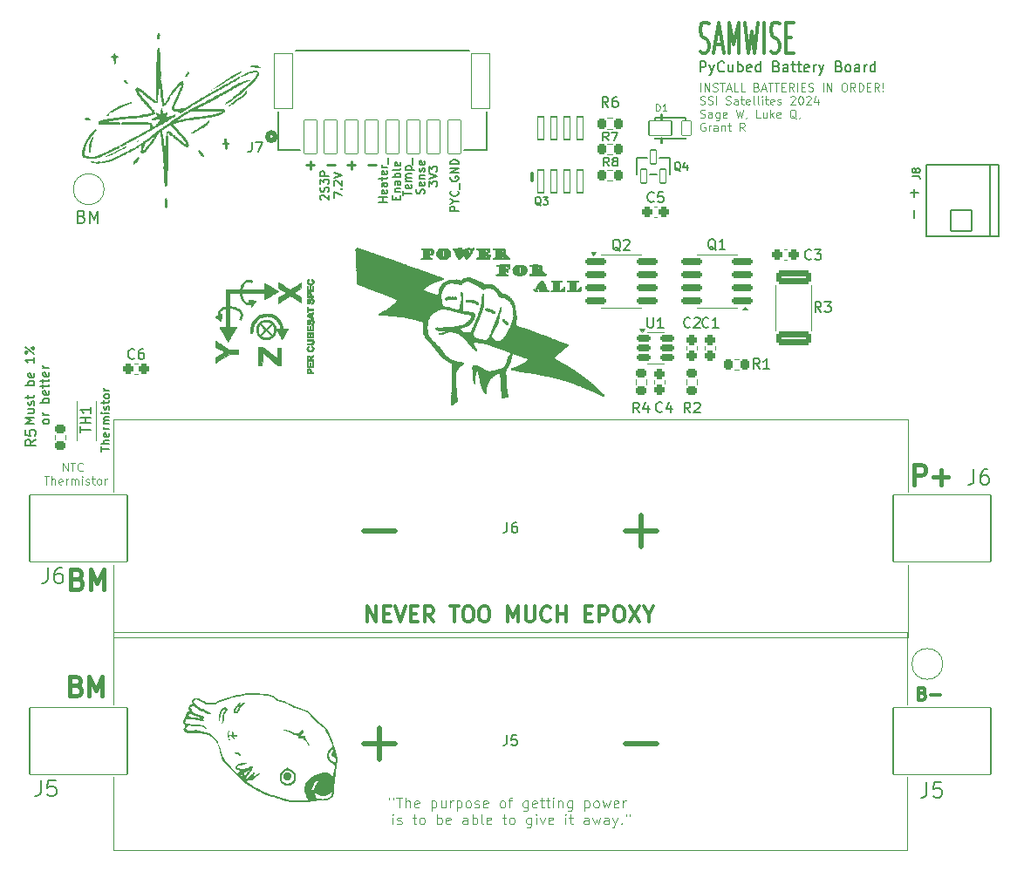
<source format=gto>
%TF.GenerationSoftware,KiCad,Pcbnew,8.0.8*%
%TF.CreationDate,2025-03-15T16:50:05-07:00*%
%TF.ProjectId,batteryboard,62617474-6572-4796-926f-6172642e6b69,v2C*%
%TF.SameCoordinates,Original*%
%TF.FileFunction,Legend,Top*%
%TF.FilePolarity,Positive*%
%FSLAX46Y46*%
G04 Gerber Fmt 4.6, Leading zero omitted, Abs format (unit mm)*
G04 Created by KiCad (PCBNEW 8.0.8) date 2025-03-15 16:50:05*
%MOMM*%
%LPD*%
G01*
G04 APERTURE LIST*
G04 Aperture macros list*
%AMRoundRect*
0 Rectangle with rounded corners*
0 $1 Rounding radius*
0 $2 $3 $4 $5 $6 $7 $8 $9 X,Y pos of 4 corners*
0 Add a 4 corners polygon primitive as box body*
4,1,4,$2,$3,$4,$5,$6,$7,$8,$9,$2,$3,0*
0 Add four circle primitives for the rounded corners*
1,1,$1+$1,$2,$3*
1,1,$1+$1,$4,$5*
1,1,$1+$1,$6,$7*
1,1,$1+$1,$8,$9*
0 Add four rect primitives between the rounded corners*
20,1,$1+$1,$2,$3,$4,$5,0*
20,1,$1+$1,$4,$5,$6,$7,0*
20,1,$1+$1,$6,$7,$8,$9,0*
20,1,$1+$1,$8,$9,$2,$3,0*%
G04 Aperture macros list end*
%ADD10C,0.381000*%
%ADD11C,0.300000*%
%ADD12C,0.100000*%
%ADD13C,0.175000*%
%ADD14C,0.150000*%
%ADD15C,0.200000*%
%ADD16C,0.250000*%
%ADD17C,0.127000*%
%ADD18C,0.500000*%
%ADD19C,0.080000*%
%ADD20C,0.154432*%
%ADD21C,0.120000*%
%ADD22C,0.203200*%
%ADD23C,0.010000*%
%ADD24C,0.152400*%
%ADD25C,0.508000*%
%ADD26C,0.000000*%
%ADD27C,3.810000*%
%ADD28C,2.743200*%
%ADD29RoundRect,0.050800X4.733800X3.238500X-4.733800X3.238500X-4.733800X-3.238500X4.733800X-3.238500X0*%
%ADD30RoundRect,0.175400X-0.537900X-0.175400X0.537900X-0.175400X0.537900X0.175400X-0.537900X0.175400X0*%
%ADD31RoundRect,0.050800X-4.733800X-3.238500X4.733800X-3.238500X4.733800X3.238500X-4.733800X3.238500X0*%
%ADD32RoundRect,0.250400X-0.275400X0.250400X-0.275400X-0.250400X0.275400X-0.250400X0.275400X0.250400X0*%
%ADD33RoundRect,0.250400X0.250400X0.275400X-0.250400X0.275400X-0.250400X-0.275400X0.250400X-0.275400X0*%
%ADD34RoundRect,0.225400X0.225400X0.300400X-0.225400X0.300400X-0.225400X-0.300400X0.225400X-0.300400X0*%
%ADD35RoundRect,0.225400X0.300400X-0.225400X0.300400X0.225400X-0.300400X0.225400X-0.300400X-0.225400X0*%
%ADD36RoundRect,0.175400X-0.850400X-0.175400X0.850400X-0.175400X0.850400X0.175400X-0.850400X0.175400X0*%
%ADD37RoundRect,0.175400X0.850400X0.175400X-0.850400X0.175400X-0.850400X-0.175400X0.850400X-0.175400X0*%
%ADD38RoundRect,0.225400X-0.300400X0.225400X-0.300400X-0.225400X0.300400X-0.225400X0.300400X0.225400X0*%
%ADD39RoundRect,0.270735X1.455065X-0.392565X1.455065X0.392565X-1.455065X0.392565X-1.455065X-0.392565X0*%
%ADD40C,2.101600*%
%ADD41C,4.601600*%
%ADD42RoundRect,0.063500X1.016000X-1.016000X1.016000X1.016000X-1.016000X1.016000X-1.016000X-1.016000X0*%
%ADD43C,2.159000*%
%ADD44RoundRect,0.225400X-0.225400X-0.300400X0.225400X-0.300400X0.225400X0.300400X-0.225400X0.300400X0*%
%ADD45RoundRect,0.063500X-0.450000X-0.700000X0.450000X-0.700000X0.450000X0.700000X-0.450000X0.700000X0*%
%ADD46RoundRect,0.063500X-1.100000X-0.700000X1.100000X-0.700000X1.100000X0.700000X-1.100000X0.700000X0*%
%ADD47RoundRect,0.063500X-0.279400X-0.660400X0.279400X-0.660400X0.279400X0.660400X-0.279400X0.660400X0*%
%ADD48RoundRect,0.250400X-0.250400X-0.275400X0.250400X-0.275400X0.250400X0.275400X-0.250400X0.275400X0*%
%ADD49RoundRect,0.050800X0.622300X1.625600X-0.622300X1.625600X-0.622300X-1.625600X0.622300X-1.625600X0*%
%ADD50RoundRect,0.050800X0.876300X2.679700X-0.876300X2.679700X-0.876300X-2.679700X0.876300X-2.679700X0*%
%ADD51RoundRect,0.050800X-0.304800X-1.104900X0.304800X-1.104900X0.304800X1.104900X-0.304800X1.104900X0*%
%ADD52C,1.501600*%
%ADD53O,1.501600X1.501600*%
G04 APERTURE END LIST*
D10*
X58978800Y-124494520D02*
X59250943Y-124585234D01*
X59250943Y-124585234D02*
X59341657Y-124675948D01*
X59341657Y-124675948D02*
X59432371Y-124857377D01*
X59432371Y-124857377D02*
X59432371Y-125129520D01*
X59432371Y-125129520D02*
X59341657Y-125310948D01*
X59341657Y-125310948D02*
X59250943Y-125401663D01*
X59250943Y-125401663D02*
X59069514Y-125492377D01*
X59069514Y-125492377D02*
X58343800Y-125492377D01*
X58343800Y-125492377D02*
X58343800Y-123587377D01*
X58343800Y-123587377D02*
X58978800Y-123587377D01*
X58978800Y-123587377D02*
X59160229Y-123678091D01*
X59160229Y-123678091D02*
X59250943Y-123768805D01*
X59250943Y-123768805D02*
X59341657Y-123950234D01*
X59341657Y-123950234D02*
X59341657Y-124131663D01*
X59341657Y-124131663D02*
X59250943Y-124313091D01*
X59250943Y-124313091D02*
X59160229Y-124403805D01*
X59160229Y-124403805D02*
X58978800Y-124494520D01*
X58978800Y-124494520D02*
X58343800Y-124494520D01*
X60248800Y-125492377D02*
X60248800Y-123587377D01*
X60248800Y-123587377D02*
X60883800Y-124948091D01*
X60883800Y-124948091D02*
X61518800Y-123587377D01*
X61518800Y-123587377D02*
X61518800Y-125492377D01*
D11*
X141121957Y-125253071D02*
X141293385Y-125310214D01*
X141293385Y-125310214D02*
X141350528Y-125367357D01*
X141350528Y-125367357D02*
X141407671Y-125481642D01*
X141407671Y-125481642D02*
X141407671Y-125653071D01*
X141407671Y-125653071D02*
X141350528Y-125767357D01*
X141350528Y-125767357D02*
X141293385Y-125824500D01*
X141293385Y-125824500D02*
X141179100Y-125881642D01*
X141179100Y-125881642D02*
X140721957Y-125881642D01*
X140721957Y-125881642D02*
X140721957Y-124681642D01*
X140721957Y-124681642D02*
X141121957Y-124681642D01*
X141121957Y-124681642D02*
X141236243Y-124738785D01*
X141236243Y-124738785D02*
X141293385Y-124795928D01*
X141293385Y-124795928D02*
X141350528Y-124910214D01*
X141350528Y-124910214D02*
X141350528Y-125024500D01*
X141350528Y-125024500D02*
X141293385Y-125138785D01*
X141293385Y-125138785D02*
X141236243Y-125195928D01*
X141236243Y-125195928D02*
X141121957Y-125253071D01*
X141121957Y-125253071D02*
X140721957Y-125253071D01*
X141921957Y-125424500D02*
X142836243Y-125424500D01*
D10*
X140295086Y-104963377D02*
X140295086Y-103058377D01*
X140295086Y-103058377D02*
X141020800Y-103058377D01*
X141020800Y-103058377D02*
X141202229Y-103149091D01*
X141202229Y-103149091D02*
X141292943Y-103239805D01*
X141292943Y-103239805D02*
X141383657Y-103421234D01*
X141383657Y-103421234D02*
X141383657Y-103693377D01*
X141383657Y-103693377D02*
X141292943Y-103874805D01*
X141292943Y-103874805D02*
X141202229Y-103965520D01*
X141202229Y-103965520D02*
X141020800Y-104056234D01*
X141020800Y-104056234D02*
X140295086Y-104056234D01*
X142200086Y-104237663D02*
X143651515Y-104237663D01*
X142925800Y-104963377D02*
X142925800Y-103511948D01*
D12*
X57686205Y-103676218D02*
X57686205Y-102876218D01*
X57686205Y-102876218D02*
X58143348Y-103676218D01*
X58143348Y-103676218D02*
X58143348Y-102876218D01*
X58410014Y-102876218D02*
X58867157Y-102876218D01*
X58638585Y-103676218D02*
X58638585Y-102876218D01*
X59590967Y-103600027D02*
X59552871Y-103638123D01*
X59552871Y-103638123D02*
X59438586Y-103676218D01*
X59438586Y-103676218D02*
X59362395Y-103676218D01*
X59362395Y-103676218D02*
X59248109Y-103638123D01*
X59248109Y-103638123D02*
X59171919Y-103561932D01*
X59171919Y-103561932D02*
X59133824Y-103485742D01*
X59133824Y-103485742D02*
X59095728Y-103333361D01*
X59095728Y-103333361D02*
X59095728Y-103219075D01*
X59095728Y-103219075D02*
X59133824Y-103066694D01*
X59133824Y-103066694D02*
X59171919Y-102990503D01*
X59171919Y-102990503D02*
X59248109Y-102914313D01*
X59248109Y-102914313D02*
X59362395Y-102876218D01*
X59362395Y-102876218D02*
X59438586Y-102876218D01*
X59438586Y-102876218D02*
X59552871Y-102914313D01*
X59552871Y-102914313D02*
X59590967Y-102952408D01*
X55857633Y-104164173D02*
X56314776Y-104164173D01*
X56086204Y-104964173D02*
X56086204Y-104164173D01*
X56581443Y-104964173D02*
X56581443Y-104164173D01*
X56924300Y-104964173D02*
X56924300Y-104545125D01*
X56924300Y-104545125D02*
X56886205Y-104468935D01*
X56886205Y-104468935D02*
X56810014Y-104430839D01*
X56810014Y-104430839D02*
X56695728Y-104430839D01*
X56695728Y-104430839D02*
X56619538Y-104468935D01*
X56619538Y-104468935D02*
X56581443Y-104507030D01*
X57610015Y-104926078D02*
X57533824Y-104964173D01*
X57533824Y-104964173D02*
X57381443Y-104964173D01*
X57381443Y-104964173D02*
X57305253Y-104926078D01*
X57305253Y-104926078D02*
X57267157Y-104849887D01*
X57267157Y-104849887D02*
X57267157Y-104545125D01*
X57267157Y-104545125D02*
X57305253Y-104468935D01*
X57305253Y-104468935D02*
X57381443Y-104430839D01*
X57381443Y-104430839D02*
X57533824Y-104430839D01*
X57533824Y-104430839D02*
X57610015Y-104468935D01*
X57610015Y-104468935D02*
X57648110Y-104545125D01*
X57648110Y-104545125D02*
X57648110Y-104621316D01*
X57648110Y-104621316D02*
X57267157Y-104697506D01*
X57990967Y-104964173D02*
X57990967Y-104430839D01*
X57990967Y-104583220D02*
X58029062Y-104507030D01*
X58029062Y-104507030D02*
X58067157Y-104468935D01*
X58067157Y-104468935D02*
X58143348Y-104430839D01*
X58143348Y-104430839D02*
X58219538Y-104430839D01*
X58486205Y-104964173D02*
X58486205Y-104430839D01*
X58486205Y-104507030D02*
X58524300Y-104468935D01*
X58524300Y-104468935D02*
X58600490Y-104430839D01*
X58600490Y-104430839D02*
X58714776Y-104430839D01*
X58714776Y-104430839D02*
X58790967Y-104468935D01*
X58790967Y-104468935D02*
X58829062Y-104545125D01*
X58829062Y-104545125D02*
X58829062Y-104964173D01*
X58829062Y-104545125D02*
X58867157Y-104468935D01*
X58867157Y-104468935D02*
X58943348Y-104430839D01*
X58943348Y-104430839D02*
X59057633Y-104430839D01*
X59057633Y-104430839D02*
X59133824Y-104468935D01*
X59133824Y-104468935D02*
X59171919Y-104545125D01*
X59171919Y-104545125D02*
X59171919Y-104964173D01*
X59552872Y-104964173D02*
X59552872Y-104430839D01*
X59552872Y-104164173D02*
X59514776Y-104202268D01*
X59514776Y-104202268D02*
X59552872Y-104240363D01*
X59552872Y-104240363D02*
X59590967Y-104202268D01*
X59590967Y-104202268D02*
X59552872Y-104164173D01*
X59552872Y-104164173D02*
X59552872Y-104240363D01*
X59895728Y-104926078D02*
X59971919Y-104964173D01*
X59971919Y-104964173D02*
X60124300Y-104964173D01*
X60124300Y-104964173D02*
X60200490Y-104926078D01*
X60200490Y-104926078D02*
X60238586Y-104849887D01*
X60238586Y-104849887D02*
X60238586Y-104811792D01*
X60238586Y-104811792D02*
X60200490Y-104735601D01*
X60200490Y-104735601D02*
X60124300Y-104697506D01*
X60124300Y-104697506D02*
X60010014Y-104697506D01*
X60010014Y-104697506D02*
X59933824Y-104659411D01*
X59933824Y-104659411D02*
X59895728Y-104583220D01*
X59895728Y-104583220D02*
X59895728Y-104545125D01*
X59895728Y-104545125D02*
X59933824Y-104468935D01*
X59933824Y-104468935D02*
X60010014Y-104430839D01*
X60010014Y-104430839D02*
X60124300Y-104430839D01*
X60124300Y-104430839D02*
X60200490Y-104468935D01*
X60467157Y-104430839D02*
X60771919Y-104430839D01*
X60581443Y-104164173D02*
X60581443Y-104849887D01*
X60581443Y-104849887D02*
X60619538Y-104926078D01*
X60619538Y-104926078D02*
X60695728Y-104964173D01*
X60695728Y-104964173D02*
X60771919Y-104964173D01*
X61152871Y-104964173D02*
X61076681Y-104926078D01*
X61076681Y-104926078D02*
X61038586Y-104887982D01*
X61038586Y-104887982D02*
X61000490Y-104811792D01*
X61000490Y-104811792D02*
X61000490Y-104583220D01*
X61000490Y-104583220D02*
X61038586Y-104507030D01*
X61038586Y-104507030D02*
X61076681Y-104468935D01*
X61076681Y-104468935D02*
X61152871Y-104430839D01*
X61152871Y-104430839D02*
X61267157Y-104430839D01*
X61267157Y-104430839D02*
X61343348Y-104468935D01*
X61343348Y-104468935D02*
X61381443Y-104507030D01*
X61381443Y-104507030D02*
X61419538Y-104583220D01*
X61419538Y-104583220D02*
X61419538Y-104811792D01*
X61419538Y-104811792D02*
X61381443Y-104887982D01*
X61381443Y-104887982D02*
X61343348Y-104926078D01*
X61343348Y-104926078D02*
X61267157Y-104964173D01*
X61267157Y-104964173D02*
X61152871Y-104964173D01*
X61762396Y-104964173D02*
X61762396Y-104430839D01*
X61762396Y-104583220D02*
X61800491Y-104507030D01*
X61800491Y-104507030D02*
X61838586Y-104468935D01*
X61838586Y-104468935D02*
X61914777Y-104430839D01*
X61914777Y-104430839D02*
X61990967Y-104430839D01*
D13*
X82758708Y-77304176D02*
X82720613Y-77266080D01*
X82720613Y-77266080D02*
X82682518Y-77189890D01*
X82682518Y-77189890D02*
X82682518Y-76999414D01*
X82682518Y-76999414D02*
X82720613Y-76923223D01*
X82720613Y-76923223D02*
X82758708Y-76885128D01*
X82758708Y-76885128D02*
X82834899Y-76847033D01*
X82834899Y-76847033D02*
X82911089Y-76847033D01*
X82911089Y-76847033D02*
X83025375Y-76885128D01*
X83025375Y-76885128D02*
X83482518Y-77342271D01*
X83482518Y-77342271D02*
X83482518Y-76847033D01*
X83444423Y-76542271D02*
X83482518Y-76427985D01*
X83482518Y-76427985D02*
X83482518Y-76237509D01*
X83482518Y-76237509D02*
X83444423Y-76161318D01*
X83444423Y-76161318D02*
X83406327Y-76123223D01*
X83406327Y-76123223D02*
X83330137Y-76085128D01*
X83330137Y-76085128D02*
X83253946Y-76085128D01*
X83253946Y-76085128D02*
X83177756Y-76123223D01*
X83177756Y-76123223D02*
X83139661Y-76161318D01*
X83139661Y-76161318D02*
X83101565Y-76237509D01*
X83101565Y-76237509D02*
X83063470Y-76389890D01*
X83063470Y-76389890D02*
X83025375Y-76466080D01*
X83025375Y-76466080D02*
X82987280Y-76504175D01*
X82987280Y-76504175D02*
X82911089Y-76542271D01*
X82911089Y-76542271D02*
X82834899Y-76542271D01*
X82834899Y-76542271D02*
X82758708Y-76504175D01*
X82758708Y-76504175D02*
X82720613Y-76466080D01*
X82720613Y-76466080D02*
X82682518Y-76389890D01*
X82682518Y-76389890D02*
X82682518Y-76199413D01*
X82682518Y-76199413D02*
X82720613Y-76085128D01*
X82682518Y-75818461D02*
X82682518Y-75323223D01*
X82682518Y-75323223D02*
X82987280Y-75589889D01*
X82987280Y-75589889D02*
X82987280Y-75475604D01*
X82987280Y-75475604D02*
X83025375Y-75399413D01*
X83025375Y-75399413D02*
X83063470Y-75361318D01*
X83063470Y-75361318D02*
X83139661Y-75323223D01*
X83139661Y-75323223D02*
X83330137Y-75323223D01*
X83330137Y-75323223D02*
X83406327Y-75361318D01*
X83406327Y-75361318D02*
X83444423Y-75399413D01*
X83444423Y-75399413D02*
X83482518Y-75475604D01*
X83482518Y-75475604D02*
X83482518Y-75704175D01*
X83482518Y-75704175D02*
X83444423Y-75780366D01*
X83444423Y-75780366D02*
X83406327Y-75818461D01*
X83482518Y-74980365D02*
X82682518Y-74980365D01*
X82682518Y-74980365D02*
X82682518Y-74675603D01*
X82682518Y-74675603D02*
X82720613Y-74599413D01*
X82720613Y-74599413D02*
X82758708Y-74561318D01*
X82758708Y-74561318D02*
X82834899Y-74523222D01*
X82834899Y-74523222D02*
X82949184Y-74523222D01*
X82949184Y-74523222D02*
X83025375Y-74561318D01*
X83025375Y-74561318D02*
X83063470Y-74599413D01*
X83063470Y-74599413D02*
X83101565Y-74675603D01*
X83101565Y-74675603D02*
X83101565Y-74980365D01*
X83970473Y-77094652D02*
X83970473Y-76561318D01*
X83970473Y-76561318D02*
X84770473Y-76904176D01*
X84694282Y-76256556D02*
X84732378Y-76218461D01*
X84732378Y-76218461D02*
X84770473Y-76256556D01*
X84770473Y-76256556D02*
X84732378Y-76294652D01*
X84732378Y-76294652D02*
X84694282Y-76256556D01*
X84694282Y-76256556D02*
X84770473Y-76256556D01*
X84046663Y-75913700D02*
X84008568Y-75875604D01*
X84008568Y-75875604D02*
X83970473Y-75799414D01*
X83970473Y-75799414D02*
X83970473Y-75608938D01*
X83970473Y-75608938D02*
X84008568Y-75532747D01*
X84008568Y-75532747D02*
X84046663Y-75494652D01*
X84046663Y-75494652D02*
X84122854Y-75456557D01*
X84122854Y-75456557D02*
X84199044Y-75456557D01*
X84199044Y-75456557D02*
X84313330Y-75494652D01*
X84313330Y-75494652D02*
X84770473Y-75951795D01*
X84770473Y-75951795D02*
X84770473Y-75456557D01*
X83970473Y-75227985D02*
X84770473Y-74961318D01*
X84770473Y-74961318D02*
X83970473Y-74694652D01*
D14*
X140328966Y-79047251D02*
X140328966Y-78285347D01*
X140328966Y-77047251D02*
X140328966Y-76285347D01*
X140709919Y-76666299D02*
X139948014Y-76666299D01*
D12*
X119581765Y-66777463D02*
X119581765Y-65977463D01*
X119962717Y-66777463D02*
X119962717Y-65977463D01*
X119962717Y-65977463D02*
X120419860Y-66777463D01*
X120419860Y-66777463D02*
X120419860Y-65977463D01*
X120762716Y-66739368D02*
X120877002Y-66777463D01*
X120877002Y-66777463D02*
X121067478Y-66777463D01*
X121067478Y-66777463D02*
X121143669Y-66739368D01*
X121143669Y-66739368D02*
X121181764Y-66701272D01*
X121181764Y-66701272D02*
X121219859Y-66625082D01*
X121219859Y-66625082D02*
X121219859Y-66548891D01*
X121219859Y-66548891D02*
X121181764Y-66472701D01*
X121181764Y-66472701D02*
X121143669Y-66434606D01*
X121143669Y-66434606D02*
X121067478Y-66396510D01*
X121067478Y-66396510D02*
X120915097Y-66358415D01*
X120915097Y-66358415D02*
X120838907Y-66320320D01*
X120838907Y-66320320D02*
X120800812Y-66282225D01*
X120800812Y-66282225D02*
X120762716Y-66206034D01*
X120762716Y-66206034D02*
X120762716Y-66129844D01*
X120762716Y-66129844D02*
X120800812Y-66053653D01*
X120800812Y-66053653D02*
X120838907Y-66015558D01*
X120838907Y-66015558D02*
X120915097Y-65977463D01*
X120915097Y-65977463D02*
X121105574Y-65977463D01*
X121105574Y-65977463D02*
X121219859Y-66015558D01*
X121448431Y-65977463D02*
X121905574Y-65977463D01*
X121677002Y-66777463D02*
X121677002Y-65977463D01*
X122134145Y-66548891D02*
X122515098Y-66548891D01*
X122057955Y-66777463D02*
X122324622Y-65977463D01*
X122324622Y-65977463D02*
X122591288Y-66777463D01*
X123238907Y-66777463D02*
X122857955Y-66777463D01*
X122857955Y-66777463D02*
X122857955Y-65977463D01*
X123886526Y-66777463D02*
X123505574Y-66777463D01*
X123505574Y-66777463D02*
X123505574Y-65977463D01*
X125029383Y-66358415D02*
X125143669Y-66396510D01*
X125143669Y-66396510D02*
X125181764Y-66434606D01*
X125181764Y-66434606D02*
X125219860Y-66510796D01*
X125219860Y-66510796D02*
X125219860Y-66625082D01*
X125219860Y-66625082D02*
X125181764Y-66701272D01*
X125181764Y-66701272D02*
X125143669Y-66739368D01*
X125143669Y-66739368D02*
X125067479Y-66777463D01*
X125067479Y-66777463D02*
X124762717Y-66777463D01*
X124762717Y-66777463D02*
X124762717Y-65977463D01*
X124762717Y-65977463D02*
X125029383Y-65977463D01*
X125029383Y-65977463D02*
X125105574Y-66015558D01*
X125105574Y-66015558D02*
X125143669Y-66053653D01*
X125143669Y-66053653D02*
X125181764Y-66129844D01*
X125181764Y-66129844D02*
X125181764Y-66206034D01*
X125181764Y-66206034D02*
X125143669Y-66282225D01*
X125143669Y-66282225D02*
X125105574Y-66320320D01*
X125105574Y-66320320D02*
X125029383Y-66358415D01*
X125029383Y-66358415D02*
X124762717Y-66358415D01*
X125524621Y-66548891D02*
X125905574Y-66548891D01*
X125448431Y-66777463D02*
X125715098Y-65977463D01*
X125715098Y-65977463D02*
X125981764Y-66777463D01*
X126134145Y-65977463D02*
X126591288Y-65977463D01*
X126362716Y-66777463D02*
X126362716Y-65977463D01*
X126743669Y-65977463D02*
X127200812Y-65977463D01*
X126972240Y-66777463D02*
X126972240Y-65977463D01*
X127467479Y-66358415D02*
X127734145Y-66358415D01*
X127848431Y-66777463D02*
X127467479Y-66777463D01*
X127467479Y-66777463D02*
X127467479Y-65977463D01*
X127467479Y-65977463D02*
X127848431Y-65977463D01*
X128648432Y-66777463D02*
X128381765Y-66396510D01*
X128191289Y-66777463D02*
X128191289Y-65977463D01*
X128191289Y-65977463D02*
X128496051Y-65977463D01*
X128496051Y-65977463D02*
X128572241Y-66015558D01*
X128572241Y-66015558D02*
X128610336Y-66053653D01*
X128610336Y-66053653D02*
X128648432Y-66129844D01*
X128648432Y-66129844D02*
X128648432Y-66244129D01*
X128648432Y-66244129D02*
X128610336Y-66320320D01*
X128610336Y-66320320D02*
X128572241Y-66358415D01*
X128572241Y-66358415D02*
X128496051Y-66396510D01*
X128496051Y-66396510D02*
X128191289Y-66396510D01*
X128991289Y-66777463D02*
X128991289Y-65977463D01*
X129372241Y-66358415D02*
X129638907Y-66358415D01*
X129753193Y-66777463D02*
X129372241Y-66777463D01*
X129372241Y-66777463D02*
X129372241Y-65977463D01*
X129372241Y-65977463D02*
X129753193Y-65977463D01*
X130057955Y-66739368D02*
X130172241Y-66777463D01*
X130172241Y-66777463D02*
X130362717Y-66777463D01*
X130362717Y-66777463D02*
X130438908Y-66739368D01*
X130438908Y-66739368D02*
X130477003Y-66701272D01*
X130477003Y-66701272D02*
X130515098Y-66625082D01*
X130515098Y-66625082D02*
X130515098Y-66548891D01*
X130515098Y-66548891D02*
X130477003Y-66472701D01*
X130477003Y-66472701D02*
X130438908Y-66434606D01*
X130438908Y-66434606D02*
X130362717Y-66396510D01*
X130362717Y-66396510D02*
X130210336Y-66358415D01*
X130210336Y-66358415D02*
X130134146Y-66320320D01*
X130134146Y-66320320D02*
X130096051Y-66282225D01*
X130096051Y-66282225D02*
X130057955Y-66206034D01*
X130057955Y-66206034D02*
X130057955Y-66129844D01*
X130057955Y-66129844D02*
X130096051Y-66053653D01*
X130096051Y-66053653D02*
X130134146Y-66015558D01*
X130134146Y-66015558D02*
X130210336Y-65977463D01*
X130210336Y-65977463D02*
X130400813Y-65977463D01*
X130400813Y-65977463D02*
X130515098Y-66015558D01*
X131467480Y-66777463D02*
X131467480Y-65977463D01*
X131848432Y-66777463D02*
X131848432Y-65977463D01*
X131848432Y-65977463D02*
X132305575Y-66777463D01*
X132305575Y-66777463D02*
X132305575Y-65977463D01*
X133448432Y-65977463D02*
X133600813Y-65977463D01*
X133600813Y-65977463D02*
X133677003Y-66015558D01*
X133677003Y-66015558D02*
X133753194Y-66091748D01*
X133753194Y-66091748D02*
X133791289Y-66244129D01*
X133791289Y-66244129D02*
X133791289Y-66510796D01*
X133791289Y-66510796D02*
X133753194Y-66663177D01*
X133753194Y-66663177D02*
X133677003Y-66739368D01*
X133677003Y-66739368D02*
X133600813Y-66777463D01*
X133600813Y-66777463D02*
X133448432Y-66777463D01*
X133448432Y-66777463D02*
X133372241Y-66739368D01*
X133372241Y-66739368D02*
X133296051Y-66663177D01*
X133296051Y-66663177D02*
X133257955Y-66510796D01*
X133257955Y-66510796D02*
X133257955Y-66244129D01*
X133257955Y-66244129D02*
X133296051Y-66091748D01*
X133296051Y-66091748D02*
X133372241Y-66015558D01*
X133372241Y-66015558D02*
X133448432Y-65977463D01*
X134591289Y-66777463D02*
X134324622Y-66396510D01*
X134134146Y-66777463D02*
X134134146Y-65977463D01*
X134134146Y-65977463D02*
X134438908Y-65977463D01*
X134438908Y-65977463D02*
X134515098Y-66015558D01*
X134515098Y-66015558D02*
X134553193Y-66053653D01*
X134553193Y-66053653D02*
X134591289Y-66129844D01*
X134591289Y-66129844D02*
X134591289Y-66244129D01*
X134591289Y-66244129D02*
X134553193Y-66320320D01*
X134553193Y-66320320D02*
X134515098Y-66358415D01*
X134515098Y-66358415D02*
X134438908Y-66396510D01*
X134438908Y-66396510D02*
X134134146Y-66396510D01*
X134934146Y-66777463D02*
X134934146Y-65977463D01*
X134934146Y-65977463D02*
X135124622Y-65977463D01*
X135124622Y-65977463D02*
X135238908Y-66015558D01*
X135238908Y-66015558D02*
X135315098Y-66091748D01*
X135315098Y-66091748D02*
X135353193Y-66167939D01*
X135353193Y-66167939D02*
X135391289Y-66320320D01*
X135391289Y-66320320D02*
X135391289Y-66434606D01*
X135391289Y-66434606D02*
X135353193Y-66586987D01*
X135353193Y-66586987D02*
X135315098Y-66663177D01*
X135315098Y-66663177D02*
X135238908Y-66739368D01*
X135238908Y-66739368D02*
X135124622Y-66777463D01*
X135124622Y-66777463D02*
X134934146Y-66777463D01*
X135734146Y-66358415D02*
X136000812Y-66358415D01*
X136115098Y-66777463D02*
X135734146Y-66777463D01*
X135734146Y-66777463D02*
X135734146Y-65977463D01*
X135734146Y-65977463D02*
X136115098Y-65977463D01*
X136915099Y-66777463D02*
X136648432Y-66396510D01*
X136457956Y-66777463D02*
X136457956Y-65977463D01*
X136457956Y-65977463D02*
X136762718Y-65977463D01*
X136762718Y-65977463D02*
X136838908Y-66015558D01*
X136838908Y-66015558D02*
X136877003Y-66053653D01*
X136877003Y-66053653D02*
X136915099Y-66129844D01*
X136915099Y-66129844D02*
X136915099Y-66244129D01*
X136915099Y-66244129D02*
X136877003Y-66320320D01*
X136877003Y-66320320D02*
X136838908Y-66358415D01*
X136838908Y-66358415D02*
X136762718Y-66396510D01*
X136762718Y-66396510D02*
X136457956Y-66396510D01*
X137257956Y-66701272D02*
X137296051Y-66739368D01*
X137296051Y-66739368D02*
X137257956Y-66777463D01*
X137257956Y-66777463D02*
X137219860Y-66739368D01*
X137219860Y-66739368D02*
X137257956Y-66701272D01*
X137257956Y-66701272D02*
X137257956Y-66777463D01*
X137257956Y-66472701D02*
X137219860Y-66015558D01*
X137219860Y-66015558D02*
X137257956Y-65977463D01*
X137257956Y-65977463D02*
X137296051Y-66015558D01*
X137296051Y-66015558D02*
X137257956Y-66472701D01*
X137257956Y-66472701D02*
X137257956Y-65977463D01*
X119543669Y-68027323D02*
X119657955Y-68065418D01*
X119657955Y-68065418D02*
X119848431Y-68065418D01*
X119848431Y-68065418D02*
X119924622Y-68027323D01*
X119924622Y-68027323D02*
X119962717Y-67989227D01*
X119962717Y-67989227D02*
X120000812Y-67913037D01*
X120000812Y-67913037D02*
X120000812Y-67836846D01*
X120000812Y-67836846D02*
X119962717Y-67760656D01*
X119962717Y-67760656D02*
X119924622Y-67722561D01*
X119924622Y-67722561D02*
X119848431Y-67684465D01*
X119848431Y-67684465D02*
X119696050Y-67646370D01*
X119696050Y-67646370D02*
X119619860Y-67608275D01*
X119619860Y-67608275D02*
X119581765Y-67570180D01*
X119581765Y-67570180D02*
X119543669Y-67493989D01*
X119543669Y-67493989D02*
X119543669Y-67417799D01*
X119543669Y-67417799D02*
X119581765Y-67341608D01*
X119581765Y-67341608D02*
X119619860Y-67303513D01*
X119619860Y-67303513D02*
X119696050Y-67265418D01*
X119696050Y-67265418D02*
X119886527Y-67265418D01*
X119886527Y-67265418D02*
X120000812Y-67303513D01*
X120305574Y-68027323D02*
X120419860Y-68065418D01*
X120419860Y-68065418D02*
X120610336Y-68065418D01*
X120610336Y-68065418D02*
X120686527Y-68027323D01*
X120686527Y-68027323D02*
X120724622Y-67989227D01*
X120724622Y-67989227D02*
X120762717Y-67913037D01*
X120762717Y-67913037D02*
X120762717Y-67836846D01*
X120762717Y-67836846D02*
X120724622Y-67760656D01*
X120724622Y-67760656D02*
X120686527Y-67722561D01*
X120686527Y-67722561D02*
X120610336Y-67684465D01*
X120610336Y-67684465D02*
X120457955Y-67646370D01*
X120457955Y-67646370D02*
X120381765Y-67608275D01*
X120381765Y-67608275D02*
X120343670Y-67570180D01*
X120343670Y-67570180D02*
X120305574Y-67493989D01*
X120305574Y-67493989D02*
X120305574Y-67417799D01*
X120305574Y-67417799D02*
X120343670Y-67341608D01*
X120343670Y-67341608D02*
X120381765Y-67303513D01*
X120381765Y-67303513D02*
X120457955Y-67265418D01*
X120457955Y-67265418D02*
X120648432Y-67265418D01*
X120648432Y-67265418D02*
X120762717Y-67303513D01*
X121105575Y-68065418D02*
X121105575Y-67265418D01*
X122057955Y-68027323D02*
X122172241Y-68065418D01*
X122172241Y-68065418D02*
X122362717Y-68065418D01*
X122362717Y-68065418D02*
X122438908Y-68027323D01*
X122438908Y-68027323D02*
X122477003Y-67989227D01*
X122477003Y-67989227D02*
X122515098Y-67913037D01*
X122515098Y-67913037D02*
X122515098Y-67836846D01*
X122515098Y-67836846D02*
X122477003Y-67760656D01*
X122477003Y-67760656D02*
X122438908Y-67722561D01*
X122438908Y-67722561D02*
X122362717Y-67684465D01*
X122362717Y-67684465D02*
X122210336Y-67646370D01*
X122210336Y-67646370D02*
X122134146Y-67608275D01*
X122134146Y-67608275D02*
X122096051Y-67570180D01*
X122096051Y-67570180D02*
X122057955Y-67493989D01*
X122057955Y-67493989D02*
X122057955Y-67417799D01*
X122057955Y-67417799D02*
X122096051Y-67341608D01*
X122096051Y-67341608D02*
X122134146Y-67303513D01*
X122134146Y-67303513D02*
X122210336Y-67265418D01*
X122210336Y-67265418D02*
X122400813Y-67265418D01*
X122400813Y-67265418D02*
X122515098Y-67303513D01*
X123200813Y-68065418D02*
X123200813Y-67646370D01*
X123200813Y-67646370D02*
X123162718Y-67570180D01*
X123162718Y-67570180D02*
X123086527Y-67532084D01*
X123086527Y-67532084D02*
X122934146Y-67532084D01*
X122934146Y-67532084D02*
X122857956Y-67570180D01*
X123200813Y-68027323D02*
X123124622Y-68065418D01*
X123124622Y-68065418D02*
X122934146Y-68065418D01*
X122934146Y-68065418D02*
X122857956Y-68027323D01*
X122857956Y-68027323D02*
X122819860Y-67951132D01*
X122819860Y-67951132D02*
X122819860Y-67874942D01*
X122819860Y-67874942D02*
X122857956Y-67798751D01*
X122857956Y-67798751D02*
X122934146Y-67760656D01*
X122934146Y-67760656D02*
X123124622Y-67760656D01*
X123124622Y-67760656D02*
X123200813Y-67722561D01*
X123467480Y-67532084D02*
X123772242Y-67532084D01*
X123581766Y-67265418D02*
X123581766Y-67951132D01*
X123581766Y-67951132D02*
X123619861Y-68027323D01*
X123619861Y-68027323D02*
X123696051Y-68065418D01*
X123696051Y-68065418D02*
X123772242Y-68065418D01*
X124343671Y-68027323D02*
X124267480Y-68065418D01*
X124267480Y-68065418D02*
X124115099Y-68065418D01*
X124115099Y-68065418D02*
X124038909Y-68027323D01*
X124038909Y-68027323D02*
X124000813Y-67951132D01*
X124000813Y-67951132D02*
X124000813Y-67646370D01*
X124000813Y-67646370D02*
X124038909Y-67570180D01*
X124038909Y-67570180D02*
X124115099Y-67532084D01*
X124115099Y-67532084D02*
X124267480Y-67532084D01*
X124267480Y-67532084D02*
X124343671Y-67570180D01*
X124343671Y-67570180D02*
X124381766Y-67646370D01*
X124381766Y-67646370D02*
X124381766Y-67722561D01*
X124381766Y-67722561D02*
X124000813Y-67798751D01*
X124838908Y-68065418D02*
X124762718Y-68027323D01*
X124762718Y-68027323D02*
X124724623Y-67951132D01*
X124724623Y-67951132D02*
X124724623Y-67265418D01*
X125257956Y-68065418D02*
X125181766Y-68027323D01*
X125181766Y-68027323D02*
X125143671Y-67951132D01*
X125143671Y-67951132D02*
X125143671Y-67265418D01*
X125562719Y-68065418D02*
X125562719Y-67532084D01*
X125562719Y-67265418D02*
X125524623Y-67303513D01*
X125524623Y-67303513D02*
X125562719Y-67341608D01*
X125562719Y-67341608D02*
X125600814Y-67303513D01*
X125600814Y-67303513D02*
X125562719Y-67265418D01*
X125562719Y-67265418D02*
X125562719Y-67341608D01*
X125829385Y-67532084D02*
X126134147Y-67532084D01*
X125943671Y-67265418D02*
X125943671Y-67951132D01*
X125943671Y-67951132D02*
X125981766Y-68027323D01*
X125981766Y-68027323D02*
X126057956Y-68065418D01*
X126057956Y-68065418D02*
X126134147Y-68065418D01*
X126705576Y-68027323D02*
X126629385Y-68065418D01*
X126629385Y-68065418D02*
X126477004Y-68065418D01*
X126477004Y-68065418D02*
X126400814Y-68027323D01*
X126400814Y-68027323D02*
X126362718Y-67951132D01*
X126362718Y-67951132D02*
X126362718Y-67646370D01*
X126362718Y-67646370D02*
X126400814Y-67570180D01*
X126400814Y-67570180D02*
X126477004Y-67532084D01*
X126477004Y-67532084D02*
X126629385Y-67532084D01*
X126629385Y-67532084D02*
X126705576Y-67570180D01*
X126705576Y-67570180D02*
X126743671Y-67646370D01*
X126743671Y-67646370D02*
X126743671Y-67722561D01*
X126743671Y-67722561D02*
X126362718Y-67798751D01*
X127048432Y-68027323D02*
X127124623Y-68065418D01*
X127124623Y-68065418D02*
X127277004Y-68065418D01*
X127277004Y-68065418D02*
X127353194Y-68027323D01*
X127353194Y-68027323D02*
X127391290Y-67951132D01*
X127391290Y-67951132D02*
X127391290Y-67913037D01*
X127391290Y-67913037D02*
X127353194Y-67836846D01*
X127353194Y-67836846D02*
X127277004Y-67798751D01*
X127277004Y-67798751D02*
X127162718Y-67798751D01*
X127162718Y-67798751D02*
X127086528Y-67760656D01*
X127086528Y-67760656D02*
X127048432Y-67684465D01*
X127048432Y-67684465D02*
X127048432Y-67646370D01*
X127048432Y-67646370D02*
X127086528Y-67570180D01*
X127086528Y-67570180D02*
X127162718Y-67532084D01*
X127162718Y-67532084D02*
X127277004Y-67532084D01*
X127277004Y-67532084D02*
X127353194Y-67570180D01*
X128305575Y-67341608D02*
X128343671Y-67303513D01*
X128343671Y-67303513D02*
X128419861Y-67265418D01*
X128419861Y-67265418D02*
X128610337Y-67265418D01*
X128610337Y-67265418D02*
X128686528Y-67303513D01*
X128686528Y-67303513D02*
X128724623Y-67341608D01*
X128724623Y-67341608D02*
X128762718Y-67417799D01*
X128762718Y-67417799D02*
X128762718Y-67493989D01*
X128762718Y-67493989D02*
X128724623Y-67608275D01*
X128724623Y-67608275D02*
X128267480Y-68065418D01*
X128267480Y-68065418D02*
X128762718Y-68065418D01*
X129257957Y-67265418D02*
X129334147Y-67265418D01*
X129334147Y-67265418D02*
X129410338Y-67303513D01*
X129410338Y-67303513D02*
X129448433Y-67341608D01*
X129448433Y-67341608D02*
X129486528Y-67417799D01*
X129486528Y-67417799D02*
X129524623Y-67570180D01*
X129524623Y-67570180D02*
X129524623Y-67760656D01*
X129524623Y-67760656D02*
X129486528Y-67913037D01*
X129486528Y-67913037D02*
X129448433Y-67989227D01*
X129448433Y-67989227D02*
X129410338Y-68027323D01*
X129410338Y-68027323D02*
X129334147Y-68065418D01*
X129334147Y-68065418D02*
X129257957Y-68065418D01*
X129257957Y-68065418D02*
X129181766Y-68027323D01*
X129181766Y-68027323D02*
X129143671Y-67989227D01*
X129143671Y-67989227D02*
X129105576Y-67913037D01*
X129105576Y-67913037D02*
X129067480Y-67760656D01*
X129067480Y-67760656D02*
X129067480Y-67570180D01*
X129067480Y-67570180D02*
X129105576Y-67417799D01*
X129105576Y-67417799D02*
X129143671Y-67341608D01*
X129143671Y-67341608D02*
X129181766Y-67303513D01*
X129181766Y-67303513D02*
X129257957Y-67265418D01*
X129829385Y-67341608D02*
X129867481Y-67303513D01*
X129867481Y-67303513D02*
X129943671Y-67265418D01*
X129943671Y-67265418D02*
X130134147Y-67265418D01*
X130134147Y-67265418D02*
X130210338Y-67303513D01*
X130210338Y-67303513D02*
X130248433Y-67341608D01*
X130248433Y-67341608D02*
X130286528Y-67417799D01*
X130286528Y-67417799D02*
X130286528Y-67493989D01*
X130286528Y-67493989D02*
X130248433Y-67608275D01*
X130248433Y-67608275D02*
X129791290Y-68065418D01*
X129791290Y-68065418D02*
X130286528Y-68065418D01*
X130972243Y-67532084D02*
X130972243Y-68065418D01*
X130781767Y-67227323D02*
X130591290Y-67798751D01*
X130591290Y-67798751D02*
X131086529Y-67798751D01*
X119543669Y-69315278D02*
X119657955Y-69353373D01*
X119657955Y-69353373D02*
X119848431Y-69353373D01*
X119848431Y-69353373D02*
X119924622Y-69315278D01*
X119924622Y-69315278D02*
X119962717Y-69277182D01*
X119962717Y-69277182D02*
X120000812Y-69200992D01*
X120000812Y-69200992D02*
X120000812Y-69124801D01*
X120000812Y-69124801D02*
X119962717Y-69048611D01*
X119962717Y-69048611D02*
X119924622Y-69010516D01*
X119924622Y-69010516D02*
X119848431Y-68972420D01*
X119848431Y-68972420D02*
X119696050Y-68934325D01*
X119696050Y-68934325D02*
X119619860Y-68896230D01*
X119619860Y-68896230D02*
X119581765Y-68858135D01*
X119581765Y-68858135D02*
X119543669Y-68781944D01*
X119543669Y-68781944D02*
X119543669Y-68705754D01*
X119543669Y-68705754D02*
X119581765Y-68629563D01*
X119581765Y-68629563D02*
X119619860Y-68591468D01*
X119619860Y-68591468D02*
X119696050Y-68553373D01*
X119696050Y-68553373D02*
X119886527Y-68553373D01*
X119886527Y-68553373D02*
X120000812Y-68591468D01*
X120686527Y-69353373D02*
X120686527Y-68934325D01*
X120686527Y-68934325D02*
X120648432Y-68858135D01*
X120648432Y-68858135D02*
X120572241Y-68820039D01*
X120572241Y-68820039D02*
X120419860Y-68820039D01*
X120419860Y-68820039D02*
X120343670Y-68858135D01*
X120686527Y-69315278D02*
X120610336Y-69353373D01*
X120610336Y-69353373D02*
X120419860Y-69353373D01*
X120419860Y-69353373D02*
X120343670Y-69315278D01*
X120343670Y-69315278D02*
X120305574Y-69239087D01*
X120305574Y-69239087D02*
X120305574Y-69162897D01*
X120305574Y-69162897D02*
X120343670Y-69086706D01*
X120343670Y-69086706D02*
X120419860Y-69048611D01*
X120419860Y-69048611D02*
X120610336Y-69048611D01*
X120610336Y-69048611D02*
X120686527Y-69010516D01*
X121410337Y-68820039D02*
X121410337Y-69467658D01*
X121410337Y-69467658D02*
X121372242Y-69543849D01*
X121372242Y-69543849D02*
X121334146Y-69581944D01*
X121334146Y-69581944D02*
X121257956Y-69620039D01*
X121257956Y-69620039D02*
X121143670Y-69620039D01*
X121143670Y-69620039D02*
X121067480Y-69581944D01*
X121410337Y-69315278D02*
X121334146Y-69353373D01*
X121334146Y-69353373D02*
X121181765Y-69353373D01*
X121181765Y-69353373D02*
X121105575Y-69315278D01*
X121105575Y-69315278D02*
X121067480Y-69277182D01*
X121067480Y-69277182D02*
X121029384Y-69200992D01*
X121029384Y-69200992D02*
X121029384Y-68972420D01*
X121029384Y-68972420D02*
X121067480Y-68896230D01*
X121067480Y-68896230D02*
X121105575Y-68858135D01*
X121105575Y-68858135D02*
X121181765Y-68820039D01*
X121181765Y-68820039D02*
X121334146Y-68820039D01*
X121334146Y-68820039D02*
X121410337Y-68858135D01*
X122096052Y-69315278D02*
X122019861Y-69353373D01*
X122019861Y-69353373D02*
X121867480Y-69353373D01*
X121867480Y-69353373D02*
X121791290Y-69315278D01*
X121791290Y-69315278D02*
X121753194Y-69239087D01*
X121753194Y-69239087D02*
X121753194Y-68934325D01*
X121753194Y-68934325D02*
X121791290Y-68858135D01*
X121791290Y-68858135D02*
X121867480Y-68820039D01*
X121867480Y-68820039D02*
X122019861Y-68820039D01*
X122019861Y-68820039D02*
X122096052Y-68858135D01*
X122096052Y-68858135D02*
X122134147Y-68934325D01*
X122134147Y-68934325D02*
X122134147Y-69010516D01*
X122134147Y-69010516D02*
X121753194Y-69086706D01*
X123010337Y-68553373D02*
X123200813Y-69353373D01*
X123200813Y-69353373D02*
X123353194Y-68781944D01*
X123353194Y-68781944D02*
X123505575Y-69353373D01*
X123505575Y-69353373D02*
X123696052Y-68553373D01*
X124038909Y-69315278D02*
X124038909Y-69353373D01*
X124038909Y-69353373D02*
X124000814Y-69429563D01*
X124000814Y-69429563D02*
X123962718Y-69467658D01*
X125372242Y-69353373D02*
X124991290Y-69353373D01*
X124991290Y-69353373D02*
X124991290Y-68553373D01*
X125981766Y-68820039D02*
X125981766Y-69353373D01*
X125638909Y-68820039D02*
X125638909Y-69239087D01*
X125638909Y-69239087D02*
X125677004Y-69315278D01*
X125677004Y-69315278D02*
X125753194Y-69353373D01*
X125753194Y-69353373D02*
X125867480Y-69353373D01*
X125867480Y-69353373D02*
X125943671Y-69315278D01*
X125943671Y-69315278D02*
X125981766Y-69277182D01*
X126362719Y-69353373D02*
X126362719Y-68553373D01*
X126438909Y-69048611D02*
X126667481Y-69353373D01*
X126667481Y-68820039D02*
X126362719Y-69124801D01*
X127315100Y-69315278D02*
X127238909Y-69353373D01*
X127238909Y-69353373D02*
X127086528Y-69353373D01*
X127086528Y-69353373D02*
X127010338Y-69315278D01*
X127010338Y-69315278D02*
X126972242Y-69239087D01*
X126972242Y-69239087D02*
X126972242Y-68934325D01*
X126972242Y-68934325D02*
X127010338Y-68858135D01*
X127010338Y-68858135D02*
X127086528Y-68820039D01*
X127086528Y-68820039D02*
X127238909Y-68820039D01*
X127238909Y-68820039D02*
X127315100Y-68858135D01*
X127315100Y-68858135D02*
X127353195Y-68934325D01*
X127353195Y-68934325D02*
X127353195Y-69010516D01*
X127353195Y-69010516D02*
X126972242Y-69086706D01*
X128838909Y-69429563D02*
X128762719Y-69391468D01*
X128762719Y-69391468D02*
X128686528Y-69315278D01*
X128686528Y-69315278D02*
X128572242Y-69200992D01*
X128572242Y-69200992D02*
X128496052Y-69162897D01*
X128496052Y-69162897D02*
X128419861Y-69162897D01*
X128457957Y-69353373D02*
X128381766Y-69315278D01*
X128381766Y-69315278D02*
X128305576Y-69239087D01*
X128305576Y-69239087D02*
X128267480Y-69086706D01*
X128267480Y-69086706D02*
X128267480Y-68820039D01*
X128267480Y-68820039D02*
X128305576Y-68667658D01*
X128305576Y-68667658D02*
X128381766Y-68591468D01*
X128381766Y-68591468D02*
X128457957Y-68553373D01*
X128457957Y-68553373D02*
X128610338Y-68553373D01*
X128610338Y-68553373D02*
X128686528Y-68591468D01*
X128686528Y-68591468D02*
X128762719Y-68667658D01*
X128762719Y-68667658D02*
X128800814Y-68820039D01*
X128800814Y-68820039D02*
X128800814Y-69086706D01*
X128800814Y-69086706D02*
X128762719Y-69239087D01*
X128762719Y-69239087D02*
X128686528Y-69315278D01*
X128686528Y-69315278D02*
X128610338Y-69353373D01*
X128610338Y-69353373D02*
X128457957Y-69353373D01*
X129181766Y-69315278D02*
X129181766Y-69353373D01*
X129181766Y-69353373D02*
X129143671Y-69429563D01*
X129143671Y-69429563D02*
X129105575Y-69467658D01*
X120000812Y-69879423D02*
X119924622Y-69841328D01*
X119924622Y-69841328D02*
X119810336Y-69841328D01*
X119810336Y-69841328D02*
X119696050Y-69879423D01*
X119696050Y-69879423D02*
X119619860Y-69955613D01*
X119619860Y-69955613D02*
X119581765Y-70031804D01*
X119581765Y-70031804D02*
X119543669Y-70184185D01*
X119543669Y-70184185D02*
X119543669Y-70298471D01*
X119543669Y-70298471D02*
X119581765Y-70450852D01*
X119581765Y-70450852D02*
X119619860Y-70527042D01*
X119619860Y-70527042D02*
X119696050Y-70603233D01*
X119696050Y-70603233D02*
X119810336Y-70641328D01*
X119810336Y-70641328D02*
X119886527Y-70641328D01*
X119886527Y-70641328D02*
X120000812Y-70603233D01*
X120000812Y-70603233D02*
X120038908Y-70565137D01*
X120038908Y-70565137D02*
X120038908Y-70298471D01*
X120038908Y-70298471D02*
X119886527Y-70298471D01*
X120381765Y-70641328D02*
X120381765Y-70107994D01*
X120381765Y-70260375D02*
X120419860Y-70184185D01*
X120419860Y-70184185D02*
X120457955Y-70146090D01*
X120457955Y-70146090D02*
X120534146Y-70107994D01*
X120534146Y-70107994D02*
X120610336Y-70107994D01*
X121219860Y-70641328D02*
X121219860Y-70222280D01*
X121219860Y-70222280D02*
X121181765Y-70146090D01*
X121181765Y-70146090D02*
X121105574Y-70107994D01*
X121105574Y-70107994D02*
X120953193Y-70107994D01*
X120953193Y-70107994D02*
X120877003Y-70146090D01*
X121219860Y-70603233D02*
X121143669Y-70641328D01*
X121143669Y-70641328D02*
X120953193Y-70641328D01*
X120953193Y-70641328D02*
X120877003Y-70603233D01*
X120877003Y-70603233D02*
X120838907Y-70527042D01*
X120838907Y-70527042D02*
X120838907Y-70450852D01*
X120838907Y-70450852D02*
X120877003Y-70374661D01*
X120877003Y-70374661D02*
X120953193Y-70336566D01*
X120953193Y-70336566D02*
X121143669Y-70336566D01*
X121143669Y-70336566D02*
X121219860Y-70298471D01*
X121600813Y-70107994D02*
X121600813Y-70641328D01*
X121600813Y-70184185D02*
X121638908Y-70146090D01*
X121638908Y-70146090D02*
X121715098Y-70107994D01*
X121715098Y-70107994D02*
X121829384Y-70107994D01*
X121829384Y-70107994D02*
X121905575Y-70146090D01*
X121905575Y-70146090D02*
X121943670Y-70222280D01*
X121943670Y-70222280D02*
X121943670Y-70641328D01*
X122210337Y-70107994D02*
X122515099Y-70107994D01*
X122324623Y-69841328D02*
X122324623Y-70527042D01*
X122324623Y-70527042D02*
X122362718Y-70603233D01*
X122362718Y-70603233D02*
X122438908Y-70641328D01*
X122438908Y-70641328D02*
X122515099Y-70641328D01*
X123848433Y-70641328D02*
X123581766Y-70260375D01*
X123391290Y-70641328D02*
X123391290Y-69841328D01*
X123391290Y-69841328D02*
X123696052Y-69841328D01*
X123696052Y-69841328D02*
X123772242Y-69879423D01*
X123772242Y-69879423D02*
X123810337Y-69917518D01*
X123810337Y-69917518D02*
X123848433Y-69993709D01*
X123848433Y-69993709D02*
X123848433Y-70107994D01*
X123848433Y-70107994D02*
X123810337Y-70184185D01*
X123810337Y-70184185D02*
X123772242Y-70222280D01*
X123772242Y-70222280D02*
X123696052Y-70260375D01*
X123696052Y-70260375D02*
X123391290Y-70260375D01*
D15*
X59492700Y-78954071D02*
X59664128Y-79011214D01*
X59664128Y-79011214D02*
X59721271Y-79068357D01*
X59721271Y-79068357D02*
X59778414Y-79182642D01*
X59778414Y-79182642D02*
X59778414Y-79354071D01*
X59778414Y-79354071D02*
X59721271Y-79468357D01*
X59721271Y-79468357D02*
X59664128Y-79525500D01*
X59664128Y-79525500D02*
X59549843Y-79582642D01*
X59549843Y-79582642D02*
X59092700Y-79582642D01*
X59092700Y-79582642D02*
X59092700Y-78382642D01*
X59092700Y-78382642D02*
X59492700Y-78382642D01*
X59492700Y-78382642D02*
X59606986Y-78439785D01*
X59606986Y-78439785D02*
X59664128Y-78496928D01*
X59664128Y-78496928D02*
X59721271Y-78611214D01*
X59721271Y-78611214D02*
X59721271Y-78725500D01*
X59721271Y-78725500D02*
X59664128Y-78839785D01*
X59664128Y-78839785D02*
X59606986Y-78896928D01*
X59606986Y-78896928D02*
X59492700Y-78954071D01*
X59492700Y-78954071D02*
X59092700Y-78954071D01*
X60292700Y-79582642D02*
X60292700Y-78382642D01*
X60292700Y-78382642D02*
X60692700Y-79239785D01*
X60692700Y-79239785D02*
X61092700Y-78382642D01*
X61092700Y-78382642D02*
X61092700Y-79582642D01*
D14*
X89163018Y-77536042D02*
X88363018Y-77536042D01*
X88743970Y-77536042D02*
X88743970Y-77078899D01*
X89163018Y-77078899D02*
X88363018Y-77078899D01*
X89124923Y-76393185D02*
X89163018Y-76469376D01*
X89163018Y-76469376D02*
X89163018Y-76621757D01*
X89163018Y-76621757D02*
X89124923Y-76697947D01*
X89124923Y-76697947D02*
X89048732Y-76736043D01*
X89048732Y-76736043D02*
X88743970Y-76736043D01*
X88743970Y-76736043D02*
X88667780Y-76697947D01*
X88667780Y-76697947D02*
X88629684Y-76621757D01*
X88629684Y-76621757D02*
X88629684Y-76469376D01*
X88629684Y-76469376D02*
X88667780Y-76393185D01*
X88667780Y-76393185D02*
X88743970Y-76355090D01*
X88743970Y-76355090D02*
X88820161Y-76355090D01*
X88820161Y-76355090D02*
X88896351Y-76736043D01*
X89163018Y-75669376D02*
X88743970Y-75669376D01*
X88743970Y-75669376D02*
X88667780Y-75707471D01*
X88667780Y-75707471D02*
X88629684Y-75783662D01*
X88629684Y-75783662D02*
X88629684Y-75936043D01*
X88629684Y-75936043D02*
X88667780Y-76012233D01*
X89124923Y-75669376D02*
X89163018Y-75745567D01*
X89163018Y-75745567D02*
X89163018Y-75936043D01*
X89163018Y-75936043D02*
X89124923Y-76012233D01*
X89124923Y-76012233D02*
X89048732Y-76050329D01*
X89048732Y-76050329D02*
X88972542Y-76050329D01*
X88972542Y-76050329D02*
X88896351Y-76012233D01*
X88896351Y-76012233D02*
X88858256Y-75936043D01*
X88858256Y-75936043D02*
X88858256Y-75745567D01*
X88858256Y-75745567D02*
X88820161Y-75669376D01*
X88629684Y-75402709D02*
X88629684Y-75097947D01*
X88363018Y-75288423D02*
X89048732Y-75288423D01*
X89048732Y-75288423D02*
X89124923Y-75250328D01*
X89124923Y-75250328D02*
X89163018Y-75174138D01*
X89163018Y-75174138D02*
X89163018Y-75097947D01*
X89124923Y-74526518D02*
X89163018Y-74602709D01*
X89163018Y-74602709D02*
X89163018Y-74755090D01*
X89163018Y-74755090D02*
X89124923Y-74831280D01*
X89124923Y-74831280D02*
X89048732Y-74869376D01*
X89048732Y-74869376D02*
X88743970Y-74869376D01*
X88743970Y-74869376D02*
X88667780Y-74831280D01*
X88667780Y-74831280D02*
X88629684Y-74755090D01*
X88629684Y-74755090D02*
X88629684Y-74602709D01*
X88629684Y-74602709D02*
X88667780Y-74526518D01*
X88667780Y-74526518D02*
X88743970Y-74488423D01*
X88743970Y-74488423D02*
X88820161Y-74488423D01*
X88820161Y-74488423D02*
X88896351Y-74869376D01*
X89163018Y-74145566D02*
X88629684Y-74145566D01*
X88782065Y-74145566D02*
X88705875Y-74107471D01*
X88705875Y-74107471D02*
X88667780Y-74069376D01*
X88667780Y-74069376D02*
X88629684Y-73993185D01*
X88629684Y-73993185D02*
X88629684Y-73916995D01*
X89239208Y-73840805D02*
X89239208Y-73231281D01*
X90031925Y-77288424D02*
X90031925Y-77021758D01*
X90450973Y-76907472D02*
X90450973Y-77288424D01*
X90450973Y-77288424D02*
X89650973Y-77288424D01*
X89650973Y-77288424D02*
X89650973Y-76907472D01*
X89917639Y-76564614D02*
X90450973Y-76564614D01*
X89993830Y-76564614D02*
X89955735Y-76526519D01*
X89955735Y-76526519D02*
X89917639Y-76450329D01*
X89917639Y-76450329D02*
X89917639Y-76336043D01*
X89917639Y-76336043D02*
X89955735Y-76259852D01*
X89955735Y-76259852D02*
X90031925Y-76221757D01*
X90031925Y-76221757D02*
X90450973Y-76221757D01*
X90450973Y-75497947D02*
X90031925Y-75497947D01*
X90031925Y-75497947D02*
X89955735Y-75536042D01*
X89955735Y-75536042D02*
X89917639Y-75612233D01*
X89917639Y-75612233D02*
X89917639Y-75764614D01*
X89917639Y-75764614D02*
X89955735Y-75840804D01*
X90412878Y-75497947D02*
X90450973Y-75574138D01*
X90450973Y-75574138D02*
X90450973Y-75764614D01*
X90450973Y-75764614D02*
X90412878Y-75840804D01*
X90412878Y-75840804D02*
X90336687Y-75878900D01*
X90336687Y-75878900D02*
X90260497Y-75878900D01*
X90260497Y-75878900D02*
X90184306Y-75840804D01*
X90184306Y-75840804D02*
X90146211Y-75764614D01*
X90146211Y-75764614D02*
X90146211Y-75574138D01*
X90146211Y-75574138D02*
X90108116Y-75497947D01*
X90450973Y-75116994D02*
X89650973Y-75116994D01*
X89955735Y-75116994D02*
X89917639Y-75040804D01*
X89917639Y-75040804D02*
X89917639Y-74888423D01*
X89917639Y-74888423D02*
X89955735Y-74812232D01*
X89955735Y-74812232D02*
X89993830Y-74774137D01*
X89993830Y-74774137D02*
X90070020Y-74736042D01*
X90070020Y-74736042D02*
X90298592Y-74736042D01*
X90298592Y-74736042D02*
X90374782Y-74774137D01*
X90374782Y-74774137D02*
X90412878Y-74812232D01*
X90412878Y-74812232D02*
X90450973Y-74888423D01*
X90450973Y-74888423D02*
X90450973Y-75040804D01*
X90450973Y-75040804D02*
X90412878Y-75116994D01*
X90450973Y-74278899D02*
X90412878Y-74355089D01*
X90412878Y-74355089D02*
X90336687Y-74393184D01*
X90336687Y-74393184D02*
X89650973Y-74393184D01*
X90412878Y-73669374D02*
X90450973Y-73745565D01*
X90450973Y-73745565D02*
X90450973Y-73897946D01*
X90450973Y-73897946D02*
X90412878Y-73974136D01*
X90412878Y-73974136D02*
X90336687Y-74012232D01*
X90336687Y-74012232D02*
X90031925Y-74012232D01*
X90031925Y-74012232D02*
X89955735Y-73974136D01*
X89955735Y-73974136D02*
X89917639Y-73897946D01*
X89917639Y-73897946D02*
X89917639Y-73745565D01*
X89917639Y-73745565D02*
X89955735Y-73669374D01*
X89955735Y-73669374D02*
X90031925Y-73631279D01*
X90031925Y-73631279D02*
X90108116Y-73631279D01*
X90108116Y-73631279D02*
X90184306Y-74012232D01*
X90713018Y-76900328D02*
X90713018Y-76443185D01*
X91513018Y-76671757D02*
X90713018Y-76671757D01*
X91474923Y-75871756D02*
X91513018Y-75947947D01*
X91513018Y-75947947D02*
X91513018Y-76100328D01*
X91513018Y-76100328D02*
X91474923Y-76176518D01*
X91474923Y-76176518D02*
X91398732Y-76214614D01*
X91398732Y-76214614D02*
X91093970Y-76214614D01*
X91093970Y-76214614D02*
X91017780Y-76176518D01*
X91017780Y-76176518D02*
X90979684Y-76100328D01*
X90979684Y-76100328D02*
X90979684Y-75947947D01*
X90979684Y-75947947D02*
X91017780Y-75871756D01*
X91017780Y-75871756D02*
X91093970Y-75833661D01*
X91093970Y-75833661D02*
X91170161Y-75833661D01*
X91170161Y-75833661D02*
X91246351Y-76214614D01*
X91513018Y-75490804D02*
X90979684Y-75490804D01*
X91055875Y-75490804D02*
X91017780Y-75452709D01*
X91017780Y-75452709D02*
X90979684Y-75376519D01*
X90979684Y-75376519D02*
X90979684Y-75262233D01*
X90979684Y-75262233D02*
X91017780Y-75186042D01*
X91017780Y-75186042D02*
X91093970Y-75147947D01*
X91093970Y-75147947D02*
X91513018Y-75147947D01*
X91093970Y-75147947D02*
X91017780Y-75109852D01*
X91017780Y-75109852D02*
X90979684Y-75033661D01*
X90979684Y-75033661D02*
X90979684Y-74919376D01*
X90979684Y-74919376D02*
X91017780Y-74843185D01*
X91017780Y-74843185D02*
X91093970Y-74805090D01*
X91093970Y-74805090D02*
X91513018Y-74805090D01*
X90979684Y-74424137D02*
X91779684Y-74424137D01*
X91017780Y-74424137D02*
X90979684Y-74347947D01*
X90979684Y-74347947D02*
X90979684Y-74195566D01*
X90979684Y-74195566D02*
X91017780Y-74119375D01*
X91017780Y-74119375D02*
X91055875Y-74081280D01*
X91055875Y-74081280D02*
X91132065Y-74043185D01*
X91132065Y-74043185D02*
X91360637Y-74043185D01*
X91360637Y-74043185D02*
X91436827Y-74081280D01*
X91436827Y-74081280D02*
X91474923Y-74119375D01*
X91474923Y-74119375D02*
X91513018Y-74195566D01*
X91513018Y-74195566D02*
X91513018Y-74347947D01*
X91513018Y-74347947D02*
X91474923Y-74424137D01*
X91589208Y-73890804D02*
X91589208Y-73281280D01*
X92762878Y-76728900D02*
X92800973Y-76614614D01*
X92800973Y-76614614D02*
X92800973Y-76424138D01*
X92800973Y-76424138D02*
X92762878Y-76347947D01*
X92762878Y-76347947D02*
X92724782Y-76309852D01*
X92724782Y-76309852D02*
X92648592Y-76271757D01*
X92648592Y-76271757D02*
X92572401Y-76271757D01*
X92572401Y-76271757D02*
X92496211Y-76309852D01*
X92496211Y-76309852D02*
X92458116Y-76347947D01*
X92458116Y-76347947D02*
X92420020Y-76424138D01*
X92420020Y-76424138D02*
X92381925Y-76576519D01*
X92381925Y-76576519D02*
X92343830Y-76652709D01*
X92343830Y-76652709D02*
X92305735Y-76690804D01*
X92305735Y-76690804D02*
X92229544Y-76728900D01*
X92229544Y-76728900D02*
X92153354Y-76728900D01*
X92153354Y-76728900D02*
X92077163Y-76690804D01*
X92077163Y-76690804D02*
X92039068Y-76652709D01*
X92039068Y-76652709D02*
X92000973Y-76576519D01*
X92000973Y-76576519D02*
X92000973Y-76386042D01*
X92000973Y-76386042D02*
X92039068Y-76271757D01*
X92762878Y-75624137D02*
X92800973Y-75700328D01*
X92800973Y-75700328D02*
X92800973Y-75852709D01*
X92800973Y-75852709D02*
X92762878Y-75928899D01*
X92762878Y-75928899D02*
X92686687Y-75966995D01*
X92686687Y-75966995D02*
X92381925Y-75966995D01*
X92381925Y-75966995D02*
X92305735Y-75928899D01*
X92305735Y-75928899D02*
X92267639Y-75852709D01*
X92267639Y-75852709D02*
X92267639Y-75700328D01*
X92267639Y-75700328D02*
X92305735Y-75624137D01*
X92305735Y-75624137D02*
X92381925Y-75586042D01*
X92381925Y-75586042D02*
X92458116Y-75586042D01*
X92458116Y-75586042D02*
X92534306Y-75966995D01*
X92267639Y-75243185D02*
X92800973Y-75243185D01*
X92343830Y-75243185D02*
X92305735Y-75205090D01*
X92305735Y-75205090D02*
X92267639Y-75128900D01*
X92267639Y-75128900D02*
X92267639Y-75014614D01*
X92267639Y-75014614D02*
X92305735Y-74938423D01*
X92305735Y-74938423D02*
X92381925Y-74900328D01*
X92381925Y-74900328D02*
X92800973Y-74900328D01*
X92762878Y-74557471D02*
X92800973Y-74481280D01*
X92800973Y-74481280D02*
X92800973Y-74328899D01*
X92800973Y-74328899D02*
X92762878Y-74252709D01*
X92762878Y-74252709D02*
X92686687Y-74214613D01*
X92686687Y-74214613D02*
X92648592Y-74214613D01*
X92648592Y-74214613D02*
X92572401Y-74252709D01*
X92572401Y-74252709D02*
X92534306Y-74328899D01*
X92534306Y-74328899D02*
X92534306Y-74443185D01*
X92534306Y-74443185D02*
X92496211Y-74519375D01*
X92496211Y-74519375D02*
X92420020Y-74557471D01*
X92420020Y-74557471D02*
X92381925Y-74557471D01*
X92381925Y-74557471D02*
X92305735Y-74519375D01*
X92305735Y-74519375D02*
X92267639Y-74443185D01*
X92267639Y-74443185D02*
X92267639Y-74328899D01*
X92267639Y-74328899D02*
X92305735Y-74252709D01*
X92762878Y-73566994D02*
X92800973Y-73643185D01*
X92800973Y-73643185D02*
X92800973Y-73795566D01*
X92800973Y-73795566D02*
X92762878Y-73871756D01*
X92762878Y-73871756D02*
X92686687Y-73909852D01*
X92686687Y-73909852D02*
X92381925Y-73909852D01*
X92381925Y-73909852D02*
X92305735Y-73871756D01*
X92305735Y-73871756D02*
X92267639Y-73795566D01*
X92267639Y-73795566D02*
X92267639Y-73643185D01*
X92267639Y-73643185D02*
X92305735Y-73566994D01*
X92305735Y-73566994D02*
X92381925Y-73528899D01*
X92381925Y-73528899D02*
X92458116Y-73528899D01*
X92458116Y-73528899D02*
X92534306Y-73909852D01*
X61398595Y-101732966D02*
X61398595Y-101275823D01*
X62198595Y-101504395D02*
X61398595Y-101504395D01*
X62198595Y-101009156D02*
X61398595Y-101009156D01*
X62198595Y-100666299D02*
X61779547Y-100666299D01*
X61779547Y-100666299D02*
X61703357Y-100704394D01*
X61703357Y-100704394D02*
X61665261Y-100780585D01*
X61665261Y-100780585D02*
X61665261Y-100894871D01*
X61665261Y-100894871D02*
X61703357Y-100971061D01*
X61703357Y-100971061D02*
X61741452Y-101009156D01*
X62160500Y-99980584D02*
X62198595Y-100056775D01*
X62198595Y-100056775D02*
X62198595Y-100209156D01*
X62198595Y-100209156D02*
X62160500Y-100285346D01*
X62160500Y-100285346D02*
X62084309Y-100323442D01*
X62084309Y-100323442D02*
X61779547Y-100323442D01*
X61779547Y-100323442D02*
X61703357Y-100285346D01*
X61703357Y-100285346D02*
X61665261Y-100209156D01*
X61665261Y-100209156D02*
X61665261Y-100056775D01*
X61665261Y-100056775D02*
X61703357Y-99980584D01*
X61703357Y-99980584D02*
X61779547Y-99942489D01*
X61779547Y-99942489D02*
X61855738Y-99942489D01*
X61855738Y-99942489D02*
X61931928Y-100323442D01*
X62198595Y-99599632D02*
X61665261Y-99599632D01*
X61817642Y-99599632D02*
X61741452Y-99561537D01*
X61741452Y-99561537D02*
X61703357Y-99523442D01*
X61703357Y-99523442D02*
X61665261Y-99447251D01*
X61665261Y-99447251D02*
X61665261Y-99371061D01*
X62198595Y-99104394D02*
X61665261Y-99104394D01*
X61741452Y-99104394D02*
X61703357Y-99066299D01*
X61703357Y-99066299D02*
X61665261Y-98990109D01*
X61665261Y-98990109D02*
X61665261Y-98875823D01*
X61665261Y-98875823D02*
X61703357Y-98799632D01*
X61703357Y-98799632D02*
X61779547Y-98761537D01*
X61779547Y-98761537D02*
X62198595Y-98761537D01*
X61779547Y-98761537D02*
X61703357Y-98723442D01*
X61703357Y-98723442D02*
X61665261Y-98647251D01*
X61665261Y-98647251D02*
X61665261Y-98532966D01*
X61665261Y-98532966D02*
X61703357Y-98456775D01*
X61703357Y-98456775D02*
X61779547Y-98418680D01*
X61779547Y-98418680D02*
X62198595Y-98418680D01*
X62198595Y-98037727D02*
X61665261Y-98037727D01*
X61398595Y-98037727D02*
X61436690Y-98075823D01*
X61436690Y-98075823D02*
X61474785Y-98037727D01*
X61474785Y-98037727D02*
X61436690Y-97999632D01*
X61436690Y-97999632D02*
X61398595Y-98037727D01*
X61398595Y-98037727D02*
X61474785Y-98037727D01*
X62160500Y-97694871D02*
X62198595Y-97618680D01*
X62198595Y-97618680D02*
X62198595Y-97466299D01*
X62198595Y-97466299D02*
X62160500Y-97390109D01*
X62160500Y-97390109D02*
X62084309Y-97352013D01*
X62084309Y-97352013D02*
X62046214Y-97352013D01*
X62046214Y-97352013D02*
X61970023Y-97390109D01*
X61970023Y-97390109D02*
X61931928Y-97466299D01*
X61931928Y-97466299D02*
X61931928Y-97580585D01*
X61931928Y-97580585D02*
X61893833Y-97656775D01*
X61893833Y-97656775D02*
X61817642Y-97694871D01*
X61817642Y-97694871D02*
X61779547Y-97694871D01*
X61779547Y-97694871D02*
X61703357Y-97656775D01*
X61703357Y-97656775D02*
X61665261Y-97580585D01*
X61665261Y-97580585D02*
X61665261Y-97466299D01*
X61665261Y-97466299D02*
X61703357Y-97390109D01*
X61665261Y-97123442D02*
X61665261Y-96818680D01*
X61398595Y-97009156D02*
X62084309Y-97009156D01*
X62084309Y-97009156D02*
X62160500Y-96971061D01*
X62160500Y-96971061D02*
X62198595Y-96894871D01*
X62198595Y-96894871D02*
X62198595Y-96818680D01*
X62198595Y-96437728D02*
X62160500Y-96513918D01*
X62160500Y-96513918D02*
X62122404Y-96552013D01*
X62122404Y-96552013D02*
X62046214Y-96590109D01*
X62046214Y-96590109D02*
X61817642Y-96590109D01*
X61817642Y-96590109D02*
X61741452Y-96552013D01*
X61741452Y-96552013D02*
X61703357Y-96513918D01*
X61703357Y-96513918D02*
X61665261Y-96437728D01*
X61665261Y-96437728D02*
X61665261Y-96323442D01*
X61665261Y-96323442D02*
X61703357Y-96247251D01*
X61703357Y-96247251D02*
X61741452Y-96209156D01*
X61741452Y-96209156D02*
X61817642Y-96171061D01*
X61817642Y-96171061D02*
X62046214Y-96171061D01*
X62046214Y-96171061D02*
X62122404Y-96209156D01*
X62122404Y-96209156D02*
X62160500Y-96247251D01*
X62160500Y-96247251D02*
X62198595Y-96323442D01*
X62198595Y-96323442D02*
X62198595Y-96437728D01*
X62198595Y-95828203D02*
X61665261Y-95828203D01*
X61817642Y-95828203D02*
X61741452Y-95790108D01*
X61741452Y-95790108D02*
X61703357Y-95752013D01*
X61703357Y-95752013D02*
X61665261Y-95675822D01*
X61665261Y-95675822D02*
X61665261Y-95599632D01*
D15*
X55548992Y-133731928D02*
X55548992Y-134803357D01*
X55548992Y-134803357D02*
X55477563Y-135017642D01*
X55477563Y-135017642D02*
X55334706Y-135160500D01*
X55334706Y-135160500D02*
X55120420Y-135231928D01*
X55120420Y-135231928D02*
X54977563Y-135231928D01*
X56977563Y-133731928D02*
X56263277Y-133731928D01*
X56263277Y-133731928D02*
X56191849Y-134446214D01*
X56191849Y-134446214D02*
X56263277Y-134374785D01*
X56263277Y-134374785D02*
X56406135Y-134303357D01*
X56406135Y-134303357D02*
X56763277Y-134303357D01*
X56763277Y-134303357D02*
X56906135Y-134374785D01*
X56906135Y-134374785D02*
X56977563Y-134446214D01*
X56977563Y-134446214D02*
X57048992Y-134589071D01*
X57048992Y-134589071D02*
X57048992Y-134946214D01*
X57048992Y-134946214D02*
X56977563Y-135089071D01*
X56977563Y-135089071D02*
X56906135Y-135160500D01*
X56906135Y-135160500D02*
X56763277Y-135231928D01*
X56763277Y-135231928D02*
X56406135Y-135231928D01*
X56406135Y-135231928D02*
X56263277Y-135160500D01*
X56263277Y-135160500D02*
X56191849Y-135089071D01*
X56211992Y-113034928D02*
X56211992Y-114106357D01*
X56211992Y-114106357D02*
X56140563Y-114320642D01*
X56140563Y-114320642D02*
X55997706Y-114463500D01*
X55997706Y-114463500D02*
X55783420Y-114534928D01*
X55783420Y-114534928D02*
X55640563Y-114534928D01*
X57569135Y-113034928D02*
X57283420Y-113034928D01*
X57283420Y-113034928D02*
X57140563Y-113106357D01*
X57140563Y-113106357D02*
X57069135Y-113177785D01*
X57069135Y-113177785D02*
X56926277Y-113392071D01*
X56926277Y-113392071D02*
X56854849Y-113677785D01*
X56854849Y-113677785D02*
X56854849Y-114249214D01*
X56854849Y-114249214D02*
X56926277Y-114392071D01*
X56926277Y-114392071D02*
X56997706Y-114463500D01*
X56997706Y-114463500D02*
X57140563Y-114534928D01*
X57140563Y-114534928D02*
X57426277Y-114534928D01*
X57426277Y-114534928D02*
X57569135Y-114463500D01*
X57569135Y-114463500D02*
X57640563Y-114392071D01*
X57640563Y-114392071D02*
X57711992Y-114249214D01*
X57711992Y-114249214D02*
X57711992Y-113892071D01*
X57711992Y-113892071D02*
X57640563Y-113749214D01*
X57640563Y-113749214D02*
X57569135Y-113677785D01*
X57569135Y-113677785D02*
X57426277Y-113606357D01*
X57426277Y-113606357D02*
X57140563Y-113606357D01*
X57140563Y-113606357D02*
X56997706Y-113677785D01*
X56997706Y-113677785D02*
X56926277Y-113749214D01*
X56926277Y-113749214D02*
X56854849Y-113892071D01*
X141527992Y-133858928D02*
X141527992Y-134930357D01*
X141527992Y-134930357D02*
X141456563Y-135144642D01*
X141456563Y-135144642D02*
X141313706Y-135287500D01*
X141313706Y-135287500D02*
X141099420Y-135358928D01*
X141099420Y-135358928D02*
X140956563Y-135358928D01*
X142956563Y-133858928D02*
X142242277Y-133858928D01*
X142242277Y-133858928D02*
X142170849Y-134573214D01*
X142170849Y-134573214D02*
X142242277Y-134501785D01*
X142242277Y-134501785D02*
X142385135Y-134430357D01*
X142385135Y-134430357D02*
X142742277Y-134430357D01*
X142742277Y-134430357D02*
X142885135Y-134501785D01*
X142885135Y-134501785D02*
X142956563Y-134573214D01*
X142956563Y-134573214D02*
X143027992Y-134716071D01*
X143027992Y-134716071D02*
X143027992Y-135073214D01*
X143027992Y-135073214D02*
X142956563Y-135216071D01*
X142956563Y-135216071D02*
X142885135Y-135287500D01*
X142885135Y-135287500D02*
X142742277Y-135358928D01*
X142742277Y-135358928D02*
X142385135Y-135358928D01*
X142385135Y-135358928D02*
X142242277Y-135287500D01*
X142242277Y-135287500D02*
X142170849Y-135216071D01*
X146099992Y-103505928D02*
X146099992Y-104577357D01*
X146099992Y-104577357D02*
X146028563Y-104791642D01*
X146028563Y-104791642D02*
X145885706Y-104934500D01*
X145885706Y-104934500D02*
X145671420Y-105005928D01*
X145671420Y-105005928D02*
X145528563Y-105005928D01*
X147457135Y-103505928D02*
X147171420Y-103505928D01*
X147171420Y-103505928D02*
X147028563Y-103577357D01*
X147028563Y-103577357D02*
X146957135Y-103648785D01*
X146957135Y-103648785D02*
X146814277Y-103863071D01*
X146814277Y-103863071D02*
X146742849Y-104148785D01*
X146742849Y-104148785D02*
X146742849Y-104720214D01*
X146742849Y-104720214D02*
X146814277Y-104863071D01*
X146814277Y-104863071D02*
X146885706Y-104934500D01*
X146885706Y-104934500D02*
X147028563Y-105005928D01*
X147028563Y-105005928D02*
X147314277Y-105005928D01*
X147314277Y-105005928D02*
X147457135Y-104934500D01*
X147457135Y-104934500D02*
X147528563Y-104863071D01*
X147528563Y-104863071D02*
X147599992Y-104720214D01*
X147599992Y-104720214D02*
X147599992Y-104363071D01*
X147599992Y-104363071D02*
X147528563Y-104220214D01*
X147528563Y-104220214D02*
X147457135Y-104148785D01*
X147457135Y-104148785D02*
X147314277Y-104077357D01*
X147314277Y-104077357D02*
X147028563Y-104077357D01*
X147028563Y-104077357D02*
X146885706Y-104148785D01*
X146885706Y-104148785D02*
X146814277Y-104220214D01*
X146814277Y-104220214D02*
X146742849Y-104363071D01*
D12*
X89380374Y-135348347D02*
X89380374Y-135538823D01*
X89761326Y-135348347D02*
X89761326Y-135538823D01*
X90047041Y-135348347D02*
X90618469Y-135348347D01*
X90332755Y-136348347D02*
X90332755Y-135348347D01*
X90951803Y-136348347D02*
X90951803Y-135348347D01*
X91380374Y-136348347D02*
X91380374Y-135824537D01*
X91380374Y-135824537D02*
X91332755Y-135729299D01*
X91332755Y-135729299D02*
X91237517Y-135681680D01*
X91237517Y-135681680D02*
X91094660Y-135681680D01*
X91094660Y-135681680D02*
X90999422Y-135729299D01*
X90999422Y-135729299D02*
X90951803Y-135776918D01*
X92237517Y-136300728D02*
X92142279Y-136348347D01*
X92142279Y-136348347D02*
X91951803Y-136348347D01*
X91951803Y-136348347D02*
X91856565Y-136300728D01*
X91856565Y-136300728D02*
X91808946Y-136205489D01*
X91808946Y-136205489D02*
X91808946Y-135824537D01*
X91808946Y-135824537D02*
X91856565Y-135729299D01*
X91856565Y-135729299D02*
X91951803Y-135681680D01*
X91951803Y-135681680D02*
X92142279Y-135681680D01*
X92142279Y-135681680D02*
X92237517Y-135729299D01*
X92237517Y-135729299D02*
X92285136Y-135824537D01*
X92285136Y-135824537D02*
X92285136Y-135919775D01*
X92285136Y-135919775D02*
X91808946Y-136015013D01*
X93475613Y-135681680D02*
X93475613Y-136681680D01*
X93475613Y-135729299D02*
X93570851Y-135681680D01*
X93570851Y-135681680D02*
X93761327Y-135681680D01*
X93761327Y-135681680D02*
X93856565Y-135729299D01*
X93856565Y-135729299D02*
X93904184Y-135776918D01*
X93904184Y-135776918D02*
X93951803Y-135872156D01*
X93951803Y-135872156D02*
X93951803Y-136157870D01*
X93951803Y-136157870D02*
X93904184Y-136253108D01*
X93904184Y-136253108D02*
X93856565Y-136300728D01*
X93856565Y-136300728D02*
X93761327Y-136348347D01*
X93761327Y-136348347D02*
X93570851Y-136348347D01*
X93570851Y-136348347D02*
X93475613Y-136300728D01*
X94808946Y-135681680D02*
X94808946Y-136348347D01*
X94380375Y-135681680D02*
X94380375Y-136205489D01*
X94380375Y-136205489D02*
X94427994Y-136300728D01*
X94427994Y-136300728D02*
X94523232Y-136348347D01*
X94523232Y-136348347D02*
X94666089Y-136348347D01*
X94666089Y-136348347D02*
X94761327Y-136300728D01*
X94761327Y-136300728D02*
X94808946Y-136253108D01*
X95285137Y-136348347D02*
X95285137Y-135681680D01*
X95285137Y-135872156D02*
X95332756Y-135776918D01*
X95332756Y-135776918D02*
X95380375Y-135729299D01*
X95380375Y-135729299D02*
X95475613Y-135681680D01*
X95475613Y-135681680D02*
X95570851Y-135681680D01*
X95904185Y-135681680D02*
X95904185Y-136681680D01*
X95904185Y-135729299D02*
X95999423Y-135681680D01*
X95999423Y-135681680D02*
X96189899Y-135681680D01*
X96189899Y-135681680D02*
X96285137Y-135729299D01*
X96285137Y-135729299D02*
X96332756Y-135776918D01*
X96332756Y-135776918D02*
X96380375Y-135872156D01*
X96380375Y-135872156D02*
X96380375Y-136157870D01*
X96380375Y-136157870D02*
X96332756Y-136253108D01*
X96332756Y-136253108D02*
X96285137Y-136300728D01*
X96285137Y-136300728D02*
X96189899Y-136348347D01*
X96189899Y-136348347D02*
X95999423Y-136348347D01*
X95999423Y-136348347D02*
X95904185Y-136300728D01*
X96951804Y-136348347D02*
X96856566Y-136300728D01*
X96856566Y-136300728D02*
X96808947Y-136253108D01*
X96808947Y-136253108D02*
X96761328Y-136157870D01*
X96761328Y-136157870D02*
X96761328Y-135872156D01*
X96761328Y-135872156D02*
X96808947Y-135776918D01*
X96808947Y-135776918D02*
X96856566Y-135729299D01*
X96856566Y-135729299D02*
X96951804Y-135681680D01*
X96951804Y-135681680D02*
X97094661Y-135681680D01*
X97094661Y-135681680D02*
X97189899Y-135729299D01*
X97189899Y-135729299D02*
X97237518Y-135776918D01*
X97237518Y-135776918D02*
X97285137Y-135872156D01*
X97285137Y-135872156D02*
X97285137Y-136157870D01*
X97285137Y-136157870D02*
X97237518Y-136253108D01*
X97237518Y-136253108D02*
X97189899Y-136300728D01*
X97189899Y-136300728D02*
X97094661Y-136348347D01*
X97094661Y-136348347D02*
X96951804Y-136348347D01*
X97666090Y-136300728D02*
X97761328Y-136348347D01*
X97761328Y-136348347D02*
X97951804Y-136348347D01*
X97951804Y-136348347D02*
X98047042Y-136300728D01*
X98047042Y-136300728D02*
X98094661Y-136205489D01*
X98094661Y-136205489D02*
X98094661Y-136157870D01*
X98094661Y-136157870D02*
X98047042Y-136062632D01*
X98047042Y-136062632D02*
X97951804Y-136015013D01*
X97951804Y-136015013D02*
X97808947Y-136015013D01*
X97808947Y-136015013D02*
X97713709Y-135967394D01*
X97713709Y-135967394D02*
X97666090Y-135872156D01*
X97666090Y-135872156D02*
X97666090Y-135824537D01*
X97666090Y-135824537D02*
X97713709Y-135729299D01*
X97713709Y-135729299D02*
X97808947Y-135681680D01*
X97808947Y-135681680D02*
X97951804Y-135681680D01*
X97951804Y-135681680D02*
X98047042Y-135729299D01*
X98904185Y-136300728D02*
X98808947Y-136348347D01*
X98808947Y-136348347D02*
X98618471Y-136348347D01*
X98618471Y-136348347D02*
X98523233Y-136300728D01*
X98523233Y-136300728D02*
X98475614Y-136205489D01*
X98475614Y-136205489D02*
X98475614Y-135824537D01*
X98475614Y-135824537D02*
X98523233Y-135729299D01*
X98523233Y-135729299D02*
X98618471Y-135681680D01*
X98618471Y-135681680D02*
X98808947Y-135681680D01*
X98808947Y-135681680D02*
X98904185Y-135729299D01*
X98904185Y-135729299D02*
X98951804Y-135824537D01*
X98951804Y-135824537D02*
X98951804Y-135919775D01*
X98951804Y-135919775D02*
X98475614Y-136015013D01*
X100285138Y-136348347D02*
X100189900Y-136300728D01*
X100189900Y-136300728D02*
X100142281Y-136253108D01*
X100142281Y-136253108D02*
X100094662Y-136157870D01*
X100094662Y-136157870D02*
X100094662Y-135872156D01*
X100094662Y-135872156D02*
X100142281Y-135776918D01*
X100142281Y-135776918D02*
X100189900Y-135729299D01*
X100189900Y-135729299D02*
X100285138Y-135681680D01*
X100285138Y-135681680D02*
X100427995Y-135681680D01*
X100427995Y-135681680D02*
X100523233Y-135729299D01*
X100523233Y-135729299D02*
X100570852Y-135776918D01*
X100570852Y-135776918D02*
X100618471Y-135872156D01*
X100618471Y-135872156D02*
X100618471Y-136157870D01*
X100618471Y-136157870D02*
X100570852Y-136253108D01*
X100570852Y-136253108D02*
X100523233Y-136300728D01*
X100523233Y-136300728D02*
X100427995Y-136348347D01*
X100427995Y-136348347D02*
X100285138Y-136348347D01*
X100904186Y-135681680D02*
X101285138Y-135681680D01*
X101047043Y-136348347D02*
X101047043Y-135491204D01*
X101047043Y-135491204D02*
X101094662Y-135395966D01*
X101094662Y-135395966D02*
X101189900Y-135348347D01*
X101189900Y-135348347D02*
X101285138Y-135348347D01*
X102808948Y-135681680D02*
X102808948Y-136491204D01*
X102808948Y-136491204D02*
X102761329Y-136586442D01*
X102761329Y-136586442D02*
X102713710Y-136634061D01*
X102713710Y-136634061D02*
X102618472Y-136681680D01*
X102618472Y-136681680D02*
X102475615Y-136681680D01*
X102475615Y-136681680D02*
X102380377Y-136634061D01*
X102808948Y-136300728D02*
X102713710Y-136348347D01*
X102713710Y-136348347D02*
X102523234Y-136348347D01*
X102523234Y-136348347D02*
X102427996Y-136300728D01*
X102427996Y-136300728D02*
X102380377Y-136253108D01*
X102380377Y-136253108D02*
X102332758Y-136157870D01*
X102332758Y-136157870D02*
X102332758Y-135872156D01*
X102332758Y-135872156D02*
X102380377Y-135776918D01*
X102380377Y-135776918D02*
X102427996Y-135729299D01*
X102427996Y-135729299D02*
X102523234Y-135681680D01*
X102523234Y-135681680D02*
X102713710Y-135681680D01*
X102713710Y-135681680D02*
X102808948Y-135729299D01*
X103666091Y-136300728D02*
X103570853Y-136348347D01*
X103570853Y-136348347D02*
X103380377Y-136348347D01*
X103380377Y-136348347D02*
X103285139Y-136300728D01*
X103285139Y-136300728D02*
X103237520Y-136205489D01*
X103237520Y-136205489D02*
X103237520Y-135824537D01*
X103237520Y-135824537D02*
X103285139Y-135729299D01*
X103285139Y-135729299D02*
X103380377Y-135681680D01*
X103380377Y-135681680D02*
X103570853Y-135681680D01*
X103570853Y-135681680D02*
X103666091Y-135729299D01*
X103666091Y-135729299D02*
X103713710Y-135824537D01*
X103713710Y-135824537D02*
X103713710Y-135919775D01*
X103713710Y-135919775D02*
X103237520Y-136015013D01*
X103999425Y-135681680D02*
X104380377Y-135681680D01*
X104142282Y-135348347D02*
X104142282Y-136205489D01*
X104142282Y-136205489D02*
X104189901Y-136300728D01*
X104189901Y-136300728D02*
X104285139Y-136348347D01*
X104285139Y-136348347D02*
X104380377Y-136348347D01*
X104570854Y-135681680D02*
X104951806Y-135681680D01*
X104713711Y-135348347D02*
X104713711Y-136205489D01*
X104713711Y-136205489D02*
X104761330Y-136300728D01*
X104761330Y-136300728D02*
X104856568Y-136348347D01*
X104856568Y-136348347D02*
X104951806Y-136348347D01*
X105285140Y-136348347D02*
X105285140Y-135681680D01*
X105285140Y-135348347D02*
X105237521Y-135395966D01*
X105237521Y-135395966D02*
X105285140Y-135443585D01*
X105285140Y-135443585D02*
X105332759Y-135395966D01*
X105332759Y-135395966D02*
X105285140Y-135348347D01*
X105285140Y-135348347D02*
X105285140Y-135443585D01*
X105761330Y-135681680D02*
X105761330Y-136348347D01*
X105761330Y-135776918D02*
X105808949Y-135729299D01*
X105808949Y-135729299D02*
X105904187Y-135681680D01*
X105904187Y-135681680D02*
X106047044Y-135681680D01*
X106047044Y-135681680D02*
X106142282Y-135729299D01*
X106142282Y-135729299D02*
X106189901Y-135824537D01*
X106189901Y-135824537D02*
X106189901Y-136348347D01*
X107094663Y-135681680D02*
X107094663Y-136491204D01*
X107094663Y-136491204D02*
X107047044Y-136586442D01*
X107047044Y-136586442D02*
X106999425Y-136634061D01*
X106999425Y-136634061D02*
X106904187Y-136681680D01*
X106904187Y-136681680D02*
X106761330Y-136681680D01*
X106761330Y-136681680D02*
X106666092Y-136634061D01*
X107094663Y-136300728D02*
X106999425Y-136348347D01*
X106999425Y-136348347D02*
X106808949Y-136348347D01*
X106808949Y-136348347D02*
X106713711Y-136300728D01*
X106713711Y-136300728D02*
X106666092Y-136253108D01*
X106666092Y-136253108D02*
X106618473Y-136157870D01*
X106618473Y-136157870D02*
X106618473Y-135872156D01*
X106618473Y-135872156D02*
X106666092Y-135776918D01*
X106666092Y-135776918D02*
X106713711Y-135729299D01*
X106713711Y-135729299D02*
X106808949Y-135681680D01*
X106808949Y-135681680D02*
X106999425Y-135681680D01*
X106999425Y-135681680D02*
X107094663Y-135729299D01*
X108332759Y-135681680D02*
X108332759Y-136681680D01*
X108332759Y-135729299D02*
X108427997Y-135681680D01*
X108427997Y-135681680D02*
X108618473Y-135681680D01*
X108618473Y-135681680D02*
X108713711Y-135729299D01*
X108713711Y-135729299D02*
X108761330Y-135776918D01*
X108761330Y-135776918D02*
X108808949Y-135872156D01*
X108808949Y-135872156D02*
X108808949Y-136157870D01*
X108808949Y-136157870D02*
X108761330Y-136253108D01*
X108761330Y-136253108D02*
X108713711Y-136300728D01*
X108713711Y-136300728D02*
X108618473Y-136348347D01*
X108618473Y-136348347D02*
X108427997Y-136348347D01*
X108427997Y-136348347D02*
X108332759Y-136300728D01*
X109380378Y-136348347D02*
X109285140Y-136300728D01*
X109285140Y-136300728D02*
X109237521Y-136253108D01*
X109237521Y-136253108D02*
X109189902Y-136157870D01*
X109189902Y-136157870D02*
X109189902Y-135872156D01*
X109189902Y-135872156D02*
X109237521Y-135776918D01*
X109237521Y-135776918D02*
X109285140Y-135729299D01*
X109285140Y-135729299D02*
X109380378Y-135681680D01*
X109380378Y-135681680D02*
X109523235Y-135681680D01*
X109523235Y-135681680D02*
X109618473Y-135729299D01*
X109618473Y-135729299D02*
X109666092Y-135776918D01*
X109666092Y-135776918D02*
X109713711Y-135872156D01*
X109713711Y-135872156D02*
X109713711Y-136157870D01*
X109713711Y-136157870D02*
X109666092Y-136253108D01*
X109666092Y-136253108D02*
X109618473Y-136300728D01*
X109618473Y-136300728D02*
X109523235Y-136348347D01*
X109523235Y-136348347D02*
X109380378Y-136348347D01*
X110047045Y-135681680D02*
X110237521Y-136348347D01*
X110237521Y-136348347D02*
X110427997Y-135872156D01*
X110427997Y-135872156D02*
X110618473Y-136348347D01*
X110618473Y-136348347D02*
X110808949Y-135681680D01*
X111570854Y-136300728D02*
X111475616Y-136348347D01*
X111475616Y-136348347D02*
X111285140Y-136348347D01*
X111285140Y-136348347D02*
X111189902Y-136300728D01*
X111189902Y-136300728D02*
X111142283Y-136205489D01*
X111142283Y-136205489D02*
X111142283Y-135824537D01*
X111142283Y-135824537D02*
X111189902Y-135729299D01*
X111189902Y-135729299D02*
X111285140Y-135681680D01*
X111285140Y-135681680D02*
X111475616Y-135681680D01*
X111475616Y-135681680D02*
X111570854Y-135729299D01*
X111570854Y-135729299D02*
X111618473Y-135824537D01*
X111618473Y-135824537D02*
X111618473Y-135919775D01*
X111618473Y-135919775D02*
X111142283Y-136015013D01*
X112047045Y-136348347D02*
X112047045Y-135681680D01*
X112047045Y-135872156D02*
X112094664Y-135776918D01*
X112094664Y-135776918D02*
X112142283Y-135729299D01*
X112142283Y-135729299D02*
X112237521Y-135681680D01*
X112237521Y-135681680D02*
X112332759Y-135681680D01*
X89713708Y-137958291D02*
X89713708Y-137291624D01*
X89713708Y-136958291D02*
X89666089Y-137005910D01*
X89666089Y-137005910D02*
X89713708Y-137053529D01*
X89713708Y-137053529D02*
X89761327Y-137005910D01*
X89761327Y-137005910D02*
X89713708Y-136958291D01*
X89713708Y-136958291D02*
X89713708Y-137053529D01*
X90142279Y-137910672D02*
X90237517Y-137958291D01*
X90237517Y-137958291D02*
X90427993Y-137958291D01*
X90427993Y-137958291D02*
X90523231Y-137910672D01*
X90523231Y-137910672D02*
X90570850Y-137815433D01*
X90570850Y-137815433D02*
X90570850Y-137767814D01*
X90570850Y-137767814D02*
X90523231Y-137672576D01*
X90523231Y-137672576D02*
X90427993Y-137624957D01*
X90427993Y-137624957D02*
X90285136Y-137624957D01*
X90285136Y-137624957D02*
X90189898Y-137577338D01*
X90189898Y-137577338D02*
X90142279Y-137482100D01*
X90142279Y-137482100D02*
X90142279Y-137434481D01*
X90142279Y-137434481D02*
X90189898Y-137339243D01*
X90189898Y-137339243D02*
X90285136Y-137291624D01*
X90285136Y-137291624D02*
X90427993Y-137291624D01*
X90427993Y-137291624D02*
X90523231Y-137339243D01*
X91618470Y-137291624D02*
X91999422Y-137291624D01*
X91761327Y-136958291D02*
X91761327Y-137815433D01*
X91761327Y-137815433D02*
X91808946Y-137910672D01*
X91808946Y-137910672D02*
X91904184Y-137958291D01*
X91904184Y-137958291D02*
X91999422Y-137958291D01*
X92475613Y-137958291D02*
X92380375Y-137910672D01*
X92380375Y-137910672D02*
X92332756Y-137863052D01*
X92332756Y-137863052D02*
X92285137Y-137767814D01*
X92285137Y-137767814D02*
X92285137Y-137482100D01*
X92285137Y-137482100D02*
X92332756Y-137386862D01*
X92332756Y-137386862D02*
X92380375Y-137339243D01*
X92380375Y-137339243D02*
X92475613Y-137291624D01*
X92475613Y-137291624D02*
X92618470Y-137291624D01*
X92618470Y-137291624D02*
X92713708Y-137339243D01*
X92713708Y-137339243D02*
X92761327Y-137386862D01*
X92761327Y-137386862D02*
X92808946Y-137482100D01*
X92808946Y-137482100D02*
X92808946Y-137767814D01*
X92808946Y-137767814D02*
X92761327Y-137863052D01*
X92761327Y-137863052D02*
X92713708Y-137910672D01*
X92713708Y-137910672D02*
X92618470Y-137958291D01*
X92618470Y-137958291D02*
X92475613Y-137958291D01*
X93999423Y-137958291D02*
X93999423Y-136958291D01*
X93999423Y-137339243D02*
X94094661Y-137291624D01*
X94094661Y-137291624D02*
X94285137Y-137291624D01*
X94285137Y-137291624D02*
X94380375Y-137339243D01*
X94380375Y-137339243D02*
X94427994Y-137386862D01*
X94427994Y-137386862D02*
X94475613Y-137482100D01*
X94475613Y-137482100D02*
X94475613Y-137767814D01*
X94475613Y-137767814D02*
X94427994Y-137863052D01*
X94427994Y-137863052D02*
X94380375Y-137910672D01*
X94380375Y-137910672D02*
X94285137Y-137958291D01*
X94285137Y-137958291D02*
X94094661Y-137958291D01*
X94094661Y-137958291D02*
X93999423Y-137910672D01*
X95285137Y-137910672D02*
X95189899Y-137958291D01*
X95189899Y-137958291D02*
X94999423Y-137958291D01*
X94999423Y-137958291D02*
X94904185Y-137910672D01*
X94904185Y-137910672D02*
X94856566Y-137815433D01*
X94856566Y-137815433D02*
X94856566Y-137434481D01*
X94856566Y-137434481D02*
X94904185Y-137339243D01*
X94904185Y-137339243D02*
X94999423Y-137291624D01*
X94999423Y-137291624D02*
X95189899Y-137291624D01*
X95189899Y-137291624D02*
X95285137Y-137339243D01*
X95285137Y-137339243D02*
X95332756Y-137434481D01*
X95332756Y-137434481D02*
X95332756Y-137529719D01*
X95332756Y-137529719D02*
X94856566Y-137624957D01*
X96951804Y-137958291D02*
X96951804Y-137434481D01*
X96951804Y-137434481D02*
X96904185Y-137339243D01*
X96904185Y-137339243D02*
X96808947Y-137291624D01*
X96808947Y-137291624D02*
X96618471Y-137291624D01*
X96618471Y-137291624D02*
X96523233Y-137339243D01*
X96951804Y-137910672D02*
X96856566Y-137958291D01*
X96856566Y-137958291D02*
X96618471Y-137958291D01*
X96618471Y-137958291D02*
X96523233Y-137910672D01*
X96523233Y-137910672D02*
X96475614Y-137815433D01*
X96475614Y-137815433D02*
X96475614Y-137720195D01*
X96475614Y-137720195D02*
X96523233Y-137624957D01*
X96523233Y-137624957D02*
X96618471Y-137577338D01*
X96618471Y-137577338D02*
X96856566Y-137577338D01*
X96856566Y-137577338D02*
X96951804Y-137529719D01*
X97427995Y-137958291D02*
X97427995Y-136958291D01*
X97427995Y-137339243D02*
X97523233Y-137291624D01*
X97523233Y-137291624D02*
X97713709Y-137291624D01*
X97713709Y-137291624D02*
X97808947Y-137339243D01*
X97808947Y-137339243D02*
X97856566Y-137386862D01*
X97856566Y-137386862D02*
X97904185Y-137482100D01*
X97904185Y-137482100D02*
X97904185Y-137767814D01*
X97904185Y-137767814D02*
X97856566Y-137863052D01*
X97856566Y-137863052D02*
X97808947Y-137910672D01*
X97808947Y-137910672D02*
X97713709Y-137958291D01*
X97713709Y-137958291D02*
X97523233Y-137958291D01*
X97523233Y-137958291D02*
X97427995Y-137910672D01*
X98475614Y-137958291D02*
X98380376Y-137910672D01*
X98380376Y-137910672D02*
X98332757Y-137815433D01*
X98332757Y-137815433D02*
X98332757Y-136958291D01*
X99237519Y-137910672D02*
X99142281Y-137958291D01*
X99142281Y-137958291D02*
X98951805Y-137958291D01*
X98951805Y-137958291D02*
X98856567Y-137910672D01*
X98856567Y-137910672D02*
X98808948Y-137815433D01*
X98808948Y-137815433D02*
X98808948Y-137434481D01*
X98808948Y-137434481D02*
X98856567Y-137339243D01*
X98856567Y-137339243D02*
X98951805Y-137291624D01*
X98951805Y-137291624D02*
X99142281Y-137291624D01*
X99142281Y-137291624D02*
X99237519Y-137339243D01*
X99237519Y-137339243D02*
X99285138Y-137434481D01*
X99285138Y-137434481D02*
X99285138Y-137529719D01*
X99285138Y-137529719D02*
X98808948Y-137624957D01*
X100332758Y-137291624D02*
X100713710Y-137291624D01*
X100475615Y-136958291D02*
X100475615Y-137815433D01*
X100475615Y-137815433D02*
X100523234Y-137910672D01*
X100523234Y-137910672D02*
X100618472Y-137958291D01*
X100618472Y-137958291D02*
X100713710Y-137958291D01*
X101189901Y-137958291D02*
X101094663Y-137910672D01*
X101094663Y-137910672D02*
X101047044Y-137863052D01*
X101047044Y-137863052D02*
X100999425Y-137767814D01*
X100999425Y-137767814D02*
X100999425Y-137482100D01*
X100999425Y-137482100D02*
X101047044Y-137386862D01*
X101047044Y-137386862D02*
X101094663Y-137339243D01*
X101094663Y-137339243D02*
X101189901Y-137291624D01*
X101189901Y-137291624D02*
X101332758Y-137291624D01*
X101332758Y-137291624D02*
X101427996Y-137339243D01*
X101427996Y-137339243D02*
X101475615Y-137386862D01*
X101475615Y-137386862D02*
X101523234Y-137482100D01*
X101523234Y-137482100D02*
X101523234Y-137767814D01*
X101523234Y-137767814D02*
X101475615Y-137863052D01*
X101475615Y-137863052D02*
X101427996Y-137910672D01*
X101427996Y-137910672D02*
X101332758Y-137958291D01*
X101332758Y-137958291D02*
X101189901Y-137958291D01*
X103142282Y-137291624D02*
X103142282Y-138101148D01*
X103142282Y-138101148D02*
X103094663Y-138196386D01*
X103094663Y-138196386D02*
X103047044Y-138244005D01*
X103047044Y-138244005D02*
X102951806Y-138291624D01*
X102951806Y-138291624D02*
X102808949Y-138291624D01*
X102808949Y-138291624D02*
X102713711Y-138244005D01*
X103142282Y-137910672D02*
X103047044Y-137958291D01*
X103047044Y-137958291D02*
X102856568Y-137958291D01*
X102856568Y-137958291D02*
X102761330Y-137910672D01*
X102761330Y-137910672D02*
X102713711Y-137863052D01*
X102713711Y-137863052D02*
X102666092Y-137767814D01*
X102666092Y-137767814D02*
X102666092Y-137482100D01*
X102666092Y-137482100D02*
X102713711Y-137386862D01*
X102713711Y-137386862D02*
X102761330Y-137339243D01*
X102761330Y-137339243D02*
X102856568Y-137291624D01*
X102856568Y-137291624D02*
X103047044Y-137291624D01*
X103047044Y-137291624D02*
X103142282Y-137339243D01*
X103618473Y-137958291D02*
X103618473Y-137291624D01*
X103618473Y-136958291D02*
X103570854Y-137005910D01*
X103570854Y-137005910D02*
X103618473Y-137053529D01*
X103618473Y-137053529D02*
X103666092Y-137005910D01*
X103666092Y-137005910D02*
X103618473Y-136958291D01*
X103618473Y-136958291D02*
X103618473Y-137053529D01*
X103999425Y-137291624D02*
X104237520Y-137958291D01*
X104237520Y-137958291D02*
X104475615Y-137291624D01*
X105237520Y-137910672D02*
X105142282Y-137958291D01*
X105142282Y-137958291D02*
X104951806Y-137958291D01*
X104951806Y-137958291D02*
X104856568Y-137910672D01*
X104856568Y-137910672D02*
X104808949Y-137815433D01*
X104808949Y-137815433D02*
X104808949Y-137434481D01*
X104808949Y-137434481D02*
X104856568Y-137339243D01*
X104856568Y-137339243D02*
X104951806Y-137291624D01*
X104951806Y-137291624D02*
X105142282Y-137291624D01*
X105142282Y-137291624D02*
X105237520Y-137339243D01*
X105237520Y-137339243D02*
X105285139Y-137434481D01*
X105285139Y-137434481D02*
X105285139Y-137529719D01*
X105285139Y-137529719D02*
X104808949Y-137624957D01*
X106475616Y-137958291D02*
X106475616Y-137291624D01*
X106475616Y-136958291D02*
X106427997Y-137005910D01*
X106427997Y-137005910D02*
X106475616Y-137053529D01*
X106475616Y-137053529D02*
X106523235Y-137005910D01*
X106523235Y-137005910D02*
X106475616Y-136958291D01*
X106475616Y-136958291D02*
X106475616Y-137053529D01*
X106808949Y-137291624D02*
X107189901Y-137291624D01*
X106951806Y-136958291D02*
X106951806Y-137815433D01*
X106951806Y-137815433D02*
X106999425Y-137910672D01*
X106999425Y-137910672D02*
X107094663Y-137958291D01*
X107094663Y-137958291D02*
X107189901Y-137958291D01*
X108713711Y-137958291D02*
X108713711Y-137434481D01*
X108713711Y-137434481D02*
X108666092Y-137339243D01*
X108666092Y-137339243D02*
X108570854Y-137291624D01*
X108570854Y-137291624D02*
X108380378Y-137291624D01*
X108380378Y-137291624D02*
X108285140Y-137339243D01*
X108713711Y-137910672D02*
X108618473Y-137958291D01*
X108618473Y-137958291D02*
X108380378Y-137958291D01*
X108380378Y-137958291D02*
X108285140Y-137910672D01*
X108285140Y-137910672D02*
X108237521Y-137815433D01*
X108237521Y-137815433D02*
X108237521Y-137720195D01*
X108237521Y-137720195D02*
X108285140Y-137624957D01*
X108285140Y-137624957D02*
X108380378Y-137577338D01*
X108380378Y-137577338D02*
X108618473Y-137577338D01*
X108618473Y-137577338D02*
X108713711Y-137529719D01*
X109094664Y-137291624D02*
X109285140Y-137958291D01*
X109285140Y-137958291D02*
X109475616Y-137482100D01*
X109475616Y-137482100D02*
X109666092Y-137958291D01*
X109666092Y-137958291D02*
X109856568Y-137291624D01*
X110666092Y-137958291D02*
X110666092Y-137434481D01*
X110666092Y-137434481D02*
X110618473Y-137339243D01*
X110618473Y-137339243D02*
X110523235Y-137291624D01*
X110523235Y-137291624D02*
X110332759Y-137291624D01*
X110332759Y-137291624D02*
X110237521Y-137339243D01*
X110666092Y-137910672D02*
X110570854Y-137958291D01*
X110570854Y-137958291D02*
X110332759Y-137958291D01*
X110332759Y-137958291D02*
X110237521Y-137910672D01*
X110237521Y-137910672D02*
X110189902Y-137815433D01*
X110189902Y-137815433D02*
X110189902Y-137720195D01*
X110189902Y-137720195D02*
X110237521Y-137624957D01*
X110237521Y-137624957D02*
X110332759Y-137577338D01*
X110332759Y-137577338D02*
X110570854Y-137577338D01*
X110570854Y-137577338D02*
X110666092Y-137529719D01*
X111047045Y-137291624D02*
X111285140Y-137958291D01*
X111523235Y-137291624D02*
X111285140Y-137958291D01*
X111285140Y-137958291D02*
X111189902Y-138196386D01*
X111189902Y-138196386D02*
X111142283Y-138244005D01*
X111142283Y-138244005D02*
X111047045Y-138291624D01*
X111904188Y-137863052D02*
X111951807Y-137910672D01*
X111951807Y-137910672D02*
X111904188Y-137958291D01*
X111904188Y-137958291D02*
X111856569Y-137910672D01*
X111856569Y-137910672D02*
X111904188Y-137863052D01*
X111904188Y-137863052D02*
X111904188Y-137958291D01*
X112332759Y-136958291D02*
X112332759Y-137148767D01*
X112713711Y-136958291D02*
X112713711Y-137148767D01*
D11*
X119539586Y-62944500D02*
X119753872Y-63087357D01*
X119753872Y-63087357D02*
X120111014Y-63087357D01*
X120111014Y-63087357D02*
X120253872Y-62944500D01*
X120253872Y-62944500D02*
X120325300Y-62801642D01*
X120325300Y-62801642D02*
X120396729Y-62515928D01*
X120396729Y-62515928D02*
X120396729Y-62230214D01*
X120396729Y-62230214D02*
X120325300Y-61944500D01*
X120325300Y-61944500D02*
X120253872Y-61801642D01*
X120253872Y-61801642D02*
X120111014Y-61658785D01*
X120111014Y-61658785D02*
X119825300Y-61515928D01*
X119825300Y-61515928D02*
X119682443Y-61373071D01*
X119682443Y-61373071D02*
X119611014Y-61230214D01*
X119611014Y-61230214D02*
X119539586Y-60944500D01*
X119539586Y-60944500D02*
X119539586Y-60658785D01*
X119539586Y-60658785D02*
X119611014Y-60373071D01*
X119611014Y-60373071D02*
X119682443Y-60230214D01*
X119682443Y-60230214D02*
X119825300Y-60087357D01*
X119825300Y-60087357D02*
X120182443Y-60087357D01*
X120182443Y-60087357D02*
X120396729Y-60230214D01*
X120968157Y-62230214D02*
X121682443Y-62230214D01*
X120825300Y-63087357D02*
X121325300Y-60087357D01*
X121325300Y-60087357D02*
X121825300Y-63087357D01*
X122325299Y-63087357D02*
X122325299Y-60087357D01*
X122325299Y-60087357D02*
X122825299Y-62230214D01*
X122825299Y-62230214D02*
X123325299Y-60087357D01*
X123325299Y-60087357D02*
X123325299Y-63087357D01*
X123896728Y-60087357D02*
X124253871Y-63087357D01*
X124253871Y-63087357D02*
X124539585Y-60944500D01*
X124539585Y-60944500D02*
X124825300Y-63087357D01*
X124825300Y-63087357D02*
X125182443Y-60087357D01*
X125753871Y-63087357D02*
X125753871Y-60087357D01*
X126396729Y-62944500D02*
X126611015Y-63087357D01*
X126611015Y-63087357D02*
X126968157Y-63087357D01*
X126968157Y-63087357D02*
X127111015Y-62944500D01*
X127111015Y-62944500D02*
X127182443Y-62801642D01*
X127182443Y-62801642D02*
X127253872Y-62515928D01*
X127253872Y-62515928D02*
X127253872Y-62230214D01*
X127253872Y-62230214D02*
X127182443Y-61944500D01*
X127182443Y-61944500D02*
X127111015Y-61801642D01*
X127111015Y-61801642D02*
X126968157Y-61658785D01*
X126968157Y-61658785D02*
X126682443Y-61515928D01*
X126682443Y-61515928D02*
X126539586Y-61373071D01*
X126539586Y-61373071D02*
X126468157Y-61230214D01*
X126468157Y-61230214D02*
X126396729Y-60944500D01*
X126396729Y-60944500D02*
X126396729Y-60658785D01*
X126396729Y-60658785D02*
X126468157Y-60373071D01*
X126468157Y-60373071D02*
X126539586Y-60230214D01*
X126539586Y-60230214D02*
X126682443Y-60087357D01*
X126682443Y-60087357D02*
X127039586Y-60087357D01*
X127039586Y-60087357D02*
X127253872Y-60230214D01*
X127896728Y-61515928D02*
X128396728Y-61515928D01*
X128611014Y-63087357D02*
X127896728Y-63087357D01*
X127896728Y-63087357D02*
X127896728Y-60087357D01*
X127896728Y-60087357D02*
X128611014Y-60087357D01*
D14*
X93206995Y-76019376D02*
X93206995Y-75524138D01*
X93206995Y-75524138D02*
X93511757Y-75790804D01*
X93511757Y-75790804D02*
X93511757Y-75676519D01*
X93511757Y-75676519D02*
X93549852Y-75600328D01*
X93549852Y-75600328D02*
X93587947Y-75562233D01*
X93587947Y-75562233D02*
X93664138Y-75524138D01*
X93664138Y-75524138D02*
X93854614Y-75524138D01*
X93854614Y-75524138D02*
X93930804Y-75562233D01*
X93930804Y-75562233D02*
X93968900Y-75600328D01*
X93968900Y-75600328D02*
X94006995Y-75676519D01*
X94006995Y-75676519D02*
X94006995Y-75905090D01*
X94006995Y-75905090D02*
X93968900Y-75981281D01*
X93968900Y-75981281D02*
X93930804Y-76019376D01*
X93206995Y-75295566D02*
X94006995Y-75028899D01*
X94006995Y-75028899D02*
X93206995Y-74762233D01*
X93206995Y-74571757D02*
X93206995Y-74076519D01*
X93206995Y-74076519D02*
X93511757Y-74343185D01*
X93511757Y-74343185D02*
X93511757Y-74228900D01*
X93511757Y-74228900D02*
X93549852Y-74152709D01*
X93549852Y-74152709D02*
X93587947Y-74114614D01*
X93587947Y-74114614D02*
X93664138Y-74076519D01*
X93664138Y-74076519D02*
X93854614Y-74076519D01*
X93854614Y-74076519D02*
X93930804Y-74114614D01*
X93930804Y-74114614D02*
X93968900Y-74152709D01*
X93968900Y-74152709D02*
X94006995Y-74228900D01*
X94006995Y-74228900D02*
X94006995Y-74457471D01*
X94006995Y-74457471D02*
X93968900Y-74533662D01*
X93968900Y-74533662D02*
X93930804Y-74571757D01*
X96081995Y-78405089D02*
X95281995Y-78405089D01*
X95281995Y-78405089D02*
X95281995Y-78100327D01*
X95281995Y-78100327D02*
X95320090Y-78024137D01*
X95320090Y-78024137D02*
X95358185Y-77986042D01*
X95358185Y-77986042D02*
X95434376Y-77947946D01*
X95434376Y-77947946D02*
X95548661Y-77947946D01*
X95548661Y-77947946D02*
X95624852Y-77986042D01*
X95624852Y-77986042D02*
X95662947Y-78024137D01*
X95662947Y-78024137D02*
X95701042Y-78100327D01*
X95701042Y-78100327D02*
X95701042Y-78405089D01*
X95701042Y-77452708D02*
X96081995Y-77452708D01*
X95281995Y-77719375D02*
X95701042Y-77452708D01*
X95701042Y-77452708D02*
X95281995Y-77186042D01*
X96005804Y-76462232D02*
X96043900Y-76500328D01*
X96043900Y-76500328D02*
X96081995Y-76614613D01*
X96081995Y-76614613D02*
X96081995Y-76690804D01*
X96081995Y-76690804D02*
X96043900Y-76805090D01*
X96043900Y-76805090D02*
X95967709Y-76881280D01*
X95967709Y-76881280D02*
X95891519Y-76919375D01*
X95891519Y-76919375D02*
X95739138Y-76957471D01*
X95739138Y-76957471D02*
X95624852Y-76957471D01*
X95624852Y-76957471D02*
X95472471Y-76919375D01*
X95472471Y-76919375D02*
X95396280Y-76881280D01*
X95396280Y-76881280D02*
X95320090Y-76805090D01*
X95320090Y-76805090D02*
X95281995Y-76690804D01*
X95281995Y-76690804D02*
X95281995Y-76614613D01*
X95281995Y-76614613D02*
X95320090Y-76500328D01*
X95320090Y-76500328D02*
X95358185Y-76462232D01*
X96158185Y-76309852D02*
X96158185Y-75700328D01*
X95320090Y-75090804D02*
X95281995Y-75166994D01*
X95281995Y-75166994D02*
X95281995Y-75281280D01*
X95281995Y-75281280D02*
X95320090Y-75395566D01*
X95320090Y-75395566D02*
X95396280Y-75471756D01*
X95396280Y-75471756D02*
X95472471Y-75509851D01*
X95472471Y-75509851D02*
X95624852Y-75547947D01*
X95624852Y-75547947D02*
X95739138Y-75547947D01*
X95739138Y-75547947D02*
X95891519Y-75509851D01*
X95891519Y-75509851D02*
X95967709Y-75471756D01*
X95967709Y-75471756D02*
X96043900Y-75395566D01*
X96043900Y-75395566D02*
X96081995Y-75281280D01*
X96081995Y-75281280D02*
X96081995Y-75205089D01*
X96081995Y-75205089D02*
X96043900Y-75090804D01*
X96043900Y-75090804D02*
X96005804Y-75052708D01*
X96005804Y-75052708D02*
X95739138Y-75052708D01*
X95739138Y-75052708D02*
X95739138Y-75205089D01*
X96081995Y-74709851D02*
X95281995Y-74709851D01*
X95281995Y-74709851D02*
X96081995Y-74252708D01*
X96081995Y-74252708D02*
X95281995Y-74252708D01*
X96081995Y-73871756D02*
X95281995Y-73871756D01*
X95281995Y-73871756D02*
X95281995Y-73681280D01*
X95281995Y-73681280D02*
X95320090Y-73566994D01*
X95320090Y-73566994D02*
X95396280Y-73490804D01*
X95396280Y-73490804D02*
X95472471Y-73452709D01*
X95472471Y-73452709D02*
X95624852Y-73414613D01*
X95624852Y-73414613D02*
X95739138Y-73414613D01*
X95739138Y-73414613D02*
X95891519Y-73452709D01*
X95891519Y-73452709D02*
X95967709Y-73490804D01*
X95967709Y-73490804D02*
X96043900Y-73566994D01*
X96043900Y-73566994D02*
X96081995Y-73681280D01*
X96081995Y-73681280D02*
X96081995Y-73871756D01*
D15*
X119537698Y-64885119D02*
X119537698Y-63885119D01*
X119537698Y-63885119D02*
X119918650Y-63885119D01*
X119918650Y-63885119D02*
X120013888Y-63932738D01*
X120013888Y-63932738D02*
X120061507Y-63980357D01*
X120061507Y-63980357D02*
X120109126Y-64075595D01*
X120109126Y-64075595D02*
X120109126Y-64218452D01*
X120109126Y-64218452D02*
X120061507Y-64313690D01*
X120061507Y-64313690D02*
X120013888Y-64361309D01*
X120013888Y-64361309D02*
X119918650Y-64408928D01*
X119918650Y-64408928D02*
X119537698Y-64408928D01*
X120442460Y-64218452D02*
X120680555Y-64885119D01*
X120918650Y-64218452D02*
X120680555Y-64885119D01*
X120680555Y-64885119D02*
X120585317Y-65123214D01*
X120585317Y-65123214D02*
X120537698Y-65170833D01*
X120537698Y-65170833D02*
X120442460Y-65218452D01*
X121871031Y-64789880D02*
X121823412Y-64837500D01*
X121823412Y-64837500D02*
X121680555Y-64885119D01*
X121680555Y-64885119D02*
X121585317Y-64885119D01*
X121585317Y-64885119D02*
X121442460Y-64837500D01*
X121442460Y-64837500D02*
X121347222Y-64742261D01*
X121347222Y-64742261D02*
X121299603Y-64647023D01*
X121299603Y-64647023D02*
X121251984Y-64456547D01*
X121251984Y-64456547D02*
X121251984Y-64313690D01*
X121251984Y-64313690D02*
X121299603Y-64123214D01*
X121299603Y-64123214D02*
X121347222Y-64027976D01*
X121347222Y-64027976D02*
X121442460Y-63932738D01*
X121442460Y-63932738D02*
X121585317Y-63885119D01*
X121585317Y-63885119D02*
X121680555Y-63885119D01*
X121680555Y-63885119D02*
X121823412Y-63932738D01*
X121823412Y-63932738D02*
X121871031Y-63980357D01*
X122728174Y-64218452D02*
X122728174Y-64885119D01*
X122299603Y-64218452D02*
X122299603Y-64742261D01*
X122299603Y-64742261D02*
X122347222Y-64837500D01*
X122347222Y-64837500D02*
X122442460Y-64885119D01*
X122442460Y-64885119D02*
X122585317Y-64885119D01*
X122585317Y-64885119D02*
X122680555Y-64837500D01*
X122680555Y-64837500D02*
X122728174Y-64789880D01*
X123204365Y-64885119D02*
X123204365Y-63885119D01*
X123204365Y-64266071D02*
X123299603Y-64218452D01*
X123299603Y-64218452D02*
X123490079Y-64218452D01*
X123490079Y-64218452D02*
X123585317Y-64266071D01*
X123585317Y-64266071D02*
X123632936Y-64313690D01*
X123632936Y-64313690D02*
X123680555Y-64408928D01*
X123680555Y-64408928D02*
X123680555Y-64694642D01*
X123680555Y-64694642D02*
X123632936Y-64789880D01*
X123632936Y-64789880D02*
X123585317Y-64837500D01*
X123585317Y-64837500D02*
X123490079Y-64885119D01*
X123490079Y-64885119D02*
X123299603Y-64885119D01*
X123299603Y-64885119D02*
X123204365Y-64837500D01*
X124490079Y-64837500D02*
X124394841Y-64885119D01*
X124394841Y-64885119D02*
X124204365Y-64885119D01*
X124204365Y-64885119D02*
X124109127Y-64837500D01*
X124109127Y-64837500D02*
X124061508Y-64742261D01*
X124061508Y-64742261D02*
X124061508Y-64361309D01*
X124061508Y-64361309D02*
X124109127Y-64266071D01*
X124109127Y-64266071D02*
X124204365Y-64218452D01*
X124204365Y-64218452D02*
X124394841Y-64218452D01*
X124394841Y-64218452D02*
X124490079Y-64266071D01*
X124490079Y-64266071D02*
X124537698Y-64361309D01*
X124537698Y-64361309D02*
X124537698Y-64456547D01*
X124537698Y-64456547D02*
X124061508Y-64551785D01*
X125394841Y-64885119D02*
X125394841Y-63885119D01*
X125394841Y-64837500D02*
X125299603Y-64885119D01*
X125299603Y-64885119D02*
X125109127Y-64885119D01*
X125109127Y-64885119D02*
X125013889Y-64837500D01*
X125013889Y-64837500D02*
X124966270Y-64789880D01*
X124966270Y-64789880D02*
X124918651Y-64694642D01*
X124918651Y-64694642D02*
X124918651Y-64408928D01*
X124918651Y-64408928D02*
X124966270Y-64313690D01*
X124966270Y-64313690D02*
X125013889Y-64266071D01*
X125013889Y-64266071D02*
X125109127Y-64218452D01*
X125109127Y-64218452D02*
X125299603Y-64218452D01*
X125299603Y-64218452D02*
X125394841Y-64266071D01*
X126966270Y-64361309D02*
X127109127Y-64408928D01*
X127109127Y-64408928D02*
X127156746Y-64456547D01*
X127156746Y-64456547D02*
X127204365Y-64551785D01*
X127204365Y-64551785D02*
X127204365Y-64694642D01*
X127204365Y-64694642D02*
X127156746Y-64789880D01*
X127156746Y-64789880D02*
X127109127Y-64837500D01*
X127109127Y-64837500D02*
X127013889Y-64885119D01*
X127013889Y-64885119D02*
X126632937Y-64885119D01*
X126632937Y-64885119D02*
X126632937Y-63885119D01*
X126632937Y-63885119D02*
X126966270Y-63885119D01*
X126966270Y-63885119D02*
X127061508Y-63932738D01*
X127061508Y-63932738D02*
X127109127Y-63980357D01*
X127109127Y-63980357D02*
X127156746Y-64075595D01*
X127156746Y-64075595D02*
X127156746Y-64170833D01*
X127156746Y-64170833D02*
X127109127Y-64266071D01*
X127109127Y-64266071D02*
X127061508Y-64313690D01*
X127061508Y-64313690D02*
X126966270Y-64361309D01*
X126966270Y-64361309D02*
X126632937Y-64361309D01*
X128061508Y-64885119D02*
X128061508Y-64361309D01*
X128061508Y-64361309D02*
X128013889Y-64266071D01*
X128013889Y-64266071D02*
X127918651Y-64218452D01*
X127918651Y-64218452D02*
X127728175Y-64218452D01*
X127728175Y-64218452D02*
X127632937Y-64266071D01*
X128061508Y-64837500D02*
X127966270Y-64885119D01*
X127966270Y-64885119D02*
X127728175Y-64885119D01*
X127728175Y-64885119D02*
X127632937Y-64837500D01*
X127632937Y-64837500D02*
X127585318Y-64742261D01*
X127585318Y-64742261D02*
X127585318Y-64647023D01*
X127585318Y-64647023D02*
X127632937Y-64551785D01*
X127632937Y-64551785D02*
X127728175Y-64504166D01*
X127728175Y-64504166D02*
X127966270Y-64504166D01*
X127966270Y-64504166D02*
X128061508Y-64456547D01*
X128394842Y-64218452D02*
X128775794Y-64218452D01*
X128537699Y-63885119D02*
X128537699Y-64742261D01*
X128537699Y-64742261D02*
X128585318Y-64837500D01*
X128585318Y-64837500D02*
X128680556Y-64885119D01*
X128680556Y-64885119D02*
X128775794Y-64885119D01*
X128966271Y-64218452D02*
X129347223Y-64218452D01*
X129109128Y-63885119D02*
X129109128Y-64742261D01*
X129109128Y-64742261D02*
X129156747Y-64837500D01*
X129156747Y-64837500D02*
X129251985Y-64885119D01*
X129251985Y-64885119D02*
X129347223Y-64885119D01*
X130061509Y-64837500D02*
X129966271Y-64885119D01*
X129966271Y-64885119D02*
X129775795Y-64885119D01*
X129775795Y-64885119D02*
X129680557Y-64837500D01*
X129680557Y-64837500D02*
X129632938Y-64742261D01*
X129632938Y-64742261D02*
X129632938Y-64361309D01*
X129632938Y-64361309D02*
X129680557Y-64266071D01*
X129680557Y-64266071D02*
X129775795Y-64218452D01*
X129775795Y-64218452D02*
X129966271Y-64218452D01*
X129966271Y-64218452D02*
X130061509Y-64266071D01*
X130061509Y-64266071D02*
X130109128Y-64361309D01*
X130109128Y-64361309D02*
X130109128Y-64456547D01*
X130109128Y-64456547D02*
X129632938Y-64551785D01*
X130537700Y-64885119D02*
X130537700Y-64218452D01*
X130537700Y-64408928D02*
X130585319Y-64313690D01*
X130585319Y-64313690D02*
X130632938Y-64266071D01*
X130632938Y-64266071D02*
X130728176Y-64218452D01*
X130728176Y-64218452D02*
X130823414Y-64218452D01*
X131061510Y-64218452D02*
X131299605Y-64885119D01*
X131537700Y-64218452D02*
X131299605Y-64885119D01*
X131299605Y-64885119D02*
X131204367Y-65123214D01*
X131204367Y-65123214D02*
X131156748Y-65170833D01*
X131156748Y-65170833D02*
X131061510Y-65218452D01*
X133013891Y-64361309D02*
X133156748Y-64408928D01*
X133156748Y-64408928D02*
X133204367Y-64456547D01*
X133204367Y-64456547D02*
X133251986Y-64551785D01*
X133251986Y-64551785D02*
X133251986Y-64694642D01*
X133251986Y-64694642D02*
X133204367Y-64789880D01*
X133204367Y-64789880D02*
X133156748Y-64837500D01*
X133156748Y-64837500D02*
X133061510Y-64885119D01*
X133061510Y-64885119D02*
X132680558Y-64885119D01*
X132680558Y-64885119D02*
X132680558Y-63885119D01*
X132680558Y-63885119D02*
X133013891Y-63885119D01*
X133013891Y-63885119D02*
X133109129Y-63932738D01*
X133109129Y-63932738D02*
X133156748Y-63980357D01*
X133156748Y-63980357D02*
X133204367Y-64075595D01*
X133204367Y-64075595D02*
X133204367Y-64170833D01*
X133204367Y-64170833D02*
X133156748Y-64266071D01*
X133156748Y-64266071D02*
X133109129Y-64313690D01*
X133109129Y-64313690D02*
X133013891Y-64361309D01*
X133013891Y-64361309D02*
X132680558Y-64361309D01*
X133823415Y-64885119D02*
X133728177Y-64837500D01*
X133728177Y-64837500D02*
X133680558Y-64789880D01*
X133680558Y-64789880D02*
X133632939Y-64694642D01*
X133632939Y-64694642D02*
X133632939Y-64408928D01*
X133632939Y-64408928D02*
X133680558Y-64313690D01*
X133680558Y-64313690D02*
X133728177Y-64266071D01*
X133728177Y-64266071D02*
X133823415Y-64218452D01*
X133823415Y-64218452D02*
X133966272Y-64218452D01*
X133966272Y-64218452D02*
X134061510Y-64266071D01*
X134061510Y-64266071D02*
X134109129Y-64313690D01*
X134109129Y-64313690D02*
X134156748Y-64408928D01*
X134156748Y-64408928D02*
X134156748Y-64694642D01*
X134156748Y-64694642D02*
X134109129Y-64789880D01*
X134109129Y-64789880D02*
X134061510Y-64837500D01*
X134061510Y-64837500D02*
X133966272Y-64885119D01*
X133966272Y-64885119D02*
X133823415Y-64885119D01*
X135013891Y-64885119D02*
X135013891Y-64361309D01*
X135013891Y-64361309D02*
X134966272Y-64266071D01*
X134966272Y-64266071D02*
X134871034Y-64218452D01*
X134871034Y-64218452D02*
X134680558Y-64218452D01*
X134680558Y-64218452D02*
X134585320Y-64266071D01*
X135013891Y-64837500D02*
X134918653Y-64885119D01*
X134918653Y-64885119D02*
X134680558Y-64885119D01*
X134680558Y-64885119D02*
X134585320Y-64837500D01*
X134585320Y-64837500D02*
X134537701Y-64742261D01*
X134537701Y-64742261D02*
X134537701Y-64647023D01*
X134537701Y-64647023D02*
X134585320Y-64551785D01*
X134585320Y-64551785D02*
X134680558Y-64504166D01*
X134680558Y-64504166D02*
X134918653Y-64504166D01*
X134918653Y-64504166D02*
X135013891Y-64456547D01*
X135490082Y-64885119D02*
X135490082Y-64218452D01*
X135490082Y-64408928D02*
X135537701Y-64313690D01*
X135537701Y-64313690D02*
X135585320Y-64266071D01*
X135585320Y-64266071D02*
X135680558Y-64218452D01*
X135680558Y-64218452D02*
X135775796Y-64218452D01*
X136537701Y-64885119D02*
X136537701Y-63885119D01*
X136537701Y-64837500D02*
X136442463Y-64885119D01*
X136442463Y-64885119D02*
X136251987Y-64885119D01*
X136251987Y-64885119D02*
X136156749Y-64837500D01*
X136156749Y-64837500D02*
X136109130Y-64789880D01*
X136109130Y-64789880D02*
X136061511Y-64694642D01*
X136061511Y-64694642D02*
X136061511Y-64408928D01*
X136061511Y-64408928D02*
X136109130Y-64313690D01*
X136109130Y-64313690D02*
X136156749Y-64266071D01*
X136156749Y-64266071D02*
X136251987Y-64218452D01*
X136251987Y-64218452D02*
X136442463Y-64218452D01*
X136442463Y-64218452D02*
X136537701Y-64266071D01*
D16*
X88077251Y-73934233D02*
X87315347Y-73934233D01*
X86077251Y-73934233D02*
X85315347Y-73934233D01*
X85696299Y-73553280D02*
X85696299Y-74315185D01*
X84077251Y-73934233D02*
X83315347Y-73934233D01*
X82077251Y-73934233D02*
X81315347Y-73934233D01*
X81696299Y-73553280D02*
X81696299Y-74315185D01*
D10*
X59105800Y-114125520D02*
X59377943Y-114216234D01*
X59377943Y-114216234D02*
X59468657Y-114306948D01*
X59468657Y-114306948D02*
X59559371Y-114488377D01*
X59559371Y-114488377D02*
X59559371Y-114760520D01*
X59559371Y-114760520D02*
X59468657Y-114941948D01*
X59468657Y-114941948D02*
X59377943Y-115032663D01*
X59377943Y-115032663D02*
X59196514Y-115123377D01*
X59196514Y-115123377D02*
X58470800Y-115123377D01*
X58470800Y-115123377D02*
X58470800Y-113218377D01*
X58470800Y-113218377D02*
X59105800Y-113218377D01*
X59105800Y-113218377D02*
X59287229Y-113309091D01*
X59287229Y-113309091D02*
X59377943Y-113399805D01*
X59377943Y-113399805D02*
X59468657Y-113581234D01*
X59468657Y-113581234D02*
X59468657Y-113762663D01*
X59468657Y-113762663D02*
X59377943Y-113944091D01*
X59377943Y-113944091D02*
X59287229Y-114034805D01*
X59287229Y-114034805D02*
X59105800Y-114125520D01*
X59105800Y-114125520D02*
X58470800Y-114125520D01*
X60375800Y-115123377D02*
X60375800Y-113218377D01*
X60375800Y-113218377D02*
X61010800Y-114579091D01*
X61010800Y-114579091D02*
X61645800Y-113218377D01*
X61645800Y-113218377D02*
X61645800Y-115123377D01*
D11*
X87244584Y-118288228D02*
X87244584Y-116788228D01*
X87244584Y-116788228D02*
X88101727Y-118288228D01*
X88101727Y-118288228D02*
X88101727Y-116788228D01*
X88816013Y-117502514D02*
X89316013Y-117502514D01*
X89530299Y-118288228D02*
X88816013Y-118288228D01*
X88816013Y-118288228D02*
X88816013Y-116788228D01*
X88816013Y-116788228D02*
X89530299Y-116788228D01*
X89958871Y-116788228D02*
X90458871Y-118288228D01*
X90458871Y-118288228D02*
X90958871Y-116788228D01*
X91458870Y-117502514D02*
X91958870Y-117502514D01*
X92173156Y-118288228D02*
X91458870Y-118288228D01*
X91458870Y-118288228D02*
X91458870Y-116788228D01*
X91458870Y-116788228D02*
X92173156Y-116788228D01*
X93673156Y-118288228D02*
X93173156Y-117573942D01*
X92816013Y-118288228D02*
X92816013Y-116788228D01*
X92816013Y-116788228D02*
X93387442Y-116788228D01*
X93387442Y-116788228D02*
X93530299Y-116859657D01*
X93530299Y-116859657D02*
X93601728Y-116931085D01*
X93601728Y-116931085D02*
X93673156Y-117073942D01*
X93673156Y-117073942D02*
X93673156Y-117288228D01*
X93673156Y-117288228D02*
X93601728Y-117431085D01*
X93601728Y-117431085D02*
X93530299Y-117502514D01*
X93530299Y-117502514D02*
X93387442Y-117573942D01*
X93387442Y-117573942D02*
X92816013Y-117573942D01*
X95244585Y-116788228D02*
X96101728Y-116788228D01*
X95673156Y-118288228D02*
X95673156Y-116788228D01*
X96887442Y-116788228D02*
X97173156Y-116788228D01*
X97173156Y-116788228D02*
X97316013Y-116859657D01*
X97316013Y-116859657D02*
X97458870Y-117002514D01*
X97458870Y-117002514D02*
X97530299Y-117288228D01*
X97530299Y-117288228D02*
X97530299Y-117788228D01*
X97530299Y-117788228D02*
X97458870Y-118073942D01*
X97458870Y-118073942D02*
X97316013Y-118216800D01*
X97316013Y-118216800D02*
X97173156Y-118288228D01*
X97173156Y-118288228D02*
X96887442Y-118288228D01*
X96887442Y-118288228D02*
X96744585Y-118216800D01*
X96744585Y-118216800D02*
X96601727Y-118073942D01*
X96601727Y-118073942D02*
X96530299Y-117788228D01*
X96530299Y-117788228D02*
X96530299Y-117288228D01*
X96530299Y-117288228D02*
X96601727Y-117002514D01*
X96601727Y-117002514D02*
X96744585Y-116859657D01*
X96744585Y-116859657D02*
X96887442Y-116788228D01*
X98458871Y-116788228D02*
X98744585Y-116788228D01*
X98744585Y-116788228D02*
X98887442Y-116859657D01*
X98887442Y-116859657D02*
X99030299Y-117002514D01*
X99030299Y-117002514D02*
X99101728Y-117288228D01*
X99101728Y-117288228D02*
X99101728Y-117788228D01*
X99101728Y-117788228D02*
X99030299Y-118073942D01*
X99030299Y-118073942D02*
X98887442Y-118216800D01*
X98887442Y-118216800D02*
X98744585Y-118288228D01*
X98744585Y-118288228D02*
X98458871Y-118288228D01*
X98458871Y-118288228D02*
X98316014Y-118216800D01*
X98316014Y-118216800D02*
X98173156Y-118073942D01*
X98173156Y-118073942D02*
X98101728Y-117788228D01*
X98101728Y-117788228D02*
X98101728Y-117288228D01*
X98101728Y-117288228D02*
X98173156Y-117002514D01*
X98173156Y-117002514D02*
X98316014Y-116859657D01*
X98316014Y-116859657D02*
X98458871Y-116788228D01*
X100887442Y-118288228D02*
X100887442Y-116788228D01*
X100887442Y-116788228D02*
X101387442Y-117859657D01*
X101387442Y-117859657D02*
X101887442Y-116788228D01*
X101887442Y-116788228D02*
X101887442Y-118288228D01*
X102601728Y-116788228D02*
X102601728Y-118002514D01*
X102601728Y-118002514D02*
X102673157Y-118145371D01*
X102673157Y-118145371D02*
X102744586Y-118216800D01*
X102744586Y-118216800D02*
X102887443Y-118288228D01*
X102887443Y-118288228D02*
X103173157Y-118288228D01*
X103173157Y-118288228D02*
X103316014Y-118216800D01*
X103316014Y-118216800D02*
X103387443Y-118145371D01*
X103387443Y-118145371D02*
X103458871Y-118002514D01*
X103458871Y-118002514D02*
X103458871Y-116788228D01*
X105030300Y-118145371D02*
X104958872Y-118216800D01*
X104958872Y-118216800D02*
X104744586Y-118288228D01*
X104744586Y-118288228D02*
X104601729Y-118288228D01*
X104601729Y-118288228D02*
X104387443Y-118216800D01*
X104387443Y-118216800D02*
X104244586Y-118073942D01*
X104244586Y-118073942D02*
X104173157Y-117931085D01*
X104173157Y-117931085D02*
X104101729Y-117645371D01*
X104101729Y-117645371D02*
X104101729Y-117431085D01*
X104101729Y-117431085D02*
X104173157Y-117145371D01*
X104173157Y-117145371D02*
X104244586Y-117002514D01*
X104244586Y-117002514D02*
X104387443Y-116859657D01*
X104387443Y-116859657D02*
X104601729Y-116788228D01*
X104601729Y-116788228D02*
X104744586Y-116788228D01*
X104744586Y-116788228D02*
X104958872Y-116859657D01*
X104958872Y-116859657D02*
X105030300Y-116931085D01*
X105673157Y-118288228D02*
X105673157Y-116788228D01*
X105673157Y-117502514D02*
X106530300Y-117502514D01*
X106530300Y-118288228D02*
X106530300Y-116788228D01*
X108387443Y-117502514D02*
X108887443Y-117502514D01*
X109101729Y-118288228D02*
X108387443Y-118288228D01*
X108387443Y-118288228D02*
X108387443Y-116788228D01*
X108387443Y-116788228D02*
X109101729Y-116788228D01*
X109744586Y-118288228D02*
X109744586Y-116788228D01*
X109744586Y-116788228D02*
X110316015Y-116788228D01*
X110316015Y-116788228D02*
X110458872Y-116859657D01*
X110458872Y-116859657D02*
X110530301Y-116931085D01*
X110530301Y-116931085D02*
X110601729Y-117073942D01*
X110601729Y-117073942D02*
X110601729Y-117288228D01*
X110601729Y-117288228D02*
X110530301Y-117431085D01*
X110530301Y-117431085D02*
X110458872Y-117502514D01*
X110458872Y-117502514D02*
X110316015Y-117573942D01*
X110316015Y-117573942D02*
X109744586Y-117573942D01*
X111530301Y-116788228D02*
X111816015Y-116788228D01*
X111816015Y-116788228D02*
X111958872Y-116859657D01*
X111958872Y-116859657D02*
X112101729Y-117002514D01*
X112101729Y-117002514D02*
X112173158Y-117288228D01*
X112173158Y-117288228D02*
X112173158Y-117788228D01*
X112173158Y-117788228D02*
X112101729Y-118073942D01*
X112101729Y-118073942D02*
X111958872Y-118216800D01*
X111958872Y-118216800D02*
X111816015Y-118288228D01*
X111816015Y-118288228D02*
X111530301Y-118288228D01*
X111530301Y-118288228D02*
X111387444Y-118216800D01*
X111387444Y-118216800D02*
X111244586Y-118073942D01*
X111244586Y-118073942D02*
X111173158Y-117788228D01*
X111173158Y-117788228D02*
X111173158Y-117288228D01*
X111173158Y-117288228D02*
X111244586Y-117002514D01*
X111244586Y-117002514D02*
X111387444Y-116859657D01*
X111387444Y-116859657D02*
X111530301Y-116788228D01*
X112673158Y-116788228D02*
X113673158Y-118288228D01*
X113673158Y-116788228D02*
X112673158Y-118288228D01*
X114530301Y-117573942D02*
X114530301Y-118288228D01*
X114030301Y-116788228D02*
X114530301Y-117573942D01*
X114530301Y-117573942D02*
X115030301Y-116788228D01*
D17*
X54898060Y-99033681D02*
X54009060Y-99033681D01*
X54009060Y-99033681D02*
X54644060Y-98737348D01*
X54644060Y-98737348D02*
X54009060Y-98441014D01*
X54009060Y-98441014D02*
X54898060Y-98441014D01*
X54305393Y-97636681D02*
X54898060Y-97636681D01*
X54305393Y-98017681D02*
X54771060Y-98017681D01*
X54771060Y-98017681D02*
X54855727Y-97975348D01*
X54855727Y-97975348D02*
X54898060Y-97890681D01*
X54898060Y-97890681D02*
X54898060Y-97763681D01*
X54898060Y-97763681D02*
X54855727Y-97679014D01*
X54855727Y-97679014D02*
X54813393Y-97636681D01*
X54855727Y-97255681D02*
X54898060Y-97171015D01*
X54898060Y-97171015D02*
X54898060Y-97001681D01*
X54898060Y-97001681D02*
X54855727Y-96917015D01*
X54855727Y-96917015D02*
X54771060Y-96874681D01*
X54771060Y-96874681D02*
X54728727Y-96874681D01*
X54728727Y-96874681D02*
X54644060Y-96917015D01*
X54644060Y-96917015D02*
X54601727Y-97001681D01*
X54601727Y-97001681D02*
X54601727Y-97128681D01*
X54601727Y-97128681D02*
X54559393Y-97213348D01*
X54559393Y-97213348D02*
X54474727Y-97255681D01*
X54474727Y-97255681D02*
X54432393Y-97255681D01*
X54432393Y-97255681D02*
X54347727Y-97213348D01*
X54347727Y-97213348D02*
X54305393Y-97128681D01*
X54305393Y-97128681D02*
X54305393Y-97001681D01*
X54305393Y-97001681D02*
X54347727Y-96917015D01*
X54305393Y-96620681D02*
X54305393Y-96282014D01*
X54009060Y-96493681D02*
X54771060Y-96493681D01*
X54771060Y-96493681D02*
X54855727Y-96451348D01*
X54855727Y-96451348D02*
X54898060Y-96366681D01*
X54898060Y-96366681D02*
X54898060Y-96282014D01*
X54898060Y-95308348D02*
X54009060Y-95308348D01*
X54347727Y-95308348D02*
X54305393Y-95223681D01*
X54305393Y-95223681D02*
X54305393Y-95054348D01*
X54305393Y-95054348D02*
X54347727Y-94969681D01*
X54347727Y-94969681D02*
X54390060Y-94927348D01*
X54390060Y-94927348D02*
X54474727Y-94885015D01*
X54474727Y-94885015D02*
X54728727Y-94885015D01*
X54728727Y-94885015D02*
X54813393Y-94927348D01*
X54813393Y-94927348D02*
X54855727Y-94969681D01*
X54855727Y-94969681D02*
X54898060Y-95054348D01*
X54898060Y-95054348D02*
X54898060Y-95223681D01*
X54898060Y-95223681D02*
X54855727Y-95308348D01*
X54855727Y-94165348D02*
X54898060Y-94250015D01*
X54898060Y-94250015D02*
X54898060Y-94419348D01*
X54898060Y-94419348D02*
X54855727Y-94504015D01*
X54855727Y-94504015D02*
X54771060Y-94546348D01*
X54771060Y-94546348D02*
X54432393Y-94546348D01*
X54432393Y-94546348D02*
X54347727Y-94504015D01*
X54347727Y-94504015D02*
X54305393Y-94419348D01*
X54305393Y-94419348D02*
X54305393Y-94250015D01*
X54305393Y-94250015D02*
X54347727Y-94165348D01*
X54347727Y-94165348D02*
X54432393Y-94123015D01*
X54432393Y-94123015D02*
X54517060Y-94123015D01*
X54517060Y-94123015D02*
X54601727Y-94546348D01*
X54898060Y-92599015D02*
X54898060Y-93107015D01*
X54898060Y-92853015D02*
X54009060Y-92853015D01*
X54009060Y-92853015D02*
X54136060Y-92937682D01*
X54136060Y-92937682D02*
X54220727Y-93022349D01*
X54220727Y-93022349D02*
X54263060Y-93107015D01*
X54898060Y-92260348D02*
X54009060Y-91583015D01*
X54009060Y-92133348D02*
X54051393Y-92048682D01*
X54051393Y-92048682D02*
X54136060Y-92006348D01*
X54136060Y-92006348D02*
X54220727Y-92048682D01*
X54220727Y-92048682D02*
X54263060Y-92133348D01*
X54263060Y-92133348D02*
X54220727Y-92218015D01*
X54220727Y-92218015D02*
X54136060Y-92260348D01*
X54136060Y-92260348D02*
X54051393Y-92218015D01*
X54051393Y-92218015D02*
X54009060Y-92133348D01*
X54855727Y-91625348D02*
X54771060Y-91583015D01*
X54771060Y-91583015D02*
X54686393Y-91625348D01*
X54686393Y-91625348D02*
X54644060Y-91710015D01*
X54644060Y-91710015D02*
X54686393Y-91794682D01*
X54686393Y-91794682D02*
X54771060Y-91837015D01*
X54771060Y-91837015D02*
X54855727Y-91794682D01*
X54855727Y-91794682D02*
X54898060Y-91710015D01*
X54898060Y-91710015D02*
X54855727Y-91625348D01*
X56329300Y-98906681D02*
X56286967Y-98991348D01*
X56286967Y-98991348D02*
X56244633Y-99033681D01*
X56244633Y-99033681D02*
X56159967Y-99076014D01*
X56159967Y-99076014D02*
X55905967Y-99076014D01*
X55905967Y-99076014D02*
X55821300Y-99033681D01*
X55821300Y-99033681D02*
X55778967Y-98991348D01*
X55778967Y-98991348D02*
X55736633Y-98906681D01*
X55736633Y-98906681D02*
X55736633Y-98779681D01*
X55736633Y-98779681D02*
X55778967Y-98695014D01*
X55778967Y-98695014D02*
X55821300Y-98652681D01*
X55821300Y-98652681D02*
X55905967Y-98610348D01*
X55905967Y-98610348D02*
X56159967Y-98610348D01*
X56159967Y-98610348D02*
X56244633Y-98652681D01*
X56244633Y-98652681D02*
X56286967Y-98695014D01*
X56286967Y-98695014D02*
X56329300Y-98779681D01*
X56329300Y-98779681D02*
X56329300Y-98906681D01*
X56329300Y-98229348D02*
X55736633Y-98229348D01*
X55905967Y-98229348D02*
X55821300Y-98187015D01*
X55821300Y-98187015D02*
X55778967Y-98144681D01*
X55778967Y-98144681D02*
X55736633Y-98060015D01*
X55736633Y-98060015D02*
X55736633Y-97975348D01*
X56329300Y-97001682D02*
X55440300Y-97001682D01*
X55778967Y-97001682D02*
X55736633Y-96917015D01*
X55736633Y-96917015D02*
X55736633Y-96747682D01*
X55736633Y-96747682D02*
X55778967Y-96663015D01*
X55778967Y-96663015D02*
X55821300Y-96620682D01*
X55821300Y-96620682D02*
X55905967Y-96578349D01*
X55905967Y-96578349D02*
X56159967Y-96578349D01*
X56159967Y-96578349D02*
X56244633Y-96620682D01*
X56244633Y-96620682D02*
X56286967Y-96663015D01*
X56286967Y-96663015D02*
X56329300Y-96747682D01*
X56329300Y-96747682D02*
X56329300Y-96917015D01*
X56329300Y-96917015D02*
X56286967Y-97001682D01*
X56286967Y-95858682D02*
X56329300Y-95943349D01*
X56329300Y-95943349D02*
X56329300Y-96112682D01*
X56329300Y-96112682D02*
X56286967Y-96197349D01*
X56286967Y-96197349D02*
X56202300Y-96239682D01*
X56202300Y-96239682D02*
X55863633Y-96239682D01*
X55863633Y-96239682D02*
X55778967Y-96197349D01*
X55778967Y-96197349D02*
X55736633Y-96112682D01*
X55736633Y-96112682D02*
X55736633Y-95943349D01*
X55736633Y-95943349D02*
X55778967Y-95858682D01*
X55778967Y-95858682D02*
X55863633Y-95816349D01*
X55863633Y-95816349D02*
X55948300Y-95816349D01*
X55948300Y-95816349D02*
X56032967Y-96239682D01*
X55736633Y-95562349D02*
X55736633Y-95223682D01*
X55440300Y-95435349D02*
X56202300Y-95435349D01*
X56202300Y-95435349D02*
X56286967Y-95393016D01*
X56286967Y-95393016D02*
X56329300Y-95308349D01*
X56329300Y-95308349D02*
X56329300Y-95223682D01*
X55736633Y-95054349D02*
X55736633Y-94715682D01*
X55440300Y-94927349D02*
X56202300Y-94927349D01*
X56202300Y-94927349D02*
X56286967Y-94885016D01*
X56286967Y-94885016D02*
X56329300Y-94800349D01*
X56329300Y-94800349D02*
X56329300Y-94715682D01*
X56286967Y-94080682D02*
X56329300Y-94165349D01*
X56329300Y-94165349D02*
X56329300Y-94334682D01*
X56329300Y-94334682D02*
X56286967Y-94419349D01*
X56286967Y-94419349D02*
X56202300Y-94461682D01*
X56202300Y-94461682D02*
X55863633Y-94461682D01*
X55863633Y-94461682D02*
X55778967Y-94419349D01*
X55778967Y-94419349D02*
X55736633Y-94334682D01*
X55736633Y-94334682D02*
X55736633Y-94165349D01*
X55736633Y-94165349D02*
X55778967Y-94080682D01*
X55778967Y-94080682D02*
X55863633Y-94038349D01*
X55863633Y-94038349D02*
X55948300Y-94038349D01*
X55948300Y-94038349D02*
X56032967Y-94461682D01*
X56329300Y-93657349D02*
X55736633Y-93657349D01*
X55905967Y-93657349D02*
X55821300Y-93615016D01*
X55821300Y-93615016D02*
X55778967Y-93572682D01*
X55778967Y-93572682D02*
X55736633Y-93488016D01*
X55736633Y-93488016D02*
X55736633Y-93403349D01*
D14*
X100784066Y-129299619D02*
X100784066Y-130013904D01*
X100784066Y-130013904D02*
X100736447Y-130156761D01*
X100736447Y-130156761D02*
X100641209Y-130252000D01*
X100641209Y-130252000D02*
X100498352Y-130299619D01*
X100498352Y-130299619D02*
X100403114Y-130299619D01*
X101736447Y-129299619D02*
X101260257Y-129299619D01*
X101260257Y-129299619D02*
X101212638Y-129775809D01*
X101212638Y-129775809D02*
X101260257Y-129728190D01*
X101260257Y-129728190D02*
X101355495Y-129680571D01*
X101355495Y-129680571D02*
X101593590Y-129680571D01*
X101593590Y-129680571D02*
X101688828Y-129728190D01*
X101688828Y-129728190D02*
X101736447Y-129775809D01*
X101736447Y-129775809D02*
X101784066Y-129871047D01*
X101784066Y-129871047D02*
X101784066Y-130109142D01*
X101784066Y-130109142D02*
X101736447Y-130204380D01*
X101736447Y-130204380D02*
X101688828Y-130252000D01*
X101688828Y-130252000D02*
X101593590Y-130299619D01*
X101593590Y-130299619D02*
X101355495Y-130299619D01*
X101355495Y-130299619D02*
X101260257Y-130252000D01*
X101260257Y-130252000D02*
X101212638Y-130204380D01*
D18*
X112293590Y-130145466D02*
X115341210Y-130145466D01*
X86893590Y-130145466D02*
X89941210Y-130145466D01*
X88417400Y-131669276D02*
X88417400Y-128621657D01*
D14*
X114427095Y-88748819D02*
X114427095Y-89558342D01*
X114427095Y-89558342D02*
X114474714Y-89653580D01*
X114474714Y-89653580D02*
X114522333Y-89701200D01*
X114522333Y-89701200D02*
X114617571Y-89748819D01*
X114617571Y-89748819D02*
X114808047Y-89748819D01*
X114808047Y-89748819D02*
X114903285Y-89701200D01*
X114903285Y-89701200D02*
X114950904Y-89653580D01*
X114950904Y-89653580D02*
X114998523Y-89558342D01*
X114998523Y-89558342D02*
X114998523Y-88748819D01*
X115998523Y-89748819D02*
X115427095Y-89748819D01*
X115712809Y-89748819D02*
X115712809Y-88748819D01*
X115712809Y-88748819D02*
X115617571Y-88891676D01*
X115617571Y-88891676D02*
X115522333Y-88986914D01*
X115522333Y-88986914D02*
X115427095Y-89034533D01*
X100809466Y-108649419D02*
X100809466Y-109363704D01*
X100809466Y-109363704D02*
X100761847Y-109506561D01*
X100761847Y-109506561D02*
X100666609Y-109601800D01*
X100666609Y-109601800D02*
X100523752Y-109649419D01*
X100523752Y-109649419D02*
X100428514Y-109649419D01*
X101714228Y-108649419D02*
X101523752Y-108649419D01*
X101523752Y-108649419D02*
X101428514Y-108697038D01*
X101428514Y-108697038D02*
X101380895Y-108744657D01*
X101380895Y-108744657D02*
X101285657Y-108887514D01*
X101285657Y-108887514D02*
X101238038Y-109077990D01*
X101238038Y-109077990D02*
X101238038Y-109458942D01*
X101238038Y-109458942D02*
X101285657Y-109554180D01*
X101285657Y-109554180D02*
X101333276Y-109601800D01*
X101333276Y-109601800D02*
X101428514Y-109649419D01*
X101428514Y-109649419D02*
X101618990Y-109649419D01*
X101618990Y-109649419D02*
X101714228Y-109601800D01*
X101714228Y-109601800D02*
X101761847Y-109554180D01*
X101761847Y-109554180D02*
X101809466Y-109458942D01*
X101809466Y-109458942D02*
X101809466Y-109220847D01*
X101809466Y-109220847D02*
X101761847Y-109125609D01*
X101761847Y-109125609D02*
X101714228Y-109077990D01*
X101714228Y-109077990D02*
X101618990Y-109030371D01*
X101618990Y-109030371D02*
X101428514Y-109030371D01*
X101428514Y-109030371D02*
X101333276Y-109077990D01*
X101333276Y-109077990D02*
X101285657Y-109125609D01*
X101285657Y-109125609D02*
X101238038Y-109220847D01*
D18*
X86918990Y-109495266D02*
X89966610Y-109495266D01*
X112318990Y-109495266D02*
X115366610Y-109495266D01*
X113842800Y-111019076D02*
X113842800Y-107971457D01*
D14*
X120356333Y-89640580D02*
X120308714Y-89688200D01*
X120308714Y-89688200D02*
X120165857Y-89735819D01*
X120165857Y-89735819D02*
X120070619Y-89735819D01*
X120070619Y-89735819D02*
X119927762Y-89688200D01*
X119927762Y-89688200D02*
X119832524Y-89592961D01*
X119832524Y-89592961D02*
X119784905Y-89497723D01*
X119784905Y-89497723D02*
X119737286Y-89307247D01*
X119737286Y-89307247D02*
X119737286Y-89164390D01*
X119737286Y-89164390D02*
X119784905Y-88973914D01*
X119784905Y-88973914D02*
X119832524Y-88878676D01*
X119832524Y-88878676D02*
X119927762Y-88783438D01*
X119927762Y-88783438D02*
X120070619Y-88735819D01*
X120070619Y-88735819D02*
X120165857Y-88735819D01*
X120165857Y-88735819D02*
X120308714Y-88783438D01*
X120308714Y-88783438D02*
X120356333Y-88831057D01*
X121308714Y-89735819D02*
X120737286Y-89735819D01*
X121023000Y-89735819D02*
X121023000Y-88735819D01*
X121023000Y-88735819D02*
X120927762Y-88878676D01*
X120927762Y-88878676D02*
X120832524Y-88973914D01*
X120832524Y-88973914D02*
X120737286Y-89021533D01*
X118578333Y-89640580D02*
X118530714Y-89688200D01*
X118530714Y-89688200D02*
X118387857Y-89735819D01*
X118387857Y-89735819D02*
X118292619Y-89735819D01*
X118292619Y-89735819D02*
X118149762Y-89688200D01*
X118149762Y-89688200D02*
X118054524Y-89592961D01*
X118054524Y-89592961D02*
X118006905Y-89497723D01*
X118006905Y-89497723D02*
X117959286Y-89307247D01*
X117959286Y-89307247D02*
X117959286Y-89164390D01*
X117959286Y-89164390D02*
X118006905Y-88973914D01*
X118006905Y-88973914D02*
X118054524Y-88878676D01*
X118054524Y-88878676D02*
X118149762Y-88783438D01*
X118149762Y-88783438D02*
X118292619Y-88735819D01*
X118292619Y-88735819D02*
X118387857Y-88735819D01*
X118387857Y-88735819D02*
X118530714Y-88783438D01*
X118530714Y-88783438D02*
X118578333Y-88831057D01*
X118959286Y-88831057D02*
X119006905Y-88783438D01*
X119006905Y-88783438D02*
X119102143Y-88735819D01*
X119102143Y-88735819D02*
X119340238Y-88735819D01*
X119340238Y-88735819D02*
X119435476Y-88783438D01*
X119435476Y-88783438D02*
X119483095Y-88831057D01*
X119483095Y-88831057D02*
X119530714Y-88926295D01*
X119530714Y-88926295D02*
X119530714Y-89021533D01*
X119530714Y-89021533D02*
X119483095Y-89164390D01*
X119483095Y-89164390D02*
X118911667Y-89735819D01*
X118911667Y-89735819D02*
X119530714Y-89735819D01*
X115856833Y-97863280D02*
X115809214Y-97910900D01*
X115809214Y-97910900D02*
X115666357Y-97958519D01*
X115666357Y-97958519D02*
X115571119Y-97958519D01*
X115571119Y-97958519D02*
X115428262Y-97910900D01*
X115428262Y-97910900D02*
X115333024Y-97815661D01*
X115333024Y-97815661D02*
X115285405Y-97720423D01*
X115285405Y-97720423D02*
X115237786Y-97529947D01*
X115237786Y-97529947D02*
X115237786Y-97387090D01*
X115237786Y-97387090D02*
X115285405Y-97196614D01*
X115285405Y-97196614D02*
X115333024Y-97101376D01*
X115333024Y-97101376D02*
X115428262Y-97006138D01*
X115428262Y-97006138D02*
X115571119Y-96958519D01*
X115571119Y-96958519D02*
X115666357Y-96958519D01*
X115666357Y-96958519D02*
X115809214Y-97006138D01*
X115809214Y-97006138D02*
X115856833Y-97053757D01*
X116713976Y-97291852D02*
X116713976Y-97958519D01*
X116475881Y-96910900D02*
X116237786Y-97625185D01*
X116237786Y-97625185D02*
X116856833Y-97625185D01*
X130325833Y-83036580D02*
X130278214Y-83084200D01*
X130278214Y-83084200D02*
X130135357Y-83131819D01*
X130135357Y-83131819D02*
X130040119Y-83131819D01*
X130040119Y-83131819D02*
X129897262Y-83084200D01*
X129897262Y-83084200D02*
X129802024Y-82988961D01*
X129802024Y-82988961D02*
X129754405Y-82893723D01*
X129754405Y-82893723D02*
X129706786Y-82703247D01*
X129706786Y-82703247D02*
X129706786Y-82560390D01*
X129706786Y-82560390D02*
X129754405Y-82369914D01*
X129754405Y-82369914D02*
X129802024Y-82274676D01*
X129802024Y-82274676D02*
X129897262Y-82179438D01*
X129897262Y-82179438D02*
X130040119Y-82131819D01*
X130040119Y-82131819D02*
X130135357Y-82131819D01*
X130135357Y-82131819D02*
X130278214Y-82179438D01*
X130278214Y-82179438D02*
X130325833Y-82227057D01*
X130659167Y-82131819D02*
X131278214Y-82131819D01*
X131278214Y-82131819D02*
X130944881Y-82512771D01*
X130944881Y-82512771D02*
X131087738Y-82512771D01*
X131087738Y-82512771D02*
X131182976Y-82560390D01*
X131182976Y-82560390D02*
X131230595Y-82608009D01*
X131230595Y-82608009D02*
X131278214Y-82703247D01*
X131278214Y-82703247D02*
X131278214Y-82941342D01*
X131278214Y-82941342D02*
X131230595Y-83036580D01*
X131230595Y-83036580D02*
X131182976Y-83084200D01*
X131182976Y-83084200D02*
X131087738Y-83131819D01*
X131087738Y-83131819D02*
X130802024Y-83131819D01*
X130802024Y-83131819D02*
X130706786Y-83084200D01*
X130706786Y-83084200D02*
X130659167Y-83036580D01*
X125309333Y-93736319D02*
X124976000Y-93260128D01*
X124737905Y-93736319D02*
X124737905Y-92736319D01*
X124737905Y-92736319D02*
X125118857Y-92736319D01*
X125118857Y-92736319D02*
X125214095Y-92783938D01*
X125214095Y-92783938D02*
X125261714Y-92831557D01*
X125261714Y-92831557D02*
X125309333Y-92926795D01*
X125309333Y-92926795D02*
X125309333Y-93069652D01*
X125309333Y-93069652D02*
X125261714Y-93164890D01*
X125261714Y-93164890D02*
X125214095Y-93212509D01*
X125214095Y-93212509D02*
X125118857Y-93260128D01*
X125118857Y-93260128D02*
X124737905Y-93260128D01*
X126261714Y-93736319D02*
X125690286Y-93736319D01*
X125976000Y-93736319D02*
X125976000Y-92736319D01*
X125976000Y-92736319D02*
X125880762Y-92879176D01*
X125880762Y-92879176D02*
X125785524Y-92974414D01*
X125785524Y-92974414D02*
X125690286Y-93022033D01*
X118578333Y-97990819D02*
X118245000Y-97514628D01*
X118006905Y-97990819D02*
X118006905Y-96990819D01*
X118006905Y-96990819D02*
X118387857Y-96990819D01*
X118387857Y-96990819D02*
X118483095Y-97038438D01*
X118483095Y-97038438D02*
X118530714Y-97086057D01*
X118530714Y-97086057D02*
X118578333Y-97181295D01*
X118578333Y-97181295D02*
X118578333Y-97324152D01*
X118578333Y-97324152D02*
X118530714Y-97419390D01*
X118530714Y-97419390D02*
X118483095Y-97467009D01*
X118483095Y-97467009D02*
X118387857Y-97514628D01*
X118387857Y-97514628D02*
X118006905Y-97514628D01*
X118959286Y-97086057D02*
X119006905Y-97038438D01*
X119006905Y-97038438D02*
X119102143Y-96990819D01*
X119102143Y-96990819D02*
X119340238Y-96990819D01*
X119340238Y-96990819D02*
X119435476Y-97038438D01*
X119435476Y-97038438D02*
X119483095Y-97086057D01*
X119483095Y-97086057D02*
X119530714Y-97181295D01*
X119530714Y-97181295D02*
X119530714Y-97276533D01*
X119530714Y-97276533D02*
X119483095Y-97419390D01*
X119483095Y-97419390D02*
X118911667Y-97990819D01*
X118911667Y-97990819D02*
X119530714Y-97990819D01*
X111791761Y-82274557D02*
X111696523Y-82226938D01*
X111696523Y-82226938D02*
X111601285Y-82131700D01*
X111601285Y-82131700D02*
X111458428Y-81988842D01*
X111458428Y-81988842D02*
X111363190Y-81941223D01*
X111363190Y-81941223D02*
X111267952Y-81941223D01*
X111315571Y-82179319D02*
X111220333Y-82131700D01*
X111220333Y-82131700D02*
X111125095Y-82036461D01*
X111125095Y-82036461D02*
X111077476Y-81845985D01*
X111077476Y-81845985D02*
X111077476Y-81512652D01*
X111077476Y-81512652D02*
X111125095Y-81322176D01*
X111125095Y-81322176D02*
X111220333Y-81226938D01*
X111220333Y-81226938D02*
X111315571Y-81179319D01*
X111315571Y-81179319D02*
X111506047Y-81179319D01*
X111506047Y-81179319D02*
X111601285Y-81226938D01*
X111601285Y-81226938D02*
X111696523Y-81322176D01*
X111696523Y-81322176D02*
X111744142Y-81512652D01*
X111744142Y-81512652D02*
X111744142Y-81845985D01*
X111744142Y-81845985D02*
X111696523Y-82036461D01*
X111696523Y-82036461D02*
X111601285Y-82131700D01*
X111601285Y-82131700D02*
X111506047Y-82179319D01*
X111506047Y-82179319D02*
X111315571Y-82179319D01*
X112125095Y-81274557D02*
X112172714Y-81226938D01*
X112172714Y-81226938D02*
X112267952Y-81179319D01*
X112267952Y-81179319D02*
X112506047Y-81179319D01*
X112506047Y-81179319D02*
X112601285Y-81226938D01*
X112601285Y-81226938D02*
X112648904Y-81274557D01*
X112648904Y-81274557D02*
X112696523Y-81369795D01*
X112696523Y-81369795D02*
X112696523Y-81465033D01*
X112696523Y-81465033D02*
X112648904Y-81607890D01*
X112648904Y-81607890D02*
X112077476Y-82179319D01*
X112077476Y-82179319D02*
X112696523Y-82179319D01*
X121062761Y-82211057D02*
X120967523Y-82163438D01*
X120967523Y-82163438D02*
X120872285Y-82068200D01*
X120872285Y-82068200D02*
X120729428Y-81925342D01*
X120729428Y-81925342D02*
X120634190Y-81877723D01*
X120634190Y-81877723D02*
X120538952Y-81877723D01*
X120586571Y-82115819D02*
X120491333Y-82068200D01*
X120491333Y-82068200D02*
X120396095Y-81972961D01*
X120396095Y-81972961D02*
X120348476Y-81782485D01*
X120348476Y-81782485D02*
X120348476Y-81449152D01*
X120348476Y-81449152D02*
X120396095Y-81258676D01*
X120396095Y-81258676D02*
X120491333Y-81163438D01*
X120491333Y-81163438D02*
X120586571Y-81115819D01*
X120586571Y-81115819D02*
X120777047Y-81115819D01*
X120777047Y-81115819D02*
X120872285Y-81163438D01*
X120872285Y-81163438D02*
X120967523Y-81258676D01*
X120967523Y-81258676D02*
X121015142Y-81449152D01*
X121015142Y-81449152D02*
X121015142Y-81782485D01*
X121015142Y-81782485D02*
X120967523Y-81972961D01*
X120967523Y-81972961D02*
X120872285Y-82068200D01*
X120872285Y-82068200D02*
X120777047Y-82115819D01*
X120777047Y-82115819D02*
X120586571Y-82115819D01*
X121967523Y-82115819D02*
X121396095Y-82115819D01*
X121681809Y-82115819D02*
X121681809Y-81115819D01*
X121681809Y-81115819D02*
X121586571Y-81258676D01*
X121586571Y-81258676D02*
X121491333Y-81353914D01*
X121491333Y-81353914D02*
X121396095Y-81401533D01*
X113625333Y-97990819D02*
X113292000Y-97514628D01*
X113053905Y-97990819D02*
X113053905Y-96990819D01*
X113053905Y-96990819D02*
X113434857Y-96990819D01*
X113434857Y-96990819D02*
X113530095Y-97038438D01*
X113530095Y-97038438D02*
X113577714Y-97086057D01*
X113577714Y-97086057D02*
X113625333Y-97181295D01*
X113625333Y-97181295D02*
X113625333Y-97324152D01*
X113625333Y-97324152D02*
X113577714Y-97419390D01*
X113577714Y-97419390D02*
X113530095Y-97467009D01*
X113530095Y-97467009D02*
X113434857Y-97514628D01*
X113434857Y-97514628D02*
X113053905Y-97514628D01*
X114482476Y-97324152D02*
X114482476Y-97990819D01*
X114244381Y-96943200D02*
X114006286Y-97657485D01*
X114006286Y-97657485D02*
X114625333Y-97657485D01*
X131278333Y-88211819D02*
X130945000Y-87735628D01*
X130706905Y-88211819D02*
X130706905Y-87211819D01*
X130706905Y-87211819D02*
X131087857Y-87211819D01*
X131087857Y-87211819D02*
X131183095Y-87259438D01*
X131183095Y-87259438D02*
X131230714Y-87307057D01*
X131230714Y-87307057D02*
X131278333Y-87402295D01*
X131278333Y-87402295D02*
X131278333Y-87545152D01*
X131278333Y-87545152D02*
X131230714Y-87640390D01*
X131230714Y-87640390D02*
X131183095Y-87688009D01*
X131183095Y-87688009D02*
X131087857Y-87735628D01*
X131087857Y-87735628D02*
X130706905Y-87735628D01*
X131611667Y-87211819D02*
X132230714Y-87211819D01*
X132230714Y-87211819D02*
X131897381Y-87592771D01*
X131897381Y-87592771D02*
X132040238Y-87592771D01*
X132040238Y-87592771D02*
X132135476Y-87640390D01*
X132135476Y-87640390D02*
X132183095Y-87688009D01*
X132183095Y-87688009D02*
X132230714Y-87783247D01*
X132230714Y-87783247D02*
X132230714Y-88021342D01*
X132230714Y-88021342D02*
X132183095Y-88116580D01*
X132183095Y-88116580D02*
X132135476Y-88164200D01*
X132135476Y-88164200D02*
X132040238Y-88211819D01*
X132040238Y-88211819D02*
X131754524Y-88211819D01*
X131754524Y-88211819D02*
X131659286Y-88164200D01*
X131659286Y-88164200D02*
X131611667Y-88116580D01*
D17*
X140132841Y-75019594D02*
X140677127Y-75019594D01*
X140677127Y-75019594D02*
X140785984Y-75055879D01*
X140785984Y-75055879D02*
X140858556Y-75128451D01*
X140858556Y-75128451D02*
X140894841Y-75237308D01*
X140894841Y-75237308D02*
X140894841Y-75309879D01*
X140459413Y-74547880D02*
X140423127Y-74620451D01*
X140423127Y-74620451D02*
X140386841Y-74656737D01*
X140386841Y-74656737D02*
X140314270Y-74693023D01*
X140314270Y-74693023D02*
X140277984Y-74693023D01*
X140277984Y-74693023D02*
X140205413Y-74656737D01*
X140205413Y-74656737D02*
X140169127Y-74620451D01*
X140169127Y-74620451D02*
X140132841Y-74547880D01*
X140132841Y-74547880D02*
X140132841Y-74402737D01*
X140132841Y-74402737D02*
X140169127Y-74330166D01*
X140169127Y-74330166D02*
X140205413Y-74293880D01*
X140205413Y-74293880D02*
X140277984Y-74257594D01*
X140277984Y-74257594D02*
X140314270Y-74257594D01*
X140314270Y-74257594D02*
X140386841Y-74293880D01*
X140386841Y-74293880D02*
X140423127Y-74330166D01*
X140423127Y-74330166D02*
X140459413Y-74402737D01*
X140459413Y-74402737D02*
X140459413Y-74547880D01*
X140459413Y-74547880D02*
X140495698Y-74620451D01*
X140495698Y-74620451D02*
X140531984Y-74656737D01*
X140531984Y-74656737D02*
X140604556Y-74693023D01*
X140604556Y-74693023D02*
X140749698Y-74693023D01*
X140749698Y-74693023D02*
X140822270Y-74656737D01*
X140822270Y-74656737D02*
X140858556Y-74620451D01*
X140858556Y-74620451D02*
X140894841Y-74547880D01*
X140894841Y-74547880D02*
X140894841Y-74402737D01*
X140894841Y-74402737D02*
X140858556Y-74330166D01*
X140858556Y-74330166D02*
X140822270Y-74293880D01*
X140822270Y-74293880D02*
X140749698Y-74257594D01*
X140749698Y-74257594D02*
X140604556Y-74257594D01*
X140604556Y-74257594D02*
X140531984Y-74293880D01*
X140531984Y-74293880D02*
X140495698Y-74330166D01*
X140495698Y-74330166D02*
X140459413Y-74402737D01*
D14*
X55049519Y-100595566D02*
X54573328Y-100928899D01*
X55049519Y-101166994D02*
X54049519Y-101166994D01*
X54049519Y-101166994D02*
X54049519Y-100786042D01*
X54049519Y-100786042D02*
X54097138Y-100690804D01*
X54097138Y-100690804D02*
X54144757Y-100643185D01*
X54144757Y-100643185D02*
X54239995Y-100595566D01*
X54239995Y-100595566D02*
X54382852Y-100595566D01*
X54382852Y-100595566D02*
X54478090Y-100643185D01*
X54478090Y-100643185D02*
X54525709Y-100690804D01*
X54525709Y-100690804D02*
X54573328Y-100786042D01*
X54573328Y-100786042D02*
X54573328Y-101166994D01*
X54049519Y-99690804D02*
X54049519Y-100166994D01*
X54049519Y-100166994D02*
X54525709Y-100214613D01*
X54525709Y-100214613D02*
X54478090Y-100166994D01*
X54478090Y-100166994D02*
X54430471Y-100071756D01*
X54430471Y-100071756D02*
X54430471Y-99833661D01*
X54430471Y-99833661D02*
X54478090Y-99738423D01*
X54478090Y-99738423D02*
X54525709Y-99690804D01*
X54525709Y-99690804D02*
X54620947Y-99643185D01*
X54620947Y-99643185D02*
X54859042Y-99643185D01*
X54859042Y-99643185D02*
X54954280Y-99690804D01*
X54954280Y-99690804D02*
X55001900Y-99738423D01*
X55001900Y-99738423D02*
X55049519Y-99833661D01*
X55049519Y-99833661D02*
X55049519Y-100071756D01*
X55049519Y-100071756D02*
X55001900Y-100166994D01*
X55001900Y-100166994D02*
X54954280Y-100214613D01*
X110618633Y-68316719D02*
X110285300Y-67840528D01*
X110047205Y-68316719D02*
X110047205Y-67316719D01*
X110047205Y-67316719D02*
X110428157Y-67316719D01*
X110428157Y-67316719D02*
X110523395Y-67364338D01*
X110523395Y-67364338D02*
X110571014Y-67411957D01*
X110571014Y-67411957D02*
X110618633Y-67507195D01*
X110618633Y-67507195D02*
X110618633Y-67650052D01*
X110618633Y-67650052D02*
X110571014Y-67745290D01*
X110571014Y-67745290D02*
X110523395Y-67792909D01*
X110523395Y-67792909D02*
X110428157Y-67840528D01*
X110428157Y-67840528D02*
X110047205Y-67840528D01*
X111475776Y-67316719D02*
X111285300Y-67316719D01*
X111285300Y-67316719D02*
X111190062Y-67364338D01*
X111190062Y-67364338D02*
X111142443Y-67411957D01*
X111142443Y-67411957D02*
X111047205Y-67554814D01*
X111047205Y-67554814D02*
X110999586Y-67745290D01*
X110999586Y-67745290D02*
X110999586Y-68126242D01*
X110999586Y-68126242D02*
X111047205Y-68221480D01*
X111047205Y-68221480D02*
X111094824Y-68269100D01*
X111094824Y-68269100D02*
X111190062Y-68316719D01*
X111190062Y-68316719D02*
X111380538Y-68316719D01*
X111380538Y-68316719D02*
X111475776Y-68269100D01*
X111475776Y-68269100D02*
X111523395Y-68221480D01*
X111523395Y-68221480D02*
X111571014Y-68126242D01*
X111571014Y-68126242D02*
X111571014Y-67888147D01*
X111571014Y-67888147D02*
X111523395Y-67792909D01*
X111523395Y-67792909D02*
X111475776Y-67745290D01*
X111475776Y-67745290D02*
X111380538Y-67697671D01*
X111380538Y-67697671D02*
X111190062Y-67697671D01*
X111190062Y-67697671D02*
X111094824Y-67745290D01*
X111094824Y-67745290D02*
X111047205Y-67792909D01*
X111047205Y-67792909D02*
X110999586Y-67888147D01*
D19*
X115255664Y-68693356D02*
X115255664Y-68028356D01*
X115255664Y-68028356D02*
X115413997Y-68028356D01*
X115413997Y-68028356D02*
X115508997Y-68060023D01*
X115508997Y-68060023D02*
X115572331Y-68123356D01*
X115572331Y-68123356D02*
X115603997Y-68186690D01*
X115603997Y-68186690D02*
X115635664Y-68313356D01*
X115635664Y-68313356D02*
X115635664Y-68408356D01*
X115635664Y-68408356D02*
X115603997Y-68535023D01*
X115603997Y-68535023D02*
X115572331Y-68598356D01*
X115572331Y-68598356D02*
X115508997Y-68661690D01*
X115508997Y-68661690D02*
X115413997Y-68693356D01*
X115413997Y-68693356D02*
X115255664Y-68693356D01*
X116268997Y-68693356D02*
X115888997Y-68693356D01*
X116078997Y-68693356D02*
X116078997Y-68028356D01*
X116078997Y-68028356D02*
X116015664Y-68123356D01*
X116015664Y-68123356D02*
X115952331Y-68186690D01*
X115952331Y-68186690D02*
X115888997Y-68218356D01*
D14*
X110635300Y-71551595D02*
X110335300Y-71170642D01*
X110121014Y-71551595D02*
X110121014Y-70751595D01*
X110121014Y-70751595D02*
X110463871Y-70751595D01*
X110463871Y-70751595D02*
X110549586Y-70789690D01*
X110549586Y-70789690D02*
X110592443Y-70827785D01*
X110592443Y-70827785D02*
X110635300Y-70903976D01*
X110635300Y-70903976D02*
X110635300Y-71018261D01*
X110635300Y-71018261D02*
X110592443Y-71094452D01*
X110592443Y-71094452D02*
X110549586Y-71132547D01*
X110549586Y-71132547D02*
X110463871Y-71170642D01*
X110463871Y-71170642D02*
X110121014Y-71170642D01*
X110935300Y-70751595D02*
X111535300Y-70751595D01*
X111535300Y-70751595D02*
X111149586Y-71551595D01*
D20*
X117633820Y-74510610D02*
X117560281Y-74473841D01*
X117560281Y-74473841D02*
X117486742Y-74400302D01*
X117486742Y-74400302D02*
X117376434Y-74289993D01*
X117376434Y-74289993D02*
X117302895Y-74253223D01*
X117302895Y-74253223D02*
X117229356Y-74253223D01*
X117266125Y-74437071D02*
X117192586Y-74400302D01*
X117192586Y-74400302D02*
X117119047Y-74326762D01*
X117119047Y-74326762D02*
X117082278Y-74179684D01*
X117082278Y-74179684D02*
X117082278Y-73922298D01*
X117082278Y-73922298D02*
X117119047Y-73775220D01*
X117119047Y-73775220D02*
X117192586Y-73701681D01*
X117192586Y-73701681D02*
X117266125Y-73664911D01*
X117266125Y-73664911D02*
X117413203Y-73664911D01*
X117413203Y-73664911D02*
X117486742Y-73701681D01*
X117486742Y-73701681D02*
X117560281Y-73775220D01*
X117560281Y-73775220D02*
X117597051Y-73922298D01*
X117597051Y-73922298D02*
X117597051Y-74179684D01*
X117597051Y-74179684D02*
X117560281Y-74326762D01*
X117560281Y-74326762D02*
X117486742Y-74400302D01*
X117486742Y-74400302D02*
X117413203Y-74437071D01*
X117413203Y-74437071D02*
X117266125Y-74437071D01*
X118258903Y-73922298D02*
X118258903Y-74437071D01*
X118075055Y-73628142D02*
X117891208Y-74179684D01*
X117891208Y-74179684D02*
X118369211Y-74179684D01*
D14*
X64625033Y-92699480D02*
X64577414Y-92747100D01*
X64577414Y-92747100D02*
X64434557Y-92794719D01*
X64434557Y-92794719D02*
X64339319Y-92794719D01*
X64339319Y-92794719D02*
X64196462Y-92747100D01*
X64196462Y-92747100D02*
X64101224Y-92651861D01*
X64101224Y-92651861D02*
X64053605Y-92556623D01*
X64053605Y-92556623D02*
X64005986Y-92366147D01*
X64005986Y-92366147D02*
X64005986Y-92223290D01*
X64005986Y-92223290D02*
X64053605Y-92032814D01*
X64053605Y-92032814D02*
X64101224Y-91937576D01*
X64101224Y-91937576D02*
X64196462Y-91842338D01*
X64196462Y-91842338D02*
X64339319Y-91794719D01*
X64339319Y-91794719D02*
X64434557Y-91794719D01*
X64434557Y-91794719D02*
X64577414Y-91842338D01*
X64577414Y-91842338D02*
X64625033Y-91889957D01*
X65482176Y-91794719D02*
X65291700Y-91794719D01*
X65291700Y-91794719D02*
X65196462Y-91842338D01*
X65196462Y-91842338D02*
X65148843Y-91889957D01*
X65148843Y-91889957D02*
X65053605Y-92032814D01*
X65053605Y-92032814D02*
X65005986Y-92223290D01*
X65005986Y-92223290D02*
X65005986Y-92604242D01*
X65005986Y-92604242D02*
X65053605Y-92699480D01*
X65053605Y-92699480D02*
X65101224Y-92747100D01*
X65101224Y-92747100D02*
X65196462Y-92794719D01*
X65196462Y-92794719D02*
X65386938Y-92794719D01*
X65386938Y-92794719D02*
X65482176Y-92747100D01*
X65482176Y-92747100D02*
X65529795Y-92699480D01*
X65529795Y-92699480D02*
X65577414Y-92604242D01*
X65577414Y-92604242D02*
X65577414Y-92366147D01*
X65577414Y-92366147D02*
X65529795Y-92270909D01*
X65529795Y-92270909D02*
X65482176Y-92223290D01*
X65482176Y-92223290D02*
X65386938Y-92175671D01*
X65386938Y-92175671D02*
X65196462Y-92175671D01*
X65196462Y-92175671D02*
X65101224Y-92223290D01*
X65101224Y-92223290D02*
X65053605Y-92270909D01*
X65053605Y-92270909D02*
X65005986Y-92366147D01*
X76011366Y-71683719D02*
X76011366Y-72398004D01*
X76011366Y-72398004D02*
X75963747Y-72540861D01*
X75963747Y-72540861D02*
X75868509Y-72636100D01*
X75868509Y-72636100D02*
X75725652Y-72683719D01*
X75725652Y-72683719D02*
X75630414Y-72683719D01*
X76392319Y-71683719D02*
X77058985Y-71683719D01*
X77058985Y-71683719D02*
X76630414Y-72683719D01*
D17*
X104067128Y-77860383D02*
X103994557Y-77824097D01*
X103994557Y-77824097D02*
X103921985Y-77751526D01*
X103921985Y-77751526D02*
X103813128Y-77642668D01*
X103813128Y-77642668D02*
X103740557Y-77606383D01*
X103740557Y-77606383D02*
X103667985Y-77606383D01*
X103704271Y-77787811D02*
X103631700Y-77751526D01*
X103631700Y-77751526D02*
X103559128Y-77678954D01*
X103559128Y-77678954D02*
X103522842Y-77533811D01*
X103522842Y-77533811D02*
X103522842Y-77279811D01*
X103522842Y-77279811D02*
X103559128Y-77134668D01*
X103559128Y-77134668D02*
X103631700Y-77062097D01*
X103631700Y-77062097D02*
X103704271Y-77025811D01*
X103704271Y-77025811D02*
X103849414Y-77025811D01*
X103849414Y-77025811D02*
X103921985Y-77062097D01*
X103921985Y-77062097D02*
X103994557Y-77134668D01*
X103994557Y-77134668D02*
X104030842Y-77279811D01*
X104030842Y-77279811D02*
X104030842Y-77533811D01*
X104030842Y-77533811D02*
X103994557Y-77678954D01*
X103994557Y-77678954D02*
X103921985Y-77751526D01*
X103921985Y-77751526D02*
X103849414Y-77787811D01*
X103849414Y-77787811D02*
X103704271Y-77787811D01*
X104284843Y-77025811D02*
X104756557Y-77025811D01*
X104756557Y-77025811D02*
X104502557Y-77316097D01*
X104502557Y-77316097D02*
X104611414Y-77316097D01*
X104611414Y-77316097D02*
X104683986Y-77352383D01*
X104683986Y-77352383D02*
X104720271Y-77388668D01*
X104720271Y-77388668D02*
X104756557Y-77461240D01*
X104756557Y-77461240D02*
X104756557Y-77642668D01*
X104756557Y-77642668D02*
X104720271Y-77715240D01*
X104720271Y-77715240D02*
X104683986Y-77751526D01*
X104683986Y-77751526D02*
X104611414Y-77787811D01*
X104611414Y-77787811D02*
X104393700Y-77787811D01*
X104393700Y-77787811D02*
X104321128Y-77751526D01*
X104321128Y-77751526D02*
X104284843Y-77715240D01*
D14*
X115044033Y-77459480D02*
X114996414Y-77507100D01*
X114996414Y-77507100D02*
X114853557Y-77554719D01*
X114853557Y-77554719D02*
X114758319Y-77554719D01*
X114758319Y-77554719D02*
X114615462Y-77507100D01*
X114615462Y-77507100D02*
X114520224Y-77411861D01*
X114520224Y-77411861D02*
X114472605Y-77316623D01*
X114472605Y-77316623D02*
X114424986Y-77126147D01*
X114424986Y-77126147D02*
X114424986Y-76983290D01*
X114424986Y-76983290D02*
X114472605Y-76792814D01*
X114472605Y-76792814D02*
X114520224Y-76697576D01*
X114520224Y-76697576D02*
X114615462Y-76602338D01*
X114615462Y-76602338D02*
X114758319Y-76554719D01*
X114758319Y-76554719D02*
X114853557Y-76554719D01*
X114853557Y-76554719D02*
X114996414Y-76602338D01*
X114996414Y-76602338D02*
X115044033Y-76649957D01*
X115948795Y-76554719D02*
X115472605Y-76554719D01*
X115472605Y-76554719D02*
X115424986Y-77030909D01*
X115424986Y-77030909D02*
X115472605Y-76983290D01*
X115472605Y-76983290D02*
X115567843Y-76935671D01*
X115567843Y-76935671D02*
X115805938Y-76935671D01*
X115805938Y-76935671D02*
X115901176Y-76983290D01*
X115901176Y-76983290D02*
X115948795Y-77030909D01*
X115948795Y-77030909D02*
X115996414Y-77126147D01*
X115996414Y-77126147D02*
X115996414Y-77364242D01*
X115996414Y-77364242D02*
X115948795Y-77459480D01*
X115948795Y-77459480D02*
X115901176Y-77507100D01*
X115901176Y-77507100D02*
X115805938Y-77554719D01*
X115805938Y-77554719D02*
X115567843Y-77554719D01*
X115567843Y-77554719D02*
X115472605Y-77507100D01*
X115472605Y-77507100D02*
X115424986Y-77459480D01*
X110691900Y-74040795D02*
X110391900Y-73659842D01*
X110177614Y-74040795D02*
X110177614Y-73240795D01*
X110177614Y-73240795D02*
X110520471Y-73240795D01*
X110520471Y-73240795D02*
X110606186Y-73278890D01*
X110606186Y-73278890D02*
X110649043Y-73316985D01*
X110649043Y-73316985D02*
X110691900Y-73393176D01*
X110691900Y-73393176D02*
X110691900Y-73507461D01*
X110691900Y-73507461D02*
X110649043Y-73583652D01*
X110649043Y-73583652D02*
X110606186Y-73621747D01*
X110606186Y-73621747D02*
X110520471Y-73659842D01*
X110520471Y-73659842D02*
X110177614Y-73659842D01*
X111206186Y-73583652D02*
X111120471Y-73545557D01*
X111120471Y-73545557D02*
X111077614Y-73507461D01*
X111077614Y-73507461D02*
X111034757Y-73431271D01*
X111034757Y-73431271D02*
X111034757Y-73393176D01*
X111034757Y-73393176D02*
X111077614Y-73316985D01*
X111077614Y-73316985D02*
X111120471Y-73278890D01*
X111120471Y-73278890D02*
X111206186Y-73240795D01*
X111206186Y-73240795D02*
X111377614Y-73240795D01*
X111377614Y-73240795D02*
X111463329Y-73278890D01*
X111463329Y-73278890D02*
X111506186Y-73316985D01*
X111506186Y-73316985D02*
X111549043Y-73393176D01*
X111549043Y-73393176D02*
X111549043Y-73431271D01*
X111549043Y-73431271D02*
X111506186Y-73507461D01*
X111506186Y-73507461D02*
X111463329Y-73545557D01*
X111463329Y-73545557D02*
X111377614Y-73583652D01*
X111377614Y-73583652D02*
X111206186Y-73583652D01*
X111206186Y-73583652D02*
X111120471Y-73621747D01*
X111120471Y-73621747D02*
X111077614Y-73659842D01*
X111077614Y-73659842D02*
X111034757Y-73736033D01*
X111034757Y-73736033D02*
X111034757Y-73888414D01*
X111034757Y-73888414D02*
X111077614Y-73964604D01*
X111077614Y-73964604D02*
X111120471Y-74002700D01*
X111120471Y-74002700D02*
X111206186Y-74040795D01*
X111206186Y-74040795D02*
X111377614Y-74040795D01*
X111377614Y-74040795D02*
X111463329Y-74002700D01*
X111463329Y-74002700D02*
X111506186Y-73964604D01*
X111506186Y-73964604D02*
X111549043Y-73888414D01*
X111549043Y-73888414D02*
X111549043Y-73736033D01*
X111549043Y-73736033D02*
X111506186Y-73659842D01*
X111506186Y-73659842D02*
X111463329Y-73621747D01*
X111463329Y-73621747D02*
X111377614Y-73583652D01*
X59394119Y-99926613D02*
X59394119Y-99355185D01*
X60394119Y-99640899D02*
X59394119Y-99640899D01*
X60394119Y-99021851D02*
X59394119Y-99021851D01*
X59870309Y-99021851D02*
X59870309Y-98450423D01*
X60394119Y-98450423D02*
X59394119Y-98450423D01*
X60394119Y-97450423D02*
X60394119Y-98021851D01*
X60394119Y-97736137D02*
X59394119Y-97736137D01*
X59394119Y-97736137D02*
X59536976Y-97831375D01*
X59536976Y-97831375D02*
X59632214Y-97926613D01*
X59632214Y-97926613D02*
X59679833Y-98021851D01*
D21*
X62569100Y-119265700D02*
X62569100Y-126298750D01*
X62569100Y-133390850D02*
X62569100Y-140423900D01*
X62569100Y-140423900D02*
X139665700Y-140423900D01*
X139665700Y-119265700D02*
X62569100Y-119265700D01*
X139665700Y-119265700D02*
X139665700Y-126298750D01*
X139665700Y-140423900D02*
X139665700Y-133390850D01*
X115189000Y-90134000D02*
X114389000Y-90134000D01*
X115189000Y-90134000D02*
X115989000Y-90134000D01*
X115189000Y-93254000D02*
X114389000Y-93254000D01*
X115189000Y-93254000D02*
X115989000Y-93254000D01*
X113889000Y-90184000D02*
X113649000Y-89854000D01*
X114129000Y-89854000D01*
X113889000Y-90184000D01*
G36*
X113889000Y-90184000D02*
G01*
X113649000Y-89854000D01*
X114129000Y-89854000D01*
X113889000Y-90184000D01*
G37*
X62594500Y-98615500D02*
X62594500Y-105648550D01*
X62594500Y-119773700D02*
X62594500Y-112740650D01*
X62594500Y-119773700D02*
X139691100Y-119773700D01*
X139691100Y-98615500D02*
X62594500Y-98615500D01*
X139691100Y-105648550D02*
X139691100Y-98615500D01*
X139691100Y-119773700D02*
X139691100Y-112740650D01*
X120013000Y-91553420D02*
X120013000Y-91834580D01*
X121033000Y-91553420D02*
X121033000Y-91834580D01*
X118235000Y-91553420D02*
X118235000Y-91834580D01*
X119255000Y-91553420D02*
X119255000Y-91834580D01*
X115060000Y-94855420D02*
X115060000Y-95136580D01*
X116080000Y-94855420D02*
X116080000Y-95136580D01*
X127966080Y-82167000D02*
X127684920Y-82167000D01*
X127966080Y-83187000D02*
X127684920Y-83187000D01*
X123300258Y-92759000D02*
X122825742Y-92759000D01*
X123300258Y-93804000D02*
X122825742Y-93804000D01*
X118222500Y-95233258D02*
X118222500Y-94758742D01*
X119267500Y-95233258D02*
X119267500Y-94758742D01*
X111887000Y-82657000D02*
X109937000Y-82657000D01*
X111887000Y-82657000D02*
X113837000Y-82657000D01*
X111887000Y-87777000D02*
X109937000Y-87777000D01*
X111887000Y-87777000D02*
X113837000Y-87777000D01*
X109187000Y-82752000D02*
X108947000Y-82422000D01*
X109427000Y-82422000D01*
X109187000Y-82752000D01*
G36*
X109187000Y-82752000D02*
G01*
X108947000Y-82422000D01*
X109427000Y-82422000D01*
X109187000Y-82752000D01*
G37*
X121158000Y-82657000D02*
X119208000Y-82657000D01*
X121158000Y-82657000D02*
X123108000Y-82657000D01*
X121158000Y-87777000D02*
X119208000Y-87777000D01*
X121158000Y-87777000D02*
X123108000Y-87777000D01*
X124098000Y-88012000D02*
X123618000Y-88012000D01*
X123858000Y-87682000D01*
X124098000Y-88012000D01*
G36*
X124098000Y-88012000D02*
G01*
X123618000Y-88012000D01*
X123858000Y-87682000D01*
X124098000Y-88012000D01*
G37*
X113269500Y-94758742D02*
X113269500Y-95233258D01*
X114314500Y-94758742D02*
X114314500Y-95233258D01*
X126877500Y-89997564D02*
X126877500Y-85643436D01*
X130297500Y-89997564D02*
X130297500Y-85643436D01*
X143092300Y-122389900D02*
G75*
G02*
X140092300Y-122389900I-1500000J0D01*
G01*
X140092300Y-122389900D02*
G75*
G02*
X143092300Y-122389900I1500000J0D01*
G01*
X61685300Y-76288900D02*
G75*
G02*
X58685300Y-76288900I-1500000J0D01*
G01*
X58685300Y-76288900D02*
G75*
G02*
X61685300Y-76288900I1500000J0D01*
G01*
D22*
X141503300Y-73884302D02*
X147703300Y-73884302D01*
X141503300Y-80884302D02*
X141503300Y-73884302D01*
X147703300Y-73884302D02*
X147703300Y-80884302D01*
X147703300Y-73884302D02*
X148503300Y-73884302D01*
X147703300Y-80884302D02*
X141503300Y-80884302D01*
X148503300Y-73884302D02*
X148503300Y-80884302D01*
X148503300Y-80884302D02*
X147703300Y-80884302D01*
D21*
X56872200Y-100616158D02*
X56872200Y-100141642D01*
X57917200Y-100616158D02*
X57917200Y-100141642D01*
D23*
X96354011Y-86265901D02*
X96365947Y-86270366D01*
X96403304Y-86299670D01*
X96432763Y-86358172D01*
X96455177Y-86449195D01*
X96471399Y-86576064D01*
X96481203Y-86719438D01*
X96485783Y-86850627D01*
X96483861Y-86944811D01*
X96474594Y-87006938D01*
X96457137Y-87041959D01*
X96430649Y-87054820D01*
X96424012Y-87055169D01*
X96384620Y-87046763D01*
X96372039Y-87036897D01*
X96366440Y-87007035D01*
X96363955Y-86949433D01*
X96364506Y-86900086D01*
X96364105Y-86832444D01*
X96359110Y-86783028D01*
X96353383Y-86766663D01*
X96342375Y-86736350D01*
X96338500Y-86693057D01*
X96330919Y-86645016D01*
X96315340Y-86620020D01*
X96300901Y-86590524D01*
X96301680Y-86556010D01*
X96301292Y-86515310D01*
X96289890Y-86499216D01*
X96276735Y-86475956D01*
X96264842Y-86423204D01*
X96258596Y-86371477D01*
X96255652Y-86296960D01*
X96266522Y-86258339D01*
X96297283Y-86249894D01*
X96354011Y-86265901D01*
G36*
X96354011Y-86265901D02*
G01*
X96365947Y-86270366D01*
X96403304Y-86299670D01*
X96432763Y-86358172D01*
X96455177Y-86449195D01*
X96471399Y-86576064D01*
X96481203Y-86719438D01*
X96485783Y-86850627D01*
X96483861Y-86944811D01*
X96474594Y-87006938D01*
X96457137Y-87041959D01*
X96430649Y-87054820D01*
X96424012Y-87055169D01*
X96384620Y-87046763D01*
X96372039Y-87036897D01*
X96366440Y-87007035D01*
X96363955Y-86949433D01*
X96364506Y-86900086D01*
X96364105Y-86832444D01*
X96359110Y-86783028D01*
X96353383Y-86766663D01*
X96342375Y-86736350D01*
X96338500Y-86693057D01*
X96330919Y-86645016D01*
X96315340Y-86620020D01*
X96300901Y-86590524D01*
X96301680Y-86556010D01*
X96301292Y-86515310D01*
X96289890Y-86499216D01*
X96276735Y-86475956D01*
X96264842Y-86423204D01*
X96258596Y-86371477D01*
X96255652Y-86296960D01*
X96266522Y-86258339D01*
X96297283Y-86249894D01*
X96354011Y-86265901D01*
G37*
X100466747Y-88922465D02*
X100508556Y-88940679D01*
X100557588Y-88978965D01*
X100614667Y-89033776D01*
X100673143Y-89089102D01*
X100722614Y-89130211D01*
X100753886Y-89149588D01*
X100757042Y-89150193D01*
X100781670Y-89162029D01*
X100783500Y-89168597D01*
X100796138Y-89195845D01*
X100826410Y-89236000D01*
X100872734Y-89305978D01*
X100888707Y-89368733D01*
X100875078Y-89417095D01*
X100832599Y-89443891D01*
X100804346Y-89447002D01*
X100749951Y-89436303D01*
X100711141Y-89396921D01*
X100703140Y-89383636D01*
X100668115Y-89340483D01*
X100631141Y-89320330D01*
X100628060Y-89320136D01*
X100591640Y-89302215D01*
X100577966Y-89277669D01*
X100558086Y-89243292D01*
X100540853Y-89235336D01*
X100498471Y-89218479D01*
X100453112Y-89177384D01*
X100419508Y-89126263D01*
X100414685Y-89113627D01*
X100392543Y-89076612D01*
X100371588Y-89066002D01*
X100339515Y-89048232D01*
X100327163Y-89002840D01*
X100332333Y-88962210D01*
X100350509Y-88931219D01*
X100391322Y-88918945D01*
X100421344Y-88917836D01*
X100466747Y-88922465D01*
G36*
X100466747Y-88922465D02*
G01*
X100508556Y-88940679D01*
X100557588Y-88978965D01*
X100614667Y-89033776D01*
X100673143Y-89089102D01*
X100722614Y-89130211D01*
X100753886Y-89149588D01*
X100757042Y-89150193D01*
X100781670Y-89162029D01*
X100783500Y-89168597D01*
X100796138Y-89195845D01*
X100826410Y-89236000D01*
X100872734Y-89305978D01*
X100888707Y-89368733D01*
X100875078Y-89417095D01*
X100832599Y-89443891D01*
X100804346Y-89447002D01*
X100749951Y-89436303D01*
X100711141Y-89396921D01*
X100703140Y-89383636D01*
X100668115Y-89340483D01*
X100631141Y-89320330D01*
X100628060Y-89320136D01*
X100591640Y-89302215D01*
X100577966Y-89277669D01*
X100558086Y-89243292D01*
X100540853Y-89235336D01*
X100498471Y-89218479D01*
X100453112Y-89177384D01*
X100419508Y-89126263D01*
X100414685Y-89113627D01*
X100392543Y-89076612D01*
X100371588Y-89066002D01*
X100339515Y-89048232D01*
X100327163Y-89002840D01*
X100332333Y-88962210D01*
X100350509Y-88931219D01*
X100391322Y-88918945D01*
X100421344Y-88917836D01*
X100466747Y-88922465D01*
G37*
X100176650Y-87744633D02*
X100205035Y-87772494D01*
X100210338Y-87812135D01*
X100190739Y-87842910D01*
X100185542Y-87845484D01*
X100169944Y-87855047D01*
X100185542Y-87857831D01*
X100203963Y-87875636D01*
X100211550Y-87912784D01*
X100207319Y-87949329D01*
X100190833Y-87965336D01*
X100173636Y-87983064D01*
X100169667Y-88007669D01*
X100159866Y-88042048D01*
X100146235Y-88050002D01*
X100132182Y-88065436D01*
X100135170Y-88082227D01*
X100137803Y-88120585D01*
X100130702Y-88182306D01*
X100123216Y-88219810D01*
X100106986Y-88281923D01*
X100089356Y-88313108D01*
X100060744Y-88323973D01*
X100028045Y-88325169D01*
X99980744Y-88322235D01*
X99965346Y-88306325D01*
X99971439Y-88266961D01*
X99986032Y-88220935D01*
X99998652Y-88198169D01*
X100012692Y-88170493D01*
X100029839Y-88115615D01*
X100046483Y-88048132D01*
X100059017Y-87982640D01*
X100063833Y-87934531D01*
X100071682Y-87889833D01*
X100085000Y-87870086D01*
X100103771Y-87839823D01*
X100106491Y-87821211D01*
X100118994Y-87767699D01*
X100150187Y-87742229D01*
X100176650Y-87744633D01*
G36*
X100176650Y-87744633D02*
G01*
X100205035Y-87772494D01*
X100210338Y-87812135D01*
X100190739Y-87842910D01*
X100185542Y-87845484D01*
X100169944Y-87855047D01*
X100185542Y-87857831D01*
X100203963Y-87875636D01*
X100211550Y-87912784D01*
X100207319Y-87949329D01*
X100190833Y-87965336D01*
X100173636Y-87983064D01*
X100169667Y-88007669D01*
X100159866Y-88042048D01*
X100146235Y-88050002D01*
X100132182Y-88065436D01*
X100135170Y-88082227D01*
X100137803Y-88120585D01*
X100130702Y-88182306D01*
X100123216Y-88219810D01*
X100106986Y-88281923D01*
X100089356Y-88313108D01*
X100060744Y-88323973D01*
X100028045Y-88325169D01*
X99980744Y-88322235D01*
X99965346Y-88306325D01*
X99971439Y-88266961D01*
X99986032Y-88220935D01*
X99998652Y-88198169D01*
X100012692Y-88170493D01*
X100029839Y-88115615D01*
X100046483Y-88048132D01*
X100059017Y-87982640D01*
X100063833Y-87934531D01*
X100071682Y-87889833D01*
X100085000Y-87870086D01*
X100103771Y-87839823D01*
X100106491Y-87821211D01*
X100118994Y-87767699D01*
X100150187Y-87742229D01*
X100176650Y-87744633D01*
G37*
X97151811Y-87018899D02*
X97250914Y-87023020D01*
X97344535Y-87029107D01*
X97423672Y-87036672D01*
X97479322Y-87045229D01*
X97502483Y-87054291D01*
X97502667Y-87055146D01*
X97521431Y-87068883D01*
X97569712Y-87086188D01*
X97613792Y-87097763D01*
X97684139Y-87119237D01*
X97763707Y-87151227D01*
X97839563Y-87187616D01*
X97898770Y-87222289D01*
X97926000Y-87245380D01*
X97952992Y-87263944D01*
X97973625Y-87273007D01*
X98001707Y-87302736D01*
X98009735Y-87353122D01*
X98000469Y-87409159D01*
X97976666Y-87455844D01*
X97941087Y-87478171D01*
X97935838Y-87478502D01*
X97908426Y-87461542D01*
X97904833Y-87446752D01*
X97892872Y-87418308D01*
X97868189Y-87421941D01*
X97853680Y-87441461D01*
X97839780Y-87457027D01*
X97828986Y-87441461D01*
X97800654Y-87416945D01*
X97789606Y-87415002D01*
X97756786Y-87403822D01*
X97705633Y-87375633D01*
X97682162Y-87360433D01*
X97606387Y-87322252D01*
X97511305Y-87292571D01*
X97472834Y-87284909D01*
X97395480Y-87269878D01*
X97329188Y-87252751D01*
X97296965Y-87241011D01*
X97256418Y-87231089D01*
X97185106Y-87222879D01*
X97094594Y-87217473D01*
X97032381Y-87215994D01*
X96814750Y-87213919D01*
X96808346Y-87126100D01*
X96801941Y-87038281D01*
X96911645Y-87023193D01*
X96973174Y-87018498D01*
X97056231Y-87017229D01*
X97151811Y-87018899D01*
G36*
X97151811Y-87018899D02*
G01*
X97250914Y-87023020D01*
X97344535Y-87029107D01*
X97423672Y-87036672D01*
X97479322Y-87045229D01*
X97502483Y-87054291D01*
X97502667Y-87055146D01*
X97521431Y-87068883D01*
X97569712Y-87086188D01*
X97613792Y-87097763D01*
X97684139Y-87119237D01*
X97763707Y-87151227D01*
X97839563Y-87187616D01*
X97898770Y-87222289D01*
X97926000Y-87245380D01*
X97952992Y-87263944D01*
X97973625Y-87273007D01*
X98001707Y-87302736D01*
X98009735Y-87353122D01*
X98000469Y-87409159D01*
X97976666Y-87455844D01*
X97941087Y-87478171D01*
X97935838Y-87478502D01*
X97908426Y-87461542D01*
X97904833Y-87446752D01*
X97892872Y-87418308D01*
X97868189Y-87421941D01*
X97853680Y-87441461D01*
X97839780Y-87457027D01*
X97828986Y-87441461D01*
X97800654Y-87416945D01*
X97789606Y-87415002D01*
X97756786Y-87403822D01*
X97705633Y-87375633D01*
X97682162Y-87360433D01*
X97606387Y-87322252D01*
X97511305Y-87292571D01*
X97472834Y-87284909D01*
X97395480Y-87269878D01*
X97329188Y-87252751D01*
X97296965Y-87241011D01*
X97256418Y-87231089D01*
X97185106Y-87222879D01*
X97094594Y-87217473D01*
X97032381Y-87215994D01*
X96814750Y-87213919D01*
X96808346Y-87126100D01*
X96801941Y-87038281D01*
X96911645Y-87023193D01*
X96973174Y-87018498D01*
X97056231Y-87017229D01*
X97151811Y-87018899D01*
G37*
X95729463Y-86730343D02*
X95735250Y-86737669D01*
X95763976Y-86753143D01*
X95808318Y-86758836D01*
X95859528Y-86770612D01*
X95886608Y-86809992D01*
X95894000Y-86876983D01*
X95883457Y-86917539D01*
X95846375Y-86929990D01*
X95810214Y-86930854D01*
X95739654Y-86932113D01*
X95642627Y-86933641D01*
X95527063Y-86935313D01*
X95424593Y-86936694D01*
X95278363Y-86939919D01*
X95161203Y-86945249D01*
X95077041Y-86952410D01*
X95029802Y-86961128D01*
X95022426Y-86964729D01*
X94979802Y-86985694D01*
X94920331Y-87000236D01*
X94862578Y-87005288D01*
X94825111Y-86997784D01*
X94824594Y-86997409D01*
X94798329Y-86968785D01*
X94767429Y-86925214D01*
X94744776Y-86884304D01*
X94747067Y-86859057D01*
X94769585Y-86835255D01*
X94807937Y-86808507D01*
X94830278Y-86801169D01*
X94858066Y-86784738D01*
X94860580Y-86779345D01*
X94883643Y-86765101D01*
X94937046Y-86748838D01*
X95008212Y-86734264D01*
X95107517Y-86723147D01*
X95199437Y-86722333D01*
X95275244Y-86730874D01*
X95326209Y-86747822D01*
X95343667Y-86770716D01*
X95360638Y-86797646D01*
X95375417Y-86801169D01*
X95403505Y-86785389D01*
X95407167Y-86771683D01*
X95426282Y-86738699D01*
X95477307Y-86719462D01*
X95514731Y-86716502D01*
X95548859Y-86732297D01*
X95555333Y-86758836D01*
X95567534Y-86793167D01*
X95584614Y-86801169D01*
X95613045Y-86783435D01*
X95624966Y-86758836D01*
X95650620Y-86726895D01*
X95692315Y-86716080D01*
X95729463Y-86730343D01*
G36*
X95729463Y-86730343D02*
G01*
X95735250Y-86737669D01*
X95763976Y-86753143D01*
X95808318Y-86758836D01*
X95859528Y-86770612D01*
X95886608Y-86809992D01*
X95894000Y-86876983D01*
X95883457Y-86917539D01*
X95846375Y-86929990D01*
X95810214Y-86930854D01*
X95739654Y-86932113D01*
X95642627Y-86933641D01*
X95527063Y-86935313D01*
X95424593Y-86936694D01*
X95278363Y-86939919D01*
X95161203Y-86945249D01*
X95077041Y-86952410D01*
X95029802Y-86961128D01*
X95022426Y-86964729D01*
X94979802Y-86985694D01*
X94920331Y-87000236D01*
X94862578Y-87005288D01*
X94825111Y-86997784D01*
X94824594Y-86997409D01*
X94798329Y-86968785D01*
X94767429Y-86925214D01*
X94744776Y-86884304D01*
X94747067Y-86859057D01*
X94769585Y-86835255D01*
X94807937Y-86808507D01*
X94830278Y-86801169D01*
X94858066Y-86784738D01*
X94860580Y-86779345D01*
X94883643Y-86765101D01*
X94937046Y-86748838D01*
X95008212Y-86734264D01*
X95107517Y-86723147D01*
X95199437Y-86722333D01*
X95275244Y-86730874D01*
X95326209Y-86747822D01*
X95343667Y-86770716D01*
X95360638Y-86797646D01*
X95375417Y-86801169D01*
X95403505Y-86785389D01*
X95407167Y-86771683D01*
X95426282Y-86738699D01*
X95477307Y-86719462D01*
X95514731Y-86716502D01*
X95548859Y-86732297D01*
X95555333Y-86758836D01*
X95567534Y-86793167D01*
X95584614Y-86801169D01*
X95613045Y-86783435D01*
X95624966Y-86758836D01*
X95650620Y-86726895D01*
X95692315Y-86716080D01*
X95729463Y-86730343D01*
G37*
X106134894Y-85218600D02*
X106126131Y-85246393D01*
X106102780Y-85261955D01*
X106054157Y-85269880D01*
X106008676Y-85272865D01*
X105889269Y-85279144D01*
X105880101Y-85675031D01*
X105877836Y-85800404D01*
X105877050Y-85910967D01*
X105877693Y-85999854D01*
X105879716Y-86060199D01*
X105883068Y-86085137D01*
X105883092Y-86085166D01*
X105916236Y-86093995D01*
X105969998Y-86075765D01*
X106037472Y-86035578D01*
X106111753Y-85978541D01*
X106185937Y-85909760D01*
X106253118Y-85834339D01*
X106289361Y-85784775D01*
X106316731Y-85750479D01*
X106340022Y-85749049D01*
X106360850Y-85763947D01*
X106380269Y-85786770D01*
X106389521Y-85821028D01*
X106390078Y-85877639D01*
X106385333Y-85945414D01*
X106376278Y-86028702D01*
X106364859Y-86101356D01*
X106353752Y-86146958D01*
X106334901Y-86197919D01*
X105685520Y-86199074D01*
X105502890Y-86199333D01*
X105358225Y-86199196D01*
X105247156Y-86198380D01*
X105165314Y-86196598D01*
X105108331Y-86193566D01*
X105071838Y-86189000D01*
X105051468Y-86182613D01*
X105042850Y-86174122D01*
X105041618Y-86163241D01*
X105042361Y-86157120D01*
X105055356Y-86129482D01*
X105091034Y-86109845D01*
X105158858Y-86093183D01*
X105165000Y-86092009D01*
X105281417Y-86070008D01*
X105281417Y-85287752D01*
X105165000Y-85277169D01*
X105097156Y-85268736D01*
X105061874Y-85256365D01*
X105049385Y-85235615D01*
X105048583Y-85224252D01*
X105050042Y-85211379D01*
X105057619Y-85201349D01*
X105076117Y-85193741D01*
X105110340Y-85188133D01*
X105165089Y-85184103D01*
X105245168Y-85181231D01*
X105355380Y-85179094D01*
X105500526Y-85177270D01*
X105595144Y-85176267D01*
X106141705Y-85170615D01*
X106134894Y-85218600D01*
G36*
X106134894Y-85218600D02*
G01*
X106126131Y-85246393D01*
X106102780Y-85261955D01*
X106054157Y-85269880D01*
X106008676Y-85272865D01*
X105889269Y-85279144D01*
X105880101Y-85675031D01*
X105877836Y-85800404D01*
X105877050Y-85910967D01*
X105877693Y-85999854D01*
X105879716Y-86060199D01*
X105883068Y-86085137D01*
X105883092Y-86085166D01*
X105916236Y-86093995D01*
X105969998Y-86075765D01*
X106037472Y-86035578D01*
X106111753Y-85978541D01*
X106185937Y-85909760D01*
X106253118Y-85834339D01*
X106289361Y-85784775D01*
X106316731Y-85750479D01*
X106340022Y-85749049D01*
X106360850Y-85763947D01*
X106380269Y-85786770D01*
X106389521Y-85821028D01*
X106390078Y-85877639D01*
X106385333Y-85945414D01*
X106376278Y-86028702D01*
X106364859Y-86101356D01*
X106353752Y-86146958D01*
X106334901Y-86197919D01*
X105685520Y-86199074D01*
X105502890Y-86199333D01*
X105358225Y-86199196D01*
X105247156Y-86198380D01*
X105165314Y-86196598D01*
X105108331Y-86193566D01*
X105071838Y-86189000D01*
X105051468Y-86182613D01*
X105042850Y-86174122D01*
X105041618Y-86163241D01*
X105042361Y-86157120D01*
X105055356Y-86129482D01*
X105091034Y-86109845D01*
X105158858Y-86093183D01*
X105165000Y-86092009D01*
X105281417Y-86070008D01*
X105281417Y-85287752D01*
X105165000Y-85277169D01*
X105097156Y-85268736D01*
X105061874Y-85256365D01*
X105049385Y-85235615D01*
X105048583Y-85224252D01*
X105050042Y-85211379D01*
X105057619Y-85201349D01*
X105076117Y-85193741D01*
X105110340Y-85188133D01*
X105165089Y-85184103D01*
X105245168Y-85181231D01*
X105355380Y-85179094D01*
X105500526Y-85177270D01*
X105595144Y-85176267D01*
X106141705Y-85170615D01*
X106134894Y-85218600D01*
G37*
X107701228Y-85218600D02*
X107692464Y-85246393D01*
X107669113Y-85261955D01*
X107620491Y-85269880D01*
X107575009Y-85272865D01*
X107455602Y-85279144D01*
X107446434Y-85675031D01*
X107444169Y-85800404D01*
X107443383Y-85910967D01*
X107444027Y-85999854D01*
X107446049Y-86060199D01*
X107449401Y-86085137D01*
X107449425Y-86085166D01*
X107482570Y-86093995D01*
X107536332Y-86075765D01*
X107603805Y-86035578D01*
X107678086Y-85978541D01*
X107752270Y-85909760D01*
X107819451Y-85834339D01*
X107855695Y-85784775D01*
X107883064Y-85750479D01*
X107906355Y-85749049D01*
X107927184Y-85763947D01*
X107946603Y-85786770D01*
X107955854Y-85821028D01*
X107956411Y-85877639D01*
X107951666Y-85945414D01*
X107942611Y-86028702D01*
X107931193Y-86101356D01*
X107920086Y-86146958D01*
X107901234Y-86197919D01*
X107251854Y-86199074D01*
X107069224Y-86199333D01*
X106924558Y-86199196D01*
X106813489Y-86198380D01*
X106731647Y-86196598D01*
X106674664Y-86193566D01*
X106638172Y-86189000D01*
X106617801Y-86182613D01*
X106609184Y-86174122D01*
X106607951Y-86163241D01*
X106608695Y-86157120D01*
X106621690Y-86129482D01*
X106657368Y-86109845D01*
X106725192Y-86093183D01*
X106731333Y-86092009D01*
X106847750Y-86070008D01*
X106847750Y-85287752D01*
X106731333Y-85277169D01*
X106663489Y-85268736D01*
X106628207Y-85256365D01*
X106615718Y-85235615D01*
X106614917Y-85224252D01*
X106616375Y-85211379D01*
X106623952Y-85201349D01*
X106642450Y-85193741D01*
X106676673Y-85188133D01*
X106731422Y-85184103D01*
X106811501Y-85181231D01*
X106921713Y-85179094D01*
X107066860Y-85177270D01*
X107161478Y-85176267D01*
X107708039Y-85170615D01*
X107701228Y-85218600D01*
G36*
X107701228Y-85218600D02*
G01*
X107692464Y-85246393D01*
X107669113Y-85261955D01*
X107620491Y-85269880D01*
X107575009Y-85272865D01*
X107455602Y-85279144D01*
X107446434Y-85675031D01*
X107444169Y-85800404D01*
X107443383Y-85910967D01*
X107444027Y-85999854D01*
X107446049Y-86060199D01*
X107449401Y-86085137D01*
X107449425Y-86085166D01*
X107482570Y-86093995D01*
X107536332Y-86075765D01*
X107603805Y-86035578D01*
X107678086Y-85978541D01*
X107752270Y-85909760D01*
X107819451Y-85834339D01*
X107855695Y-85784775D01*
X107883064Y-85750479D01*
X107906355Y-85749049D01*
X107927184Y-85763947D01*
X107946603Y-85786770D01*
X107955854Y-85821028D01*
X107956411Y-85877639D01*
X107951666Y-85945414D01*
X107942611Y-86028702D01*
X107931193Y-86101356D01*
X107920086Y-86146958D01*
X107901234Y-86197919D01*
X107251854Y-86199074D01*
X107069224Y-86199333D01*
X106924558Y-86199196D01*
X106813489Y-86198380D01*
X106731647Y-86196598D01*
X106674664Y-86193566D01*
X106638172Y-86189000D01*
X106617801Y-86182613D01*
X106609184Y-86174122D01*
X106607951Y-86163241D01*
X106608695Y-86157120D01*
X106621690Y-86129482D01*
X106657368Y-86109845D01*
X106725192Y-86093183D01*
X106731333Y-86092009D01*
X106847750Y-86070008D01*
X106847750Y-85287752D01*
X106731333Y-85277169D01*
X106663489Y-85268736D01*
X106628207Y-85256365D01*
X106615718Y-85235615D01*
X106614917Y-85224252D01*
X106616375Y-85211379D01*
X106623952Y-85201349D01*
X106642450Y-85193741D01*
X106676673Y-85188133D01*
X106731422Y-85184103D01*
X106811501Y-85181231D01*
X106921713Y-85179094D01*
X107066860Y-85177270D01*
X107161478Y-85176267D01*
X107708039Y-85170615D01*
X107701228Y-85218600D01*
G37*
X98840952Y-87844149D02*
X98937194Y-87857673D01*
X99017031Y-87877137D01*
X99096744Y-87907885D01*
X99192611Y-87955260D01*
X99214122Y-87966650D01*
X99289647Y-88005142D01*
X99353027Y-88034224D01*
X99393490Y-88049055D01*
X99399656Y-88050002D01*
X99426150Y-88060991D01*
X99428833Y-88068874D01*
X99446784Y-88087458D01*
X99482288Y-88101163D01*
X99558848Y-88139502D01*
X99606400Y-88204624D01*
X99619333Y-88272252D01*
X99616522Y-88320687D01*
X99599703Y-88341158D01*
X99556299Y-88345190D01*
X99539958Y-88344982D01*
X99464620Y-88334135D01*
X99390209Y-88309683D01*
X99386500Y-88307940D01*
X99337161Y-88281227D01*
X99307815Y-88259789D01*
X99305361Y-88256377D01*
X99280994Y-88241854D01*
X99268319Y-88240502D01*
X99241273Y-88230698D01*
X99238333Y-88223286D01*
X99220623Y-88205198D01*
X99176790Y-88182171D01*
X99164250Y-88177002D01*
X99116316Y-88154079D01*
X99106826Y-88146501D01*
X99238333Y-88146501D01*
X99248595Y-88168410D01*
X99259500Y-88166419D01*
X99279859Y-88139358D01*
X99280667Y-88133420D01*
X99264522Y-88114072D01*
X99259500Y-88113502D01*
X99240924Y-88130731D01*
X99238333Y-88146501D01*
X99106826Y-88146501D01*
X99091236Y-88134052D01*
X99090167Y-88130718D01*
X99071379Y-88119935D01*
X99024449Y-88113940D01*
X99005500Y-88113502D01*
X98946629Y-88108259D01*
X98922370Y-88090880D01*
X98920833Y-88081752D01*
X98906278Y-88059270D01*
X98858512Y-88050383D01*
X98839447Y-88050002D01*
X98761328Y-88035088D01*
X98708510Y-87994094D01*
X98688047Y-87932648D01*
X98688000Y-87929219D01*
X98704865Y-87875008D01*
X98755081Y-87846440D01*
X98838075Y-87843836D01*
X98840952Y-87844149D01*
G36*
X98840952Y-87844149D02*
G01*
X98937194Y-87857673D01*
X99017031Y-87877137D01*
X99096744Y-87907885D01*
X99192611Y-87955260D01*
X99214122Y-87966650D01*
X99289647Y-88005142D01*
X99353027Y-88034224D01*
X99393490Y-88049055D01*
X99399656Y-88050002D01*
X99426150Y-88060991D01*
X99428833Y-88068874D01*
X99446784Y-88087458D01*
X99482288Y-88101163D01*
X99558848Y-88139502D01*
X99606400Y-88204624D01*
X99619333Y-88272252D01*
X99616522Y-88320687D01*
X99599703Y-88341158D01*
X99556299Y-88345190D01*
X99539958Y-88344982D01*
X99464620Y-88334135D01*
X99390209Y-88309683D01*
X99386500Y-88307940D01*
X99337161Y-88281227D01*
X99307815Y-88259789D01*
X99305361Y-88256377D01*
X99280994Y-88241854D01*
X99268319Y-88240502D01*
X99241273Y-88230698D01*
X99238333Y-88223286D01*
X99220623Y-88205198D01*
X99176790Y-88182171D01*
X99164250Y-88177002D01*
X99116316Y-88154079D01*
X99106826Y-88146501D01*
X99238333Y-88146501D01*
X99248595Y-88168410D01*
X99259500Y-88166419D01*
X99279859Y-88139358D01*
X99280667Y-88133420D01*
X99264522Y-88114072D01*
X99259500Y-88113502D01*
X99240924Y-88130731D01*
X99238333Y-88146501D01*
X99106826Y-88146501D01*
X99091236Y-88134052D01*
X99090167Y-88130718D01*
X99071379Y-88119935D01*
X99024449Y-88113940D01*
X99005500Y-88113502D01*
X98946629Y-88108259D01*
X98922370Y-88090880D01*
X98920833Y-88081752D01*
X98906278Y-88059270D01*
X98858512Y-88050383D01*
X98839447Y-88050002D01*
X98761328Y-88035088D01*
X98708510Y-87994094D01*
X98688047Y-87932648D01*
X98688000Y-87929219D01*
X98704865Y-87875008D01*
X98755081Y-87846440D01*
X98838075Y-87843836D01*
X98840952Y-87844149D01*
G37*
X94698741Y-82020737D02*
X94804472Y-82028705D01*
X94895237Y-82040736D01*
X94963159Y-82055658D01*
X95000364Y-82072296D01*
X95005000Y-82080461D01*
X95022896Y-82097848D01*
X95057007Y-82110633D01*
X95117569Y-82142430D01*
X95179842Y-82200990D01*
X95231852Y-82273017D01*
X95259075Y-82335002D01*
X95273096Y-82415859D01*
X95279291Y-82519026D01*
X95277270Y-82625135D01*
X95266694Y-82714575D01*
X95238652Y-82777727D01*
X95184682Y-82848065D01*
X95116658Y-82913715D01*
X95046452Y-82962802D01*
X94999722Y-82981560D01*
X94948089Y-82998290D01*
X94917044Y-83018421D01*
X94916320Y-83019468D01*
X94890699Y-83028465D01*
X94832324Y-83036207D01*
X94750763Y-83042410D01*
X94655583Y-83046793D01*
X94556351Y-83049074D01*
X94462637Y-83048969D01*
X94384007Y-83046197D01*
X94330029Y-83040475D01*
X94317083Y-83037151D01*
X94179278Y-82969455D01*
X94067956Y-82880571D01*
X93988402Y-82775763D01*
X93947727Y-82669395D01*
X93927339Y-82512548D01*
X93927566Y-82510100D01*
X94529266Y-82510100D01*
X94532692Y-82628555D01*
X94544044Y-82736969D01*
X94563237Y-82822452D01*
X94571427Y-82843766D01*
X94606713Y-82904833D01*
X94638359Y-82923817D01*
X94666120Y-82900708D01*
X94686387Y-82848294D01*
X94695570Y-82793934D01*
X94702879Y-82710140D01*
X94707406Y-82609803D01*
X94708430Y-82536086D01*
X94704555Y-82387418D01*
X94693365Y-82272821D01*
X94675518Y-82193750D01*
X94651669Y-82151659D01*
X94622474Y-82148004D01*
X94588590Y-82184237D01*
X94567385Y-82223390D01*
X94546529Y-82294628D01*
X94533851Y-82394495D01*
X94529266Y-82510100D01*
X93927566Y-82510100D01*
X93939689Y-82379836D01*
X93985590Y-82267592D01*
X94055733Y-82181544D01*
X94107403Y-82137059D01*
X94150518Y-82108256D01*
X94168044Y-82102169D01*
X94199382Y-82088542D01*
X94204568Y-82079882D01*
X94233098Y-82057061D01*
X94298847Y-82038752D01*
X94396865Y-82025760D01*
X94522199Y-82018888D01*
X94585916Y-82018007D01*
X94698741Y-82020737D01*
G36*
X94698741Y-82020737D02*
G01*
X94804472Y-82028705D01*
X94895237Y-82040736D01*
X94963159Y-82055658D01*
X95000364Y-82072296D01*
X95005000Y-82080461D01*
X95022896Y-82097848D01*
X95057007Y-82110633D01*
X95117569Y-82142430D01*
X95179842Y-82200990D01*
X95231852Y-82273017D01*
X95259075Y-82335002D01*
X95273096Y-82415859D01*
X95279291Y-82519026D01*
X95277270Y-82625135D01*
X95266694Y-82714575D01*
X95238652Y-82777727D01*
X95184682Y-82848065D01*
X95116658Y-82913715D01*
X95046452Y-82962802D01*
X94999722Y-82981560D01*
X94948089Y-82998290D01*
X94917044Y-83018421D01*
X94916320Y-83019468D01*
X94890699Y-83028465D01*
X94832324Y-83036207D01*
X94750763Y-83042410D01*
X94655583Y-83046793D01*
X94556351Y-83049074D01*
X94462637Y-83048969D01*
X94384007Y-83046197D01*
X94330029Y-83040475D01*
X94317083Y-83037151D01*
X94179278Y-82969455D01*
X94067956Y-82880571D01*
X93988402Y-82775763D01*
X93947727Y-82669395D01*
X93927339Y-82512548D01*
X93927566Y-82510100D01*
X94529266Y-82510100D01*
X94532692Y-82628555D01*
X94544044Y-82736969D01*
X94563237Y-82822452D01*
X94571427Y-82843766D01*
X94606713Y-82904833D01*
X94638359Y-82923817D01*
X94666120Y-82900708D01*
X94686387Y-82848294D01*
X94695570Y-82793934D01*
X94702879Y-82710140D01*
X94707406Y-82609803D01*
X94708430Y-82536086D01*
X94704555Y-82387418D01*
X94693365Y-82272821D01*
X94675518Y-82193750D01*
X94651669Y-82151659D01*
X94622474Y-82148004D01*
X94588590Y-82184237D01*
X94567385Y-82223390D01*
X94546529Y-82294628D01*
X94533851Y-82394495D01*
X94529266Y-82510100D01*
X93927566Y-82510100D01*
X93939689Y-82379836D01*
X93985590Y-82267592D01*
X94055733Y-82181544D01*
X94107403Y-82137059D01*
X94150518Y-82108256D01*
X94168044Y-82102169D01*
X94199382Y-82088542D01*
X94204568Y-82079882D01*
X94233098Y-82057061D01*
X94298847Y-82038752D01*
X94396865Y-82025760D01*
X94522199Y-82018888D01*
X94585916Y-82018007D01*
X94698741Y-82020737D01*
G37*
X93034063Y-82021487D02*
X93190205Y-82026094D01*
X93314174Y-82035706D01*
X93411009Y-82051524D01*
X93485751Y-82074746D01*
X93543440Y-82106574D01*
X93589115Y-82148207D01*
X93627817Y-82200844D01*
X93633077Y-82209345D01*
X93666352Y-82295252D01*
X93671403Y-82387124D01*
X93651783Y-82475794D01*
X93611048Y-82552096D01*
X93552752Y-82606866D01*
X93480450Y-82630937D01*
X93469421Y-82631336D01*
X93441898Y-82643086D01*
X93438667Y-82652502D01*
X93419748Y-82665125D01*
X93371882Y-82672698D01*
X93343417Y-82673669D01*
X93248167Y-82673669D01*
X93248167Y-82798023D01*
X93249251Y-82867672D01*
X93256088Y-82906171D01*
X93274052Y-82924699D01*
X93308520Y-82934439D01*
X93314312Y-82935606D01*
X93382997Y-82945441D01*
X93439048Y-82948836D01*
X93489533Y-82961126D01*
X93513478Y-82991531D01*
X93505500Y-83026315D01*
X93481368Y-83032024D01*
X93421977Y-83036738D01*
X93334331Y-83040451D01*
X93225435Y-83043155D01*
X93102293Y-83044845D01*
X92971910Y-83045515D01*
X92841291Y-83045158D01*
X92717440Y-83043767D01*
X92607363Y-83041337D01*
X92518063Y-83037862D01*
X92456546Y-83033334D01*
X92429815Y-83027748D01*
X92429407Y-83027283D01*
X92430564Y-82996429D01*
X92467073Y-82967675D01*
X92532010Y-82945353D01*
X92571898Y-82938106D01*
X92676667Y-82923696D01*
X92676667Y-82546947D01*
X92676570Y-82407243D01*
X92674990Y-82304273D01*
X92670921Y-82245833D01*
X93242792Y-82245833D01*
X93242893Y-82326800D01*
X93244135Y-82372044D01*
X93249665Y-82473409D01*
X93259525Y-82536194D01*
X93276759Y-82564130D01*
X93304412Y-82560950D01*
X93345528Y-82530388D01*
X93361492Y-82515930D01*
X93406200Y-82447401D01*
X93417536Y-82361739D01*
X93394596Y-82268981D01*
X93385531Y-82249912D01*
X93350270Y-82200291D01*
X93307899Y-82164589D01*
X93269738Y-82150502D01*
X93250943Y-82158416D01*
X93245587Y-82186218D01*
X93242792Y-82245833D01*
X92670921Y-82245833D01*
X92669988Y-82232441D01*
X92659627Y-82186150D01*
X92641970Y-82159804D01*
X92615080Y-82147806D01*
X92577018Y-82144559D01*
X92537352Y-82144502D01*
X92488296Y-82140671D01*
X92468485Y-82121893D01*
X92465000Y-82083210D01*
X92465000Y-82021918D01*
X92840708Y-82020685D01*
X93034063Y-82021487D01*
G36*
X93034063Y-82021487D02*
G01*
X93190205Y-82026094D01*
X93314174Y-82035706D01*
X93411009Y-82051524D01*
X93485751Y-82074746D01*
X93543440Y-82106574D01*
X93589115Y-82148207D01*
X93627817Y-82200844D01*
X93633077Y-82209345D01*
X93666352Y-82295252D01*
X93671403Y-82387124D01*
X93651783Y-82475794D01*
X93611048Y-82552096D01*
X93552752Y-82606866D01*
X93480450Y-82630937D01*
X93469421Y-82631336D01*
X93441898Y-82643086D01*
X93438667Y-82652502D01*
X93419748Y-82665125D01*
X93371882Y-82672698D01*
X93343417Y-82673669D01*
X93248167Y-82673669D01*
X93248167Y-82798023D01*
X93249251Y-82867672D01*
X93256088Y-82906171D01*
X93274052Y-82924699D01*
X93308520Y-82934439D01*
X93314312Y-82935606D01*
X93382997Y-82945441D01*
X93439048Y-82948836D01*
X93489533Y-82961126D01*
X93513478Y-82991531D01*
X93505500Y-83026315D01*
X93481368Y-83032024D01*
X93421977Y-83036738D01*
X93334331Y-83040451D01*
X93225435Y-83043155D01*
X93102293Y-83044845D01*
X92971910Y-83045515D01*
X92841291Y-83045158D01*
X92717440Y-83043767D01*
X92607363Y-83041337D01*
X92518063Y-83037862D01*
X92456546Y-83033334D01*
X92429815Y-83027748D01*
X92429407Y-83027283D01*
X92430564Y-82996429D01*
X92467073Y-82967675D01*
X92532010Y-82945353D01*
X92571898Y-82938106D01*
X92676667Y-82923696D01*
X92676667Y-82546947D01*
X92676570Y-82407243D01*
X92674990Y-82304273D01*
X92670921Y-82245833D01*
X93242792Y-82245833D01*
X93242893Y-82326800D01*
X93244135Y-82372044D01*
X93249665Y-82473409D01*
X93259525Y-82536194D01*
X93276759Y-82564130D01*
X93304412Y-82560950D01*
X93345528Y-82530388D01*
X93361492Y-82515930D01*
X93406200Y-82447401D01*
X93417536Y-82361739D01*
X93394596Y-82268981D01*
X93385531Y-82249912D01*
X93350270Y-82200291D01*
X93307899Y-82164589D01*
X93269738Y-82150502D01*
X93250943Y-82158416D01*
X93245587Y-82186218D01*
X93242792Y-82245833D01*
X92670921Y-82245833D01*
X92669988Y-82232441D01*
X92659627Y-82186150D01*
X92641970Y-82159804D01*
X92615080Y-82147806D01*
X92577018Y-82144559D01*
X92537352Y-82144502D01*
X92488296Y-82140671D01*
X92468485Y-82121893D01*
X92465000Y-82083210D01*
X92465000Y-82021918D01*
X92840708Y-82020685D01*
X93034063Y-82021487D01*
G37*
X102107966Y-83616173D02*
X102193400Y-83618841D01*
X102256098Y-83624948D01*
X102305855Y-83635855D01*
X102352466Y-83652920D01*
X102393294Y-83671548D01*
X102477258Y-83720628D01*
X102552482Y-83780818D01*
X102610403Y-83843641D01*
X102642460Y-83900617D01*
X102646167Y-83921989D01*
X102656055Y-83962203D01*
X102667333Y-83975419D01*
X102678428Y-84002181D01*
X102685385Y-84056803D01*
X102688073Y-84125116D01*
X102686360Y-84192950D01*
X102680115Y-84246133D01*
X102670067Y-84270063D01*
X102652804Y-84297326D01*
X102639780Y-84340726D01*
X102602574Y-84421683D01*
X102524985Y-84499555D01*
X102412726Y-84570418D01*
X102363406Y-84594567D01*
X102317629Y-84611225D01*
X102265503Y-84622022D01*
X102197139Y-84628588D01*
X102102646Y-84632553D01*
X102024107Y-84634475D01*
X101912091Y-84635046D01*
X101808285Y-84632266D01*
X101723781Y-84626645D01*
X101669670Y-84618694D01*
X101667208Y-84618036D01*
X101616671Y-84599378D01*
X101589387Y-84580757D01*
X101587833Y-84576566D01*
X101571301Y-84558490D01*
X101563626Y-84557502D01*
X101532409Y-84542704D01*
X101487911Y-84506425D01*
X101442460Y-84460842D01*
X101408380Y-84418129D01*
X101397559Y-84393461D01*
X101384889Y-84368852D01*
X101377667Y-84367002D01*
X101360212Y-84347676D01*
X101343881Y-84297046D01*
X101330421Y-84226141D01*
X101321580Y-84145986D01*
X101319105Y-84067607D01*
X101321377Y-84032482D01*
X101916111Y-84032482D01*
X101919537Y-84170231D01*
X101936316Y-84284838D01*
X101958983Y-84397885D01*
X101979428Y-84472796D01*
X101999705Y-84513554D01*
X102021870Y-84524140D01*
X102047978Y-84508535D01*
X102050511Y-84506062D01*
X102065952Y-84478840D01*
X102077319Y-84428586D01*
X102085513Y-84349080D01*
X102091436Y-84234104D01*
X102091941Y-84220357D01*
X102094961Y-84053068D01*
X102090390Y-83923568D01*
X102077835Y-83827932D01*
X102056906Y-83762231D01*
X102044042Y-83740545D01*
X102023925Y-83718112D01*
X102008417Y-83723872D01*
X101988397Y-83762953D01*
X101983261Y-83774728D01*
X101936900Y-83905565D01*
X101916111Y-84032482D01*
X101321377Y-84032482D01*
X101322328Y-84017801D01*
X101355882Y-83895939D01*
X101424882Y-83792709D01*
X101531312Y-83705634D01*
X101605914Y-83664031D01*
X101650706Y-83644035D01*
X101695660Y-83630389D01*
X101750136Y-83621912D01*
X101823493Y-83617423D01*
X101925092Y-83615742D01*
X101990000Y-83615586D01*
X102107966Y-83616173D01*
G36*
X102107966Y-83616173D02*
G01*
X102193400Y-83618841D01*
X102256098Y-83624948D01*
X102305855Y-83635855D01*
X102352466Y-83652920D01*
X102393294Y-83671548D01*
X102477258Y-83720628D01*
X102552482Y-83780818D01*
X102610403Y-83843641D01*
X102642460Y-83900617D01*
X102646167Y-83921989D01*
X102656055Y-83962203D01*
X102667333Y-83975419D01*
X102678428Y-84002181D01*
X102685385Y-84056803D01*
X102688073Y-84125116D01*
X102686360Y-84192950D01*
X102680115Y-84246133D01*
X102670067Y-84270063D01*
X102652804Y-84297326D01*
X102639780Y-84340726D01*
X102602574Y-84421683D01*
X102524985Y-84499555D01*
X102412726Y-84570418D01*
X102363406Y-84594567D01*
X102317629Y-84611225D01*
X102265503Y-84622022D01*
X102197139Y-84628588D01*
X102102646Y-84632553D01*
X102024107Y-84634475D01*
X101912091Y-84635046D01*
X101808285Y-84632266D01*
X101723781Y-84626645D01*
X101669670Y-84618694D01*
X101667208Y-84618036D01*
X101616671Y-84599378D01*
X101589387Y-84580757D01*
X101587833Y-84576566D01*
X101571301Y-84558490D01*
X101563626Y-84557502D01*
X101532409Y-84542704D01*
X101487911Y-84506425D01*
X101442460Y-84460842D01*
X101408380Y-84418129D01*
X101397559Y-84393461D01*
X101384889Y-84368852D01*
X101377667Y-84367002D01*
X101360212Y-84347676D01*
X101343881Y-84297046D01*
X101330421Y-84226141D01*
X101321580Y-84145986D01*
X101319105Y-84067607D01*
X101321377Y-84032482D01*
X101916111Y-84032482D01*
X101919537Y-84170231D01*
X101936316Y-84284838D01*
X101958983Y-84397885D01*
X101979428Y-84472796D01*
X101999705Y-84513554D01*
X102021870Y-84524140D01*
X102047978Y-84508535D01*
X102050511Y-84506062D01*
X102065952Y-84478840D01*
X102077319Y-84428586D01*
X102085513Y-84349080D01*
X102091436Y-84234104D01*
X102091941Y-84220357D01*
X102094961Y-84053068D01*
X102090390Y-83923568D01*
X102077835Y-83827932D01*
X102056906Y-83762231D01*
X102044042Y-83740545D01*
X102023925Y-83718112D01*
X102008417Y-83723872D01*
X101988397Y-83762953D01*
X101983261Y-83774728D01*
X101936900Y-83905565D01*
X101916111Y-84032482D01*
X101321377Y-84032482D01*
X101322328Y-84017801D01*
X101355882Y-83895939D01*
X101424882Y-83792709D01*
X101531312Y-83705634D01*
X101605914Y-83664031D01*
X101650706Y-83644035D01*
X101695660Y-83630389D01*
X101750136Y-83621912D01*
X101823493Y-83617423D01*
X101925092Y-83615742D01*
X101990000Y-83615586D01*
X102107966Y-83616173D01*
G37*
X101041233Y-83657659D02*
X101054734Y-83719009D01*
X101049748Y-83808427D01*
X101046210Y-83832591D01*
X101032094Y-83904044D01*
X101015434Y-83942909D01*
X100991480Y-83958874D01*
X100983502Y-83960464D01*
X100946813Y-83952152D01*
X100912052Y-83911358D01*
X100897989Y-83886381D01*
X100866963Y-83836625D01*
X100830349Y-83808073D01*
X100772314Y-83790063D01*
X100747317Y-83784919D01*
X100682699Y-83770033D01*
X100636133Y-83755099D01*
X100622928Y-83747877D01*
X100592884Y-83732259D01*
X100589472Y-83732002D01*
X100579593Y-83750722D01*
X100573959Y-83797509D01*
X100572623Y-83858306D01*
X100575636Y-83919055D01*
X100583054Y-83965697D01*
X100588540Y-83979511D01*
X100616897Y-83994041D01*
X100673950Y-84005836D01*
X100731091Y-84011261D01*
X100857583Y-84017752D01*
X100857583Y-84176502D01*
X100856973Y-84257310D01*
X100852959Y-84305089D01*
X100842268Y-84329145D01*
X100821627Y-84338784D01*
X100799375Y-84341950D01*
X100756955Y-84340950D01*
X100742183Y-84317787D01*
X100741167Y-84299034D01*
X100724902Y-84232621D01*
X100683975Y-84176688D01*
X100637413Y-84149746D01*
X100614037Y-84148284D01*
X100599364Y-84164837D01*
X100589386Y-84208015D01*
X100581941Y-84268902D01*
X100575507Y-84350374D01*
X100573493Y-84424403D01*
X100575217Y-84462338D01*
X100581660Y-84497673D01*
X100597817Y-84517803D01*
X100634209Y-84528532D01*
X100701359Y-84535660D01*
X100709417Y-84536336D01*
X100780986Y-84544150D01*
X100820513Y-84555404D01*
X100838273Y-84574570D01*
X100843180Y-84594544D01*
X100849944Y-84642169D01*
X100288805Y-84642169D01*
X100135288Y-84641468D01*
X99997812Y-84639487D01*
X99881743Y-84636405D01*
X99792448Y-84632403D01*
X99735291Y-84627661D01*
X99715764Y-84622912D01*
X99709911Y-84583374D01*
X99744427Y-84551356D01*
X99817835Y-84527977D01*
X99848299Y-84522652D01*
X99968583Y-84504586D01*
X99970856Y-84128261D01*
X99970543Y-83970044D01*
X99967409Y-83853206D01*
X99961408Y-83776880D01*
X99952491Y-83740203D01*
X99949689Y-83737054D01*
X99916110Y-83726324D01*
X99856945Y-83715707D01*
X99820417Y-83711213D01*
X99756214Y-83701756D01*
X99724323Y-83687358D01*
X99714721Y-83662972D01*
X99714583Y-83657919D01*
X99715863Y-83646013D01*
X99722637Y-83636525D01*
X99739307Y-83629132D01*
X99770276Y-83623509D01*
X99819945Y-83619333D01*
X99892716Y-83616280D01*
X99992992Y-83614025D01*
X100125174Y-83612245D01*
X100293664Y-83610615D01*
X100365772Y-83609987D01*
X101016962Y-83604389D01*
X101041233Y-83657659D01*
G36*
X101041233Y-83657659D02*
G01*
X101054734Y-83719009D01*
X101049748Y-83808427D01*
X101046210Y-83832591D01*
X101032094Y-83904044D01*
X101015434Y-83942909D01*
X100991480Y-83958874D01*
X100983502Y-83960464D01*
X100946813Y-83952152D01*
X100912052Y-83911358D01*
X100897989Y-83886381D01*
X100866963Y-83836625D01*
X100830349Y-83808073D01*
X100772314Y-83790063D01*
X100747317Y-83784919D01*
X100682699Y-83770033D01*
X100636133Y-83755099D01*
X100622928Y-83747877D01*
X100592884Y-83732259D01*
X100589472Y-83732002D01*
X100579593Y-83750722D01*
X100573959Y-83797509D01*
X100572623Y-83858306D01*
X100575636Y-83919055D01*
X100583054Y-83965697D01*
X100588540Y-83979511D01*
X100616897Y-83994041D01*
X100673950Y-84005836D01*
X100731091Y-84011261D01*
X100857583Y-84017752D01*
X100857583Y-84176502D01*
X100856973Y-84257310D01*
X100852959Y-84305089D01*
X100842268Y-84329145D01*
X100821627Y-84338784D01*
X100799375Y-84341950D01*
X100756955Y-84340950D01*
X100742183Y-84317787D01*
X100741167Y-84299034D01*
X100724902Y-84232621D01*
X100683975Y-84176688D01*
X100637413Y-84149746D01*
X100614037Y-84148284D01*
X100599364Y-84164837D01*
X100589386Y-84208015D01*
X100581941Y-84268902D01*
X100575507Y-84350374D01*
X100573493Y-84424403D01*
X100575217Y-84462338D01*
X100581660Y-84497673D01*
X100597817Y-84517803D01*
X100634209Y-84528532D01*
X100701359Y-84535660D01*
X100709417Y-84536336D01*
X100780986Y-84544150D01*
X100820513Y-84555404D01*
X100838273Y-84574570D01*
X100843180Y-84594544D01*
X100849944Y-84642169D01*
X100288805Y-84642169D01*
X100135288Y-84641468D01*
X99997812Y-84639487D01*
X99881743Y-84636405D01*
X99792448Y-84632403D01*
X99735291Y-84627661D01*
X99715764Y-84622912D01*
X99709911Y-84583374D01*
X99744427Y-84551356D01*
X99817835Y-84527977D01*
X99848299Y-84522652D01*
X99968583Y-84504586D01*
X99970856Y-84128261D01*
X99970543Y-83970044D01*
X99967409Y-83853206D01*
X99961408Y-83776880D01*
X99952491Y-83740203D01*
X99949689Y-83737054D01*
X99916110Y-83726324D01*
X99856945Y-83715707D01*
X99820417Y-83711213D01*
X99756214Y-83701756D01*
X99724323Y-83687358D01*
X99714721Y-83662972D01*
X99714583Y-83657919D01*
X99715863Y-83646013D01*
X99722637Y-83636525D01*
X99739307Y-83629132D01*
X99770276Y-83623509D01*
X99819945Y-83619333D01*
X99892716Y-83616280D01*
X99992992Y-83614025D01*
X100125174Y-83612245D01*
X100293664Y-83610615D01*
X100365772Y-83609987D01*
X101016962Y-83604389D01*
X101041233Y-83657659D01*
G37*
X104185336Y-85168091D02*
X104243595Y-85217304D01*
X104305555Y-85290974D01*
X104333820Y-85332036D01*
X104361777Y-85374846D01*
X104400159Y-85433062D01*
X104413195Y-85452734D01*
X104445236Y-85504093D01*
X104464243Y-85540516D01*
X104466500Y-85548297D01*
X104475677Y-85575176D01*
X104498474Y-85622964D01*
X104506011Y-85637316D01*
X104537428Y-85708176D01*
X104560284Y-85780499D01*
X104561325Y-85785169D01*
X104580655Y-85853002D01*
X104609055Y-85929508D01*
X104617063Y-85948049D01*
X104641147Y-86006146D01*
X104655367Y-86049236D01*
X104657000Y-86059174D01*
X104674939Y-86076711D01*
X104704625Y-86081791D01*
X104789050Y-86091460D01*
X104836103Y-86119548D01*
X104847500Y-86155475D01*
X104847500Y-86203344D01*
X104371095Y-86203652D01*
X104233427Y-86203018D01*
X104110424Y-86201072D01*
X104008236Y-86198024D01*
X103933013Y-86194086D01*
X103890904Y-86189467D01*
X103884193Y-86186975D01*
X103881332Y-86149089D01*
X103911460Y-86114536D01*
X103959853Y-86094990D01*
X104008218Y-86073052D01*
X104020143Y-86039945D01*
X103993555Y-86005191D01*
X103981058Y-85997580D01*
X103937060Y-85985096D01*
X103869368Y-85977161D01*
X103824900Y-85975669D01*
X103736275Y-85982458D01*
X103685170Y-86004507D01*
X103668730Y-86044341D01*
X103682796Y-86101372D01*
X103696857Y-86151416D01*
X103694953Y-86185641D01*
X103694706Y-86186058D01*
X103663256Y-86202661D01*
X103608569Y-86207032D01*
X103547854Y-86199427D01*
X103503417Y-86183209D01*
X103465462Y-86158299D01*
X103450500Y-86144688D01*
X103425234Y-86124525D01*
X103392292Y-86105093D01*
X103352017Y-86062734D01*
X103344667Y-86027841D01*
X103352339Y-85989594D01*
X103383824Y-85976424D01*
X103403933Y-85975669D01*
X103456390Y-85983876D01*
X103487586Y-86000055D01*
X103509218Y-86007761D01*
X103530914Y-85980222D01*
X103539014Y-85963014D01*
X103561580Y-85916877D01*
X103578337Y-85891167D01*
X103578526Y-85891002D01*
X103593063Y-85866534D01*
X103601165Y-85848669D01*
X103742676Y-85848669D01*
X103958889Y-85848669D01*
X103911069Y-85774869D01*
X103877763Y-85730299D01*
X103851786Y-85707324D01*
X103846290Y-85706439D01*
X103824912Y-85726327D01*
X103793475Y-85768738D01*
X103786003Y-85780239D01*
X103742676Y-85848669D01*
X103601165Y-85848669D01*
X103615756Y-85816498D01*
X103628040Y-85786389D01*
X103660059Y-85715262D01*
X103695408Y-85650930D01*
X103705957Y-85634955D01*
X103733924Y-85592003D01*
X103746746Y-85565056D01*
X103746833Y-85564050D01*
X103758481Y-85538805D01*
X103795571Y-85491496D01*
X103834403Y-85447373D01*
X103870078Y-85402584D01*
X103887812Y-85375432D01*
X103926664Y-85320861D01*
X103981258Y-85261770D01*
X104041274Y-85207445D01*
X104096391Y-85167172D01*
X104136290Y-85150240D01*
X104138132Y-85150169D01*
X104185336Y-85168091D01*
G36*
X104185336Y-85168091D02*
G01*
X104243595Y-85217304D01*
X104305555Y-85290974D01*
X104333820Y-85332036D01*
X104361777Y-85374846D01*
X104400159Y-85433062D01*
X104413195Y-85452734D01*
X104445236Y-85504093D01*
X104464243Y-85540516D01*
X104466500Y-85548297D01*
X104475677Y-85575176D01*
X104498474Y-85622964D01*
X104506011Y-85637316D01*
X104537428Y-85708176D01*
X104560284Y-85780499D01*
X104561325Y-85785169D01*
X104580655Y-85853002D01*
X104609055Y-85929508D01*
X104617063Y-85948049D01*
X104641147Y-86006146D01*
X104655367Y-86049236D01*
X104657000Y-86059174D01*
X104674939Y-86076711D01*
X104704625Y-86081791D01*
X104789050Y-86091460D01*
X104836103Y-86119548D01*
X104847500Y-86155475D01*
X104847500Y-86203344D01*
X104371095Y-86203652D01*
X104233427Y-86203018D01*
X104110424Y-86201072D01*
X104008236Y-86198024D01*
X103933013Y-86194086D01*
X103890904Y-86189467D01*
X103884193Y-86186975D01*
X103881332Y-86149089D01*
X103911460Y-86114536D01*
X103959853Y-86094990D01*
X104008218Y-86073052D01*
X104020143Y-86039945D01*
X103993555Y-86005191D01*
X103981058Y-85997580D01*
X103937060Y-85985096D01*
X103869368Y-85977161D01*
X103824900Y-85975669D01*
X103736275Y-85982458D01*
X103685170Y-86004507D01*
X103668730Y-86044341D01*
X103682796Y-86101372D01*
X103696857Y-86151416D01*
X103694953Y-86185641D01*
X103694706Y-86186058D01*
X103663256Y-86202661D01*
X103608569Y-86207032D01*
X103547854Y-86199427D01*
X103503417Y-86183209D01*
X103465462Y-86158299D01*
X103450500Y-86144688D01*
X103425234Y-86124525D01*
X103392292Y-86105093D01*
X103352017Y-86062734D01*
X103344667Y-86027841D01*
X103352339Y-85989594D01*
X103383824Y-85976424D01*
X103403933Y-85975669D01*
X103456390Y-85983876D01*
X103487586Y-86000055D01*
X103509218Y-86007761D01*
X103530914Y-85980222D01*
X103539014Y-85963014D01*
X103561580Y-85916877D01*
X103578337Y-85891167D01*
X103578526Y-85891002D01*
X103593063Y-85866534D01*
X103601165Y-85848669D01*
X103742676Y-85848669D01*
X103958889Y-85848669D01*
X103911069Y-85774869D01*
X103877763Y-85730299D01*
X103851786Y-85707324D01*
X103846290Y-85706439D01*
X103824912Y-85726327D01*
X103793475Y-85768738D01*
X103786003Y-85780239D01*
X103742676Y-85848669D01*
X103601165Y-85848669D01*
X103615756Y-85816498D01*
X103628040Y-85786389D01*
X103660059Y-85715262D01*
X103695408Y-85650930D01*
X103705957Y-85634955D01*
X103733924Y-85592003D01*
X103746746Y-85565056D01*
X103746833Y-85564050D01*
X103758481Y-85538805D01*
X103795571Y-85491496D01*
X103834403Y-85447373D01*
X103870078Y-85402584D01*
X103887812Y-85375432D01*
X103926664Y-85320861D01*
X103981258Y-85261770D01*
X104041274Y-85207445D01*
X104096391Y-85167172D01*
X104136290Y-85150240D01*
X104138132Y-85150169D01*
X104185336Y-85168091D01*
G37*
X103629594Y-83606137D02*
X103752083Y-83609234D01*
X103856872Y-83615038D01*
X103937063Y-83623320D01*
X103985760Y-83633854D01*
X103996745Y-83640720D01*
X104026756Y-83666236D01*
X104070056Y-83687821D01*
X104111627Y-83713000D01*
X104127833Y-83740298D01*
X104141464Y-83772602D01*
X104151082Y-83778557D01*
X104167173Y-83802440D01*
X104180958Y-83853841D01*
X104185148Y-83882281D01*
X104188008Y-83949896D01*
X104173841Y-83997688D01*
X104143556Y-84039186D01*
X104091146Y-84100116D01*
X104224819Y-84235111D01*
X104288824Y-84303511D01*
X104343246Y-84368493D01*
X104379113Y-84419106D01*
X104385645Y-84431448D01*
X104430486Y-84487426D01*
X104476690Y-84506639D01*
X104539521Y-84530878D01*
X104568249Y-84572685D01*
X104572009Y-84604205D01*
X104569640Y-84613450D01*
X104559734Y-84620929D01*
X104538370Y-84626798D01*
X104501625Y-84631211D01*
X104445578Y-84634324D01*
X104366306Y-84636290D01*
X104259887Y-84637265D01*
X104122399Y-84637404D01*
X103949919Y-84636862D01*
X103768001Y-84635955D01*
X102963669Y-84631586D01*
X102963668Y-84586316D01*
X102973168Y-84553680D01*
X103008687Y-84534565D01*
X103043042Y-84526979D01*
X103097176Y-84517983D01*
X103122430Y-84512269D01*
X103769777Y-84512269D01*
X103780824Y-84531159D01*
X103819305Y-84536150D01*
X103848771Y-84536336D01*
X103906767Y-84542102D01*
X103945394Y-84556467D01*
X103950543Y-84561751D01*
X103966699Y-84575339D01*
X103975340Y-84559899D01*
X103970361Y-84522344D01*
X103960881Y-84509083D01*
X103941535Y-84469842D01*
X103937333Y-84439437D01*
X103923621Y-84366405D01*
X103889064Y-84286017D01*
X103843535Y-84220049D01*
X103833247Y-84209834D01*
X103789167Y-84169941D01*
X103789167Y-84286992D01*
X103786709Y-84367023D01*
X103780447Y-84440594D01*
X103775937Y-84470190D01*
X103769777Y-84512269D01*
X103122430Y-84512269D01*
X103136887Y-84508998D01*
X103164393Y-84494017D01*
X103181913Y-84467034D01*
X103191664Y-84422045D01*
X103195867Y-84353042D01*
X103196740Y-84254020D01*
X103196501Y-84118972D01*
X103196500Y-84111576D01*
X103196500Y-83796379D01*
X103752034Y-83796379D01*
X103754096Y-83840138D01*
X103758825Y-83874877D01*
X103775840Y-83964543D01*
X103797883Y-84018420D01*
X103829215Y-84043045D01*
X103869965Y-84045479D01*
X103908468Y-84034895D01*
X103926647Y-84006280D01*
X103933301Y-83959842D01*
X103929627Y-83893091D01*
X103899528Y-83841206D01*
X103886639Y-83827550D01*
X103838295Y-83791259D01*
X103792172Y-83774472D01*
X103788832Y-83774336D01*
X103762537Y-83778046D01*
X103752034Y-83796379D01*
X103196500Y-83796379D01*
X103196500Y-83732002D01*
X103090667Y-83732002D01*
X103027785Y-83730206D01*
X102996412Y-83721364D01*
X102985764Y-83700297D01*
X102984833Y-83681174D01*
X102986489Y-83659164D01*
X102996278Y-83644062D01*
X103021436Y-83633885D01*
X103069196Y-83626648D01*
X103146793Y-83620369D01*
X103224898Y-83615345D01*
X103359104Y-83608965D01*
X103496302Y-83605971D01*
X103629594Y-83606137D01*
G36*
X103629594Y-83606137D02*
G01*
X103752083Y-83609234D01*
X103856872Y-83615038D01*
X103937063Y-83623320D01*
X103985760Y-83633854D01*
X103996745Y-83640720D01*
X104026756Y-83666236D01*
X104070056Y-83687821D01*
X104111627Y-83713000D01*
X104127833Y-83740298D01*
X104141464Y-83772602D01*
X104151082Y-83778557D01*
X104167173Y-83802440D01*
X104180958Y-83853841D01*
X104185148Y-83882281D01*
X104188008Y-83949896D01*
X104173841Y-83997688D01*
X104143556Y-84039186D01*
X104091146Y-84100116D01*
X104224819Y-84235111D01*
X104288824Y-84303511D01*
X104343246Y-84368493D01*
X104379113Y-84419106D01*
X104385645Y-84431448D01*
X104430486Y-84487426D01*
X104476690Y-84506639D01*
X104539521Y-84530878D01*
X104568249Y-84572685D01*
X104572009Y-84604205D01*
X104569640Y-84613450D01*
X104559734Y-84620929D01*
X104538370Y-84626798D01*
X104501625Y-84631211D01*
X104445578Y-84634324D01*
X104366306Y-84636290D01*
X104259887Y-84637265D01*
X104122399Y-84637404D01*
X103949919Y-84636862D01*
X103768001Y-84635955D01*
X102963669Y-84631586D01*
X102963668Y-84586316D01*
X102973168Y-84553680D01*
X103008687Y-84534565D01*
X103043042Y-84526979D01*
X103097176Y-84517983D01*
X103122430Y-84512269D01*
X103769777Y-84512269D01*
X103780824Y-84531159D01*
X103819305Y-84536150D01*
X103848771Y-84536336D01*
X103906767Y-84542102D01*
X103945394Y-84556467D01*
X103950543Y-84561751D01*
X103966699Y-84575339D01*
X103975340Y-84559899D01*
X103970361Y-84522344D01*
X103960881Y-84509083D01*
X103941535Y-84469842D01*
X103937333Y-84439437D01*
X103923621Y-84366405D01*
X103889064Y-84286017D01*
X103843535Y-84220049D01*
X103833247Y-84209834D01*
X103789167Y-84169941D01*
X103789167Y-84286992D01*
X103786709Y-84367023D01*
X103780447Y-84440594D01*
X103775937Y-84470190D01*
X103769777Y-84512269D01*
X103122430Y-84512269D01*
X103136887Y-84508998D01*
X103164393Y-84494017D01*
X103181913Y-84467034D01*
X103191664Y-84422045D01*
X103195867Y-84353042D01*
X103196740Y-84254020D01*
X103196501Y-84118972D01*
X103196500Y-84111576D01*
X103196500Y-83796379D01*
X103752034Y-83796379D01*
X103754096Y-83840138D01*
X103758825Y-83874877D01*
X103775840Y-83964543D01*
X103797883Y-84018420D01*
X103829215Y-84043045D01*
X103869965Y-84045479D01*
X103908468Y-84034895D01*
X103926647Y-84006280D01*
X103933301Y-83959842D01*
X103929627Y-83893091D01*
X103899528Y-83841206D01*
X103886639Y-83827550D01*
X103838295Y-83791259D01*
X103792172Y-83774472D01*
X103788832Y-83774336D01*
X103762537Y-83778046D01*
X103752034Y-83796379D01*
X103196500Y-83796379D01*
X103196500Y-83732002D01*
X103090667Y-83732002D01*
X103027785Y-83730206D01*
X102996412Y-83721364D01*
X102985764Y-83700297D01*
X102984833Y-83681174D01*
X102986489Y-83659164D01*
X102996278Y-83644062D01*
X103021436Y-83633885D01*
X103069196Y-83626648D01*
X103146793Y-83620369D01*
X103224898Y-83615345D01*
X103359104Y-83608965D01*
X103496302Y-83605971D01*
X103629594Y-83606137D01*
G37*
X98604998Y-82017711D02*
X98750906Y-82018487D01*
X98863267Y-82020055D01*
X98946476Y-82022638D01*
X99004925Y-82026462D01*
X99043007Y-82031749D01*
X99065116Y-82038724D01*
X99075644Y-82047612D01*
X99077319Y-82050983D01*
X99089359Y-82123877D01*
X99082838Y-82222498D01*
X99066487Y-82304462D01*
X99047373Y-82364297D01*
X99024741Y-82392219D01*
X98995050Y-82398502D01*
X98957843Y-82387525D01*
X98937531Y-82347588D01*
X98934009Y-82332088D01*
X98908248Y-82268861D01*
X98869696Y-82218381D01*
X98816441Y-82180659D01*
X98748858Y-82146948D01*
X98686213Y-82126135D01*
X98663675Y-82123336D01*
X98654504Y-82142642D01*
X98648018Y-82193156D01*
X98645667Y-82260919D01*
X98645667Y-82398502D01*
X98742308Y-82398502D01*
X98830552Y-82404018D01*
X98884803Y-82424545D01*
X98912423Y-82466049D01*
X98920774Y-82534498D01*
X98920833Y-82543194D01*
X98912610Y-82639216D01*
X98889744Y-82709584D01*
X98854937Y-82748329D01*
X98825583Y-82753533D01*
X98790537Y-82732478D01*
X98776263Y-82684252D01*
X98760143Y-82632382D01*
X98728765Y-82579027D01*
X98692322Y-82538699D01*
X98664755Y-82525502D01*
X98656357Y-82544966D01*
X98648325Y-82596575D01*
X98642126Y-82670154D01*
X98641094Y-82689544D01*
X98635186Y-82773226D01*
X98626743Y-82843595D01*
X98617442Y-82887177D01*
X98616051Y-82890627D01*
X98610710Y-82916427D01*
X98633747Y-82926484D01*
X98664569Y-82927669D01*
X98710134Y-82922450D01*
X98730281Y-82909816D01*
X98730333Y-82909070D01*
X98747775Y-82888838D01*
X98789858Y-82865819D01*
X98791111Y-82865297D01*
X98840048Y-82836510D01*
X98897925Y-82790654D01*
X98954713Y-8273737
... [387114 chars truncated]
</source>
